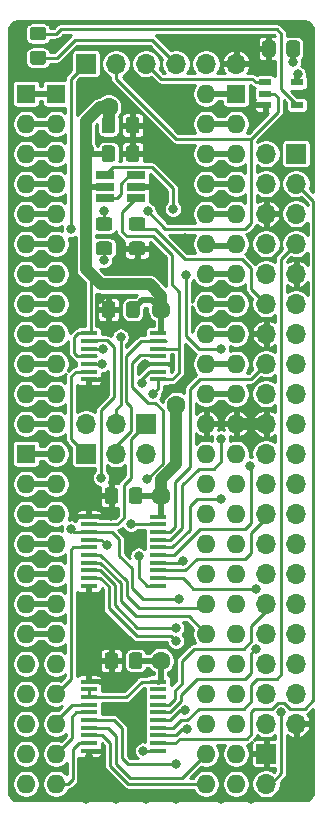
<source format=gbr>
G04 #@! TF.GenerationSoftware,KiCad,Pcbnew,(5.1.9)-1*
G04 #@! TF.CreationDate,2021-03-21T08:29:29+00:00*
G04 #@! TF.ProjectId,RGBtoHDMI Amiga Denise - v2++ by solarmon,52474274-6f48-4444-9d49-20416d696761,v2++*
G04 #@! TF.SameCoordinates,Original*
G04 #@! TF.FileFunction,Copper,L1,Top*
G04 #@! TF.FilePolarity,Positive*
%FSLAX46Y46*%
G04 Gerber Fmt 4.6, Leading zero omitted, Abs format (unit mm)*
G04 Created by KiCad (PCBNEW (5.1.9)-1) date 2021-03-21 08:29:29*
%MOMM*%
%LPD*%
G01*
G04 APERTURE LIST*
G04 #@! TA.AperFunction,ComponentPad*
%ADD10O,1.600000X1.600000*%
G04 #@! TD*
G04 #@! TA.AperFunction,ComponentPad*
%ADD11R,1.600000X1.600000*%
G04 #@! TD*
G04 #@! TA.AperFunction,ComponentPad*
%ADD12O,1.700000X1.700000*%
G04 #@! TD*
G04 #@! TA.AperFunction,ComponentPad*
%ADD13R,1.700000X1.700000*%
G04 #@! TD*
G04 #@! TA.AperFunction,SMDPad,CuDef*
%ADD14R,1.050000X0.600000*%
G04 #@! TD*
G04 #@! TA.AperFunction,SMDPad,CuDef*
%ADD15R,1.560000X0.650000*%
G04 #@! TD*
G04 #@! TA.AperFunction,SMDPad,CuDef*
%ADD16R,1.450000X0.450000*%
G04 #@! TD*
G04 #@! TA.AperFunction,ViaPad*
%ADD17C,1.000000*%
G04 #@! TD*
G04 #@! TA.AperFunction,ViaPad*
%ADD18C,0.800000*%
G04 #@! TD*
G04 #@! TA.AperFunction,ViaPad*
%ADD19C,1.600000*%
G04 #@! TD*
G04 #@! TA.AperFunction,Conductor*
%ADD20C,0.250000*%
G04 #@! TD*
G04 #@! TA.AperFunction,Conductor*
%ADD21C,1.000000*%
G04 #@! TD*
G04 #@! TA.AperFunction,Conductor*
%ADD22C,0.400000*%
G04 #@! TD*
G04 #@! TA.AperFunction,Conductor*
%ADD23C,0.500000*%
G04 #@! TD*
G04 #@! TA.AperFunction,Conductor*
%ADD24C,0.254000*%
G04 #@! TD*
G04 #@! TA.AperFunction,Conductor*
%ADD25C,0.100000*%
G04 #@! TD*
G04 APERTURE END LIST*
D10*
X134620000Y-119380000D03*
X134620000Y-116840000D03*
X134620000Y-114300000D03*
X134620000Y-111760000D03*
X134620000Y-109220000D03*
X134620000Y-106680000D03*
X134620000Y-104140000D03*
X134620000Y-101600000D03*
X134620000Y-99060000D03*
X134620000Y-96520000D03*
X134620000Y-93980000D03*
X134620000Y-91440000D03*
X134620000Y-88900000D03*
X134620000Y-86360000D03*
X134620000Y-83820000D03*
X134620000Y-81280000D03*
X134620000Y-78740000D03*
X134620000Y-76200000D03*
X134620000Y-73660000D03*
X134620000Y-71120000D03*
X134620000Y-68580000D03*
X134620000Y-66040000D03*
X134620000Y-63500000D03*
D11*
X134620000Y-60960000D03*
D10*
X119380000Y-119380000D03*
X119380000Y-116840000D03*
X119380000Y-114300000D03*
X119380000Y-111760000D03*
X119380000Y-109220000D03*
X119380000Y-106680000D03*
X119380000Y-104140000D03*
X119380000Y-101600000D03*
X119380000Y-99060000D03*
X119380000Y-96520000D03*
X119380000Y-93980000D03*
X119380000Y-91440000D03*
X119380000Y-88900000D03*
X119380000Y-86360000D03*
X119380000Y-83820000D03*
X119380000Y-81280000D03*
X119380000Y-78740000D03*
X119380000Y-76200000D03*
X119380000Y-73660000D03*
X119380000Y-71120000D03*
X119380000Y-68580000D03*
X119380000Y-66040000D03*
X119380000Y-63500000D03*
D11*
X119380000Y-60960000D03*
D12*
X134620000Y-58420000D03*
X132080000Y-58420000D03*
X129540000Y-58420000D03*
X127000000Y-58420000D03*
X124460000Y-58420000D03*
D13*
X121920000Y-58420000D03*
D14*
X139780000Y-60010000D03*
X139780000Y-61910000D03*
X137080000Y-61910000D03*
X137080000Y-60960000D03*
X137080000Y-60010000D03*
G04 #@! TA.AperFunction,SMDPad,CuDef*
G36*
G01*
X118306001Y-56446000D02*
X117405999Y-56446000D01*
G75*
G02*
X117156000Y-56196001I0J249999D01*
G01*
X117156000Y-55545999D01*
G75*
G02*
X117405999Y-55296000I249999J0D01*
G01*
X118306001Y-55296000D01*
G75*
G02*
X118556000Y-55545999I0J-249999D01*
G01*
X118556000Y-56196001D01*
G75*
G02*
X118306001Y-56446000I-249999J0D01*
G01*
G37*
G04 #@! TD.AperFunction*
G04 #@! TA.AperFunction,SMDPad,CuDef*
G36*
G01*
X118306001Y-58496000D02*
X117405999Y-58496000D01*
G75*
G02*
X117156000Y-58246001I0J249999D01*
G01*
X117156000Y-57595999D01*
G75*
G02*
X117405999Y-57346000I249999J0D01*
G01*
X118306001Y-57346000D01*
G75*
G02*
X118556000Y-57595999I0J-249999D01*
G01*
X118556000Y-58246001D01*
G75*
G02*
X118306001Y-58496000I-249999J0D01*
G01*
G37*
G04 #@! TD.AperFunction*
G04 #@! TA.AperFunction,SMDPad,CuDef*
G36*
G01*
X137980000Y-56699999D02*
X137980000Y-57600001D01*
G75*
G02*
X137730001Y-57850000I-249999J0D01*
G01*
X137079999Y-57850000D01*
G75*
G02*
X136830000Y-57600001I0J249999D01*
G01*
X136830000Y-56699999D01*
G75*
G02*
X137079999Y-56450000I249999J0D01*
G01*
X137730001Y-56450000D01*
G75*
G02*
X137980000Y-56699999I0J-249999D01*
G01*
G37*
G04 #@! TD.AperFunction*
G04 #@! TA.AperFunction,SMDPad,CuDef*
G36*
G01*
X140030000Y-56699999D02*
X140030000Y-57600001D01*
G75*
G02*
X139780001Y-57850000I-249999J0D01*
G01*
X139129999Y-57850000D01*
G75*
G02*
X138880000Y-57600001I0J249999D01*
G01*
X138880000Y-56699999D01*
G75*
G02*
X139129999Y-56450000I249999J0D01*
G01*
X139780001Y-56450000D01*
G75*
G02*
X140030000Y-56699999I0J-249999D01*
G01*
G37*
G04 #@! TD.AperFunction*
G04 #@! TA.AperFunction,SMDPad,CuDef*
G36*
G01*
X123894001Y-72575000D02*
X122993999Y-72575000D01*
G75*
G02*
X122744000Y-72325001I0J249999D01*
G01*
X122744000Y-71674999D01*
G75*
G02*
X122993999Y-71425000I249999J0D01*
G01*
X123894001Y-71425000D01*
G75*
G02*
X124144000Y-71674999I0J-249999D01*
G01*
X124144000Y-72325001D01*
G75*
G02*
X123894001Y-72575000I-249999J0D01*
G01*
G37*
G04 #@! TD.AperFunction*
G04 #@! TA.AperFunction,SMDPad,CuDef*
G36*
G01*
X123894001Y-74625000D02*
X122993999Y-74625000D01*
G75*
G02*
X122744000Y-74375001I0J249999D01*
G01*
X122744000Y-73724999D01*
G75*
G02*
X122993999Y-73475000I249999J0D01*
G01*
X123894001Y-73475000D01*
G75*
G02*
X124144000Y-73724999I0J-249999D01*
G01*
X124144000Y-74375001D01*
G75*
G02*
X123894001Y-74625000I-249999J0D01*
G01*
G37*
G04 #@! TD.AperFunction*
G04 #@! TA.AperFunction,SMDPad,CuDef*
G36*
G01*
X125291000Y-66490001D02*
X125291000Y-65589999D01*
G75*
G02*
X125540999Y-65340000I249999J0D01*
G01*
X126191001Y-65340000D01*
G75*
G02*
X126441000Y-65589999I0J-249999D01*
G01*
X126441000Y-66490001D01*
G75*
G02*
X126191001Y-66740000I-249999J0D01*
G01*
X125540999Y-66740000D01*
G75*
G02*
X125291000Y-66490001I0J249999D01*
G01*
G37*
G04 #@! TD.AperFunction*
G04 #@! TA.AperFunction,SMDPad,CuDef*
G36*
G01*
X123241000Y-66490001D02*
X123241000Y-65589999D01*
G75*
G02*
X123490999Y-65340000I249999J0D01*
G01*
X124141001Y-65340000D01*
G75*
G02*
X124391000Y-65589999I0J-249999D01*
G01*
X124391000Y-66490001D01*
G75*
G02*
X124141001Y-66740000I-249999J0D01*
G01*
X123490999Y-66740000D01*
G75*
G02*
X123241000Y-66490001I0J249999D01*
G01*
G37*
G04 #@! TD.AperFunction*
D15*
X123491000Y-68834000D03*
X123491000Y-69784000D03*
X123491000Y-67884000D03*
X126191000Y-67884000D03*
X126191000Y-68834000D03*
X126191000Y-69784000D03*
D12*
X121920000Y-88900000D03*
X124460000Y-88900000D03*
D13*
X127000000Y-88900000D03*
G04 #@! TA.AperFunction,SMDPad,CuDef*
G36*
G01*
X124645000Y-108515999D02*
X124645000Y-109416001D01*
G75*
G02*
X124395001Y-109666000I-249999J0D01*
G01*
X123744999Y-109666000D01*
G75*
G02*
X123495000Y-109416001I0J249999D01*
G01*
X123495000Y-108515999D01*
G75*
G02*
X123744999Y-108266000I249999J0D01*
G01*
X124395001Y-108266000D01*
G75*
G02*
X124645000Y-108515999I0J-249999D01*
G01*
G37*
G04 #@! TD.AperFunction*
G04 #@! TA.AperFunction,SMDPad,CuDef*
G36*
G01*
X126695000Y-108515999D02*
X126695000Y-109416001D01*
G75*
G02*
X126445001Y-109666000I-249999J0D01*
G01*
X125794999Y-109666000D01*
G75*
G02*
X125545000Y-109416001I0J249999D01*
G01*
X125545000Y-108515999D01*
G75*
G02*
X125794999Y-108266000I249999J0D01*
G01*
X126445001Y-108266000D01*
G75*
G02*
X126695000Y-108515999I0J-249999D01*
G01*
G37*
G04 #@! TD.AperFunction*
G04 #@! TA.AperFunction,SMDPad,CuDef*
G36*
G01*
X124645000Y-94545999D02*
X124645000Y-95446001D01*
G75*
G02*
X124395001Y-95696000I-249999J0D01*
G01*
X123744999Y-95696000D01*
G75*
G02*
X123495000Y-95446001I0J249999D01*
G01*
X123495000Y-94545999D01*
G75*
G02*
X123744999Y-94296000I249999J0D01*
G01*
X124395001Y-94296000D01*
G75*
G02*
X124645000Y-94545999I0J-249999D01*
G01*
G37*
G04 #@! TD.AperFunction*
G04 #@! TA.AperFunction,SMDPad,CuDef*
G36*
G01*
X126695000Y-94545999D02*
X126695000Y-95446001D01*
G75*
G02*
X126445001Y-95696000I-249999J0D01*
G01*
X125794999Y-95696000D01*
G75*
G02*
X125545000Y-95446001I0J249999D01*
G01*
X125545000Y-94545999D01*
G75*
G02*
X125794999Y-94296000I249999J0D01*
G01*
X126445001Y-94296000D01*
G75*
G02*
X126695000Y-94545999I0J-249999D01*
G01*
G37*
G04 #@! TD.AperFunction*
G04 #@! TA.AperFunction,SMDPad,CuDef*
G36*
G01*
X124400000Y-78797999D02*
X124400000Y-79698001D01*
G75*
G02*
X124150001Y-79948000I-249999J0D01*
G01*
X123499999Y-79948000D01*
G75*
G02*
X123250000Y-79698001I0J249999D01*
G01*
X123250000Y-78797999D01*
G75*
G02*
X123499999Y-78548000I249999J0D01*
G01*
X124150001Y-78548000D01*
G75*
G02*
X124400000Y-78797999I0J-249999D01*
G01*
G37*
G04 #@! TD.AperFunction*
G04 #@! TA.AperFunction,SMDPad,CuDef*
G36*
G01*
X126450000Y-78797999D02*
X126450000Y-79698001D01*
G75*
G02*
X126200001Y-79948000I-249999J0D01*
G01*
X125549999Y-79948000D01*
G75*
G02*
X125300000Y-79698001I0J249999D01*
G01*
X125300000Y-78797999D01*
G75*
G02*
X125549999Y-78548000I249999J0D01*
G01*
X126200001Y-78548000D01*
G75*
G02*
X126450000Y-78797999I0J-249999D01*
G01*
G37*
G04 #@! TD.AperFunction*
D16*
X122145000Y-81235000D03*
X122145000Y-81885000D03*
X122145000Y-82535000D03*
X122145000Y-83185000D03*
X122145000Y-83835000D03*
X122145000Y-84485000D03*
X122145000Y-85135000D03*
X128045000Y-85135000D03*
X128045000Y-84485000D03*
X128045000Y-83835000D03*
X128045000Y-83185000D03*
X128045000Y-82535000D03*
X128045000Y-81885000D03*
X128045000Y-81235000D03*
X128045000Y-96770000D03*
X128045000Y-97420000D03*
X128045000Y-98070000D03*
X128045000Y-98720000D03*
X128045000Y-99370000D03*
X128045000Y-100020000D03*
X128045000Y-100670000D03*
X128045000Y-101320000D03*
X128045000Y-101970000D03*
X128045000Y-102620000D03*
X122145000Y-102620000D03*
X122145000Y-101970000D03*
X122145000Y-101320000D03*
X122145000Y-100670000D03*
X122145000Y-100020000D03*
X122145000Y-99370000D03*
X122145000Y-98720000D03*
X122145000Y-98070000D03*
X122145000Y-97420000D03*
X122145000Y-96770000D03*
X122145000Y-110740000D03*
X122145000Y-111390000D03*
X122145000Y-112040000D03*
X122145000Y-112690000D03*
X122145000Y-113340000D03*
X122145000Y-113990000D03*
X122145000Y-114640000D03*
X122145000Y-115290000D03*
X122145000Y-115940000D03*
X122145000Y-116590000D03*
X128045000Y-116590000D03*
X128045000Y-115940000D03*
X128045000Y-115290000D03*
X128045000Y-114640000D03*
X128045000Y-113990000D03*
X128045000Y-113340000D03*
X128045000Y-112690000D03*
X128045000Y-112040000D03*
X128045000Y-111390000D03*
X128045000Y-110740000D03*
D13*
X139700000Y-66040000D03*
D12*
X137160000Y-66040000D03*
X139700000Y-68580000D03*
X137160000Y-68580000D03*
X139700000Y-71120000D03*
X137160000Y-71120000D03*
X139700000Y-73660000D03*
X137160000Y-73660000D03*
X139700000Y-76200000D03*
X137160000Y-76200000D03*
X139700000Y-78740000D03*
X137160000Y-78740000D03*
X139700000Y-81280000D03*
X137160000Y-81280000D03*
X139700000Y-83820000D03*
X137160000Y-83820000D03*
X139700000Y-86360000D03*
X137160000Y-86360000D03*
X139700000Y-88900000D03*
X137160000Y-88900000D03*
X139700000Y-91440000D03*
X137160000Y-91440000D03*
X139700000Y-93980000D03*
X137160000Y-93980000D03*
X139700000Y-96520000D03*
X137160000Y-96520000D03*
X139700000Y-99060000D03*
X137160000Y-99060000D03*
X139700000Y-101600000D03*
X137160000Y-101600000D03*
X139700000Y-104140000D03*
X137160000Y-104140000D03*
X139700000Y-106680000D03*
X137160000Y-106680000D03*
X139700000Y-109220000D03*
X137160000Y-109220000D03*
X139700000Y-111760000D03*
X137160000Y-111760000D03*
X139700000Y-114300000D03*
X137160000Y-114300000D03*
G04 #@! TA.AperFunction,SMDPad,CuDef*
G36*
G01*
X123241000Y-64077001D02*
X123241000Y-63176999D01*
G75*
G02*
X123490999Y-62927000I249999J0D01*
G01*
X124141001Y-62927000D01*
G75*
G02*
X124391000Y-63176999I0J-249999D01*
G01*
X124391000Y-64077001D01*
G75*
G02*
X124141001Y-64327000I-249999J0D01*
G01*
X123490999Y-64327000D01*
G75*
G02*
X123241000Y-64077001I0J249999D01*
G01*
G37*
G04 #@! TD.AperFunction*
G04 #@! TA.AperFunction,SMDPad,CuDef*
G36*
G01*
X125291000Y-64077001D02*
X125291000Y-63176999D01*
G75*
G02*
X125540999Y-62927000I249999J0D01*
G01*
X126191001Y-62927000D01*
G75*
G02*
X126441000Y-63176999I0J-249999D01*
G01*
X126441000Y-64077001D01*
G75*
G02*
X126191001Y-64327000I-249999J0D01*
G01*
X125540999Y-64327000D01*
G75*
G02*
X125291000Y-64077001I0J249999D01*
G01*
G37*
G04 #@! TD.AperFunction*
G04 #@! TA.AperFunction,SMDPad,CuDef*
G36*
G01*
X125787999Y-71425000D02*
X126688001Y-71425000D01*
G75*
G02*
X126938000Y-71674999I0J-249999D01*
G01*
X126938000Y-72325001D01*
G75*
G02*
X126688001Y-72575000I-249999J0D01*
G01*
X125787999Y-72575000D01*
G75*
G02*
X125538000Y-72325001I0J249999D01*
G01*
X125538000Y-71674999D01*
G75*
G02*
X125787999Y-71425000I249999J0D01*
G01*
G37*
G04 #@! TD.AperFunction*
G04 #@! TA.AperFunction,SMDPad,CuDef*
G36*
G01*
X125787999Y-73475000D02*
X126688001Y-73475000D01*
G75*
G02*
X126938000Y-73724999I0J-249999D01*
G01*
X126938000Y-74375001D01*
G75*
G02*
X126688001Y-74625000I-249999J0D01*
G01*
X125787999Y-74625000D01*
G75*
G02*
X125538000Y-74375001I0J249999D01*
G01*
X125538000Y-73724999D01*
G75*
G02*
X125787999Y-73475000I249999J0D01*
G01*
G37*
G04 #@! TD.AperFunction*
D11*
X116840000Y-60960000D03*
D10*
X132080000Y-88900000D03*
X116840000Y-63500000D03*
X132080000Y-86360000D03*
X116840000Y-66040000D03*
X132080000Y-83820000D03*
X116840000Y-68580000D03*
X132080000Y-81280000D03*
X116840000Y-71120000D03*
X132080000Y-78740000D03*
X116840000Y-73660000D03*
X132080000Y-76200000D03*
X116840000Y-76200000D03*
X132080000Y-73660000D03*
X116840000Y-78740000D03*
X132080000Y-71120000D03*
X116840000Y-81280000D03*
X132080000Y-68580000D03*
X116840000Y-83820000D03*
X132080000Y-66040000D03*
X116840000Y-86360000D03*
X132080000Y-63500000D03*
X116840000Y-88900000D03*
X132080000Y-60960000D03*
D11*
X116840000Y-91440000D03*
D10*
X132080000Y-119380000D03*
X116840000Y-93980000D03*
X132080000Y-116840000D03*
X116840000Y-96520000D03*
X132080000Y-114300000D03*
X116840000Y-99060000D03*
X132080000Y-111760000D03*
X116840000Y-101600000D03*
X132080000Y-109220000D03*
X116840000Y-104140000D03*
X132080000Y-106680000D03*
X116840000Y-106680000D03*
X132080000Y-104140000D03*
X116840000Y-109220000D03*
X132080000Y-101600000D03*
X116840000Y-111760000D03*
X132080000Y-99060000D03*
X116840000Y-114300000D03*
X132080000Y-96520000D03*
X116840000Y-116840000D03*
X132080000Y-93980000D03*
X116840000Y-119380000D03*
X132080000Y-91440000D03*
D12*
X137160000Y-119380000D03*
D13*
X137160000Y-116840000D03*
X121920000Y-91440000D03*
D12*
X124460000Y-91440000D03*
X127000000Y-91440000D03*
D17*
X122174000Y-103632000D03*
X122174000Y-117348000D03*
X124079000Y-110744000D03*
D18*
X123825000Y-80568800D03*
X126873000Y-83820000D03*
X122936000Y-86741000D03*
D17*
X124066716Y-96594990D03*
X125476000Y-113411000D03*
X125857000Y-98679000D03*
D18*
X125984000Y-81026000D03*
X126238000Y-75438000D03*
X130683000Y-84709000D03*
X123063000Y-78359000D03*
D17*
X121539000Y-93599000D03*
X121539000Y-106807000D03*
X139700000Y-116840000D03*
X124587000Y-93218000D03*
D18*
X128270000Y-70866000D03*
X130302000Y-73152000D03*
X136271000Y-57150000D03*
X115697000Y-64770000D03*
X115697000Y-67310000D03*
X115697000Y-69850000D03*
X115697000Y-72390000D03*
X115697000Y-74930000D03*
X115697000Y-77470000D03*
X115697000Y-80010000D03*
X115697000Y-82550000D03*
X115697000Y-85090000D03*
X115697000Y-87630000D03*
X115697000Y-95250000D03*
X115697000Y-97790000D03*
X115697000Y-100330000D03*
X115697000Y-102870000D03*
X115697000Y-105410000D03*
X115697000Y-107950000D03*
X115697000Y-110490000D03*
X115697000Y-113030000D03*
X115697000Y-115570000D03*
X115697000Y-118110000D03*
X121920000Y-120650000D03*
X124460000Y-120650000D03*
X127000000Y-120650000D03*
X129540000Y-120650000D03*
D17*
X139700000Y-119380000D03*
D18*
X135890000Y-120650000D03*
X133350000Y-120650000D03*
X133350000Y-56515000D03*
D19*
X128270000Y-94996000D03*
X128270000Y-108966000D03*
X123825000Y-62103000D03*
X129578965Y-87287965D03*
X128269998Y-79248000D03*
D18*
X139445990Y-58293000D03*
X139827000Y-59309004D03*
X123698000Y-99187000D03*
X129794000Y-103759000D03*
X120650000Y-72390004D03*
X120650000Y-97790010D03*
X129540000Y-106208863D03*
X129540000Y-107315000D03*
X129540000Y-117729000D03*
X124841000Y-81534006D03*
X136280306Y-107950000D03*
X133350000Y-95250000D03*
X133350000Y-90169998D03*
X135821847Y-92514847D03*
X130106847Y-100515847D03*
X136280305Y-102870000D03*
X130297340Y-113152340D03*
X130442616Y-114734012D03*
X133350000Y-82550000D03*
X130406091Y-76304091D03*
X123444000Y-75056998D03*
X126365001Y-100076000D03*
X126746000Y-116586000D03*
X127090119Y-93599000D03*
X123190000Y-93472000D03*
X125730000Y-97409000D03*
X123302000Y-83835000D03*
X123331455Y-82576510D03*
X126619000Y-85471006D03*
X129286000Y-70739000D03*
X127571500Y-86360000D03*
X138430000Y-113293306D03*
X127127000Y-70866008D03*
X123444000Y-70866000D03*
D20*
X122145000Y-103603000D02*
X122174000Y-103632000D01*
D21*
X137160000Y-88900000D02*
X134620000Y-88900000D01*
D22*
X124070000Y-96591706D02*
X124066716Y-96594990D01*
X123891706Y-96770000D02*
X124066716Y-96594990D01*
X122145000Y-85135000D02*
X122155500Y-85135000D01*
D20*
X126985000Y-83835000D02*
X126936500Y-83883500D01*
X126936500Y-83883500D02*
X128045000Y-83835000D01*
D23*
X122174000Y-96741000D02*
X122170001Y-96744999D01*
D20*
X128045000Y-95221000D02*
X128270000Y-94996000D01*
D23*
X126120000Y-94996000D02*
X128270000Y-94996000D01*
X128270000Y-94996000D02*
X128270000Y-96545000D01*
X128270000Y-108966000D02*
X126120000Y-108966000D01*
D22*
X128270000Y-110515000D02*
X128045000Y-110740000D01*
D23*
X128270000Y-108966000D02*
X128270000Y-110515000D01*
D20*
X128045000Y-110740000D02*
X126623000Y-110740000D01*
X126623000Y-110740000D02*
X125323000Y-112040000D01*
X123851000Y-112040000D02*
X122145000Y-112040000D01*
X125323000Y-112040000D02*
X123851000Y-112040000D01*
X122145000Y-112040000D02*
X122145000Y-111390000D01*
D21*
X129578965Y-92290035D02*
X129578965Y-87287965D01*
X128270000Y-94996000D02*
X128270000Y-93599000D01*
X128270000Y-93599000D02*
X129578965Y-92290035D01*
D23*
X128270000Y-79248002D02*
X128269998Y-79248000D01*
X128270000Y-81026000D02*
X128270000Y-79248002D01*
D20*
X120904000Y-81590998D02*
X121259998Y-81235000D01*
X120904000Y-82904498D02*
X120904000Y-81590998D01*
X121184502Y-83185000D02*
X120904000Y-82904498D01*
X121259998Y-81235000D02*
X122145000Y-81235000D01*
X122780000Y-83185000D02*
X121184502Y-83185000D01*
X122301000Y-81079000D02*
X122145000Y-81235000D01*
X122301000Y-75882500D02*
X122301000Y-81079000D01*
X122110500Y-75692000D02*
X122301000Y-75882500D01*
D23*
X121920000Y-68834000D02*
X121793000Y-68707000D01*
X123491000Y-68834000D02*
X121920000Y-68834000D01*
X122428000Y-66040000D02*
X122047000Y-65659000D01*
X123816000Y-66040000D02*
X122428000Y-66040000D01*
X126674999Y-78448001D02*
X127469999Y-78448001D01*
X125875000Y-79248000D02*
X126674999Y-78448001D01*
X127469999Y-78448001D02*
X128269998Y-79248000D01*
D21*
X128269998Y-78053128D02*
X128269998Y-79248000D01*
X127305870Y-77089000D02*
X128269998Y-78053128D01*
X121920000Y-75819000D02*
X123190000Y-77089000D01*
X123190000Y-77089000D02*
X127305870Y-77089000D01*
X121920000Y-68834000D02*
X121920000Y-75819000D01*
X121920000Y-65786000D02*
X122047000Y-65659000D01*
X121920000Y-68834000D02*
X121920000Y-65786000D01*
X123063000Y-62103000D02*
X123825000Y-62103000D01*
X121920000Y-63246000D02*
X123063000Y-62103000D01*
X121920000Y-65532000D02*
X121920000Y-63246000D01*
X122047000Y-65659000D02*
X121920000Y-65532000D01*
X123825000Y-63618000D02*
X123816000Y-63627000D01*
X123825000Y-62103000D02*
X123825000Y-63618000D01*
D23*
X139455000Y-58283990D02*
X139445990Y-58293000D01*
X139455000Y-57150000D02*
X139455000Y-58283990D01*
X139780000Y-59356004D02*
X139827000Y-59309004D01*
X139780000Y-60010000D02*
X139780000Y-59356004D01*
D20*
X120396000Y-119380000D02*
X119380000Y-119380000D01*
X120777000Y-118999000D02*
X120396000Y-119380000D01*
X120777000Y-116459000D02*
X120777000Y-118999000D01*
X121296000Y-115940000D02*
X120777000Y-116459000D01*
X122145000Y-115940000D02*
X121296000Y-115940000D01*
X120700800Y-113715800D02*
X121076600Y-113340000D01*
X121076600Y-113340000D02*
X122145000Y-113340000D01*
X120700800Y-115519200D02*
X120700800Y-113715800D01*
X119380000Y-116840000D02*
X120700800Y-115519200D01*
X122109800Y-112725200D02*
X122145000Y-112690000D01*
X120700800Y-112725200D02*
X122109800Y-112725200D01*
X119380000Y-114046000D02*
X120700800Y-112725200D01*
X119380000Y-114300000D02*
X119380000Y-114046000D01*
X122103000Y-99370000D02*
X122003001Y-99270001D01*
X120229999Y-110910001D02*
X119380000Y-111760000D01*
X120650000Y-110490000D02*
X120229999Y-110910001D01*
X120650000Y-99568000D02*
X120650000Y-110490000D01*
X122145000Y-99370000D02*
X120848000Y-99370000D01*
X120848000Y-99370000D02*
X120650000Y-99568000D01*
X123231000Y-98720000D02*
X123698000Y-99187000D01*
X122145000Y-98720000D02*
X123231000Y-98720000D01*
D23*
X116840000Y-106680000D02*
X119380000Y-106680000D01*
X132080000Y-76200000D02*
X134620000Y-76200000D01*
X132080000Y-78740000D02*
X134620000Y-78740000D01*
X132080000Y-81280000D02*
X134620000Y-81280000D01*
X132080000Y-83820000D02*
X134620000Y-83820000D01*
X132080000Y-86360000D02*
X134620000Y-86360000D01*
X116840000Y-88900000D02*
X119380000Y-88900000D01*
X116840000Y-86360000D02*
X119380000Y-86360000D01*
X116840000Y-83820000D02*
X119380000Y-83820000D01*
X116840000Y-81280000D02*
X119380000Y-81280000D01*
D20*
X132080000Y-101600000D02*
X131699000Y-101600000D01*
X129228315Y-103759000D02*
X129794000Y-103759000D01*
X126746000Y-103759000D02*
X129228315Y-103759000D01*
X125799010Y-102812010D02*
X126746000Y-103759000D01*
X124714000Y-100076000D02*
X125799010Y-101161010D01*
X125799010Y-101161010D02*
X125799010Y-102812010D01*
X124714000Y-98679000D02*
X124714000Y-100076000D01*
X124105000Y-98070000D02*
X124714000Y-98679000D01*
X122145000Y-98070000D02*
X124105000Y-98070000D01*
X122145000Y-98070000D02*
X120929990Y-98070000D01*
X120929990Y-98070000D02*
X120650000Y-97790010D01*
X120650000Y-59690000D02*
X121920000Y-58420000D01*
X120650000Y-72390004D02*
X120650000Y-59690000D01*
D23*
X116840000Y-78740000D02*
X119380000Y-78740000D01*
D20*
X131699000Y-104521000D02*
X132080000Y-104140000D01*
X125349000Y-103505000D02*
X126365000Y-104521000D01*
X125349000Y-102249000D02*
X125349000Y-103505000D01*
X123120000Y-100020000D02*
X125349000Y-102249000D01*
X126365000Y-104521000D02*
X131699000Y-104521000D01*
X122145000Y-100020000D02*
X123120000Y-100020000D01*
D23*
X116840000Y-76200000D02*
X119380000Y-76200000D01*
D20*
X130608855Y-105208855D02*
X132080000Y-106680000D01*
X126163855Y-105208855D02*
X130608855Y-105208855D01*
X124841000Y-103886000D02*
X126163855Y-105208855D01*
X124841000Y-102391000D02*
X124841000Y-103886000D01*
X122145000Y-100670000D02*
X123120000Y-100670000D01*
X123120000Y-100670000D02*
X124841000Y-102391000D01*
D23*
X116840000Y-73660000D02*
X119380000Y-73660000D01*
D20*
X124333000Y-104267000D02*
X126274863Y-106208863D01*
X123120000Y-101320000D02*
X124333000Y-102533000D01*
X122145000Y-101320000D02*
X123120000Y-101320000D01*
X126274863Y-106208863D02*
X129540000Y-106208863D01*
X124333000Y-102533000D02*
X124333000Y-104267000D01*
D23*
X116840000Y-71120000D02*
X119380000Y-71120000D01*
D20*
X126219001Y-106915001D02*
X129140001Y-106915001D01*
X122145000Y-101970000D02*
X123120000Y-101970000D01*
X123120000Y-101970000D02*
X123825000Y-102675000D01*
X123825000Y-104521000D02*
X126219001Y-106915001D01*
X123825000Y-102675000D02*
X123825000Y-104521000D01*
X129140001Y-106915001D02*
X129540000Y-107315000D01*
D23*
X116840000Y-68580000D02*
X119380000Y-68580000D01*
D20*
X124968000Y-114681000D02*
X124968000Y-117221000D01*
X122145000Y-113990000D02*
X124277000Y-113990000D01*
X124968000Y-117221000D02*
X125476000Y-117729000D01*
X125476000Y-117729000D02*
X129540000Y-117729000D01*
X124277000Y-113990000D02*
X124968000Y-114681000D01*
D23*
X116840000Y-66040000D02*
X119380000Y-66040000D01*
D20*
X124460000Y-117727590D02*
X124460000Y-115316000D01*
X125604410Y-118872000D02*
X124460000Y-117727590D01*
X130048000Y-118872000D02*
X125604410Y-118872000D01*
X132080000Y-116840000D02*
X130048000Y-118872000D01*
X123784000Y-114640000D02*
X122145000Y-114640000D01*
X124460000Y-115316000D02*
X123784000Y-114640000D01*
D23*
X116840000Y-63500000D02*
X119380000Y-63500000D01*
D20*
X123952000Y-117856000D02*
X123952000Y-115951000D01*
X125476000Y-119380000D02*
X123952000Y-117856000D01*
X132080000Y-119380000D02*
X125476000Y-119380000D01*
X123291000Y-115290000D02*
X122145000Y-115290000D01*
X123952000Y-115951000D02*
X123291000Y-115290000D01*
D23*
X116840000Y-60960000D02*
X119380000Y-60960000D01*
D20*
X124841002Y-81534008D02*
X124841000Y-81534006D01*
X124841002Y-87316917D02*
X124841002Y-81534008D01*
X124460000Y-88900000D02*
X124460000Y-87697919D01*
X124460000Y-87697919D02*
X124841002Y-87316917D01*
X135890000Y-85090000D02*
X137160000Y-83820000D01*
X131572000Y-85090000D02*
X135890000Y-85090000D01*
X130703966Y-85958034D02*
X131572000Y-85090000D01*
X130703966Y-92562034D02*
X130703966Y-85958034D01*
X129427000Y-93839000D02*
X130703966Y-92562034D01*
X129427000Y-97663000D02*
X129427000Y-93839000D01*
X129020000Y-98070000D02*
X129427000Y-97663000D01*
X128045000Y-98070000D02*
X129020000Y-98070000D01*
X129020000Y-113340000D02*
X128045000Y-113340000D01*
X129967499Y-112392501D02*
X129020000Y-113340000D01*
X129967499Y-111840501D02*
X129967499Y-112392501D01*
X131318000Y-110490000D02*
X129967499Y-111840501D01*
X135880307Y-109991693D02*
X135382000Y-110490000D01*
X135382000Y-110490000D02*
X131318000Y-110490000D01*
X135880307Y-108349999D02*
X135880307Y-109991693D01*
X136280306Y-107950000D02*
X135880307Y-108349999D01*
X128930002Y-112690000D02*
X128045000Y-112690000D01*
X129413000Y-111506000D02*
X129413000Y-112207002D01*
X130048000Y-108966000D02*
X130048000Y-110871000D01*
X131064000Y-107950000D02*
X130048000Y-108966000D01*
X130048000Y-110871000D02*
X129413000Y-111506000D01*
X135890000Y-107315000D02*
X135255000Y-107950000D01*
X135890000Y-106045000D02*
X135890000Y-107315000D01*
X135255000Y-107950000D02*
X131064000Y-107950000D01*
X137160000Y-104775000D02*
X135890000Y-106045000D01*
X129413000Y-112207002D02*
X128930002Y-112690000D01*
X137160000Y-104140000D02*
X137160000Y-104775000D01*
X130683000Y-97918410D02*
X130683000Y-95885000D01*
X131318000Y-95250000D02*
X132784315Y-95250000D01*
X128045000Y-99370000D02*
X129231410Y-99370000D01*
X132784315Y-95250000D02*
X133350000Y-95250000D01*
X130683000Y-95885000D02*
X131318000Y-95250000D01*
X129231410Y-99370000D02*
X130683000Y-97918410D01*
X128045000Y-98720000D02*
X129020000Y-98720000D01*
X129020000Y-98720000D02*
X130048000Y-97692000D01*
X130048000Y-97692000D02*
X130048000Y-94107000D01*
X133350000Y-90735683D02*
X133350000Y-90169998D01*
X132715000Y-92710000D02*
X133350000Y-92075000D01*
X131445000Y-92710000D02*
X132715000Y-92710000D01*
X130048000Y-94107000D02*
X131445000Y-92710000D01*
X133350000Y-92075000D02*
X133350000Y-90735683D01*
X129342000Y-100020000D02*
X131572000Y-97790000D01*
X128045000Y-100020000D02*
X129342000Y-100020000D01*
X131572000Y-97790000D02*
X135382000Y-97790000D01*
X135382000Y-97790000D02*
X135890000Y-97282000D01*
X135890000Y-97282000D02*
X135890000Y-96012000D01*
X135890000Y-96012000D02*
X135890000Y-92583000D01*
X135890000Y-92583000D02*
X135821847Y-92514847D01*
X128045000Y-100670000D02*
X129952694Y-100670000D01*
X129952694Y-100670000D02*
X130106847Y-100515847D01*
X137160000Y-96901000D02*
X137160000Y-96520000D01*
X131318000Y-100330000D02*
X135382000Y-100330000D01*
X128045000Y-101320000D02*
X130328000Y-101320000D01*
X135382000Y-100330000D02*
X135890000Y-99822000D01*
X130328000Y-101320000D02*
X131318000Y-100330000D01*
X135890000Y-99822000D02*
X135890000Y-98171000D01*
X135890000Y-98171000D02*
X137160000Y-96901000D01*
X128045000Y-101970000D02*
X130094002Y-101970000D01*
X130613002Y-102489000D02*
X130994002Y-102870000D01*
X130094002Y-101970000D02*
X130613002Y-102489000D01*
X130994002Y-102870000D02*
X136280305Y-102870000D01*
X130094680Y-113355000D02*
X130297340Y-113152340D01*
X129020000Y-113990000D02*
X128045000Y-113990000D01*
X129857660Y-113152340D02*
X129020000Y-113990000D01*
X130297340Y-113152340D02*
X129857660Y-113152340D01*
X135255000Y-113030000D02*
X131445000Y-113030000D01*
X130465998Y-114009002D02*
X129957998Y-114009002D01*
X135890000Y-112395000D02*
X135255000Y-113030000D01*
X135890000Y-110998000D02*
X135890000Y-112395000D01*
X131445000Y-113030000D02*
X130465998Y-114009002D01*
X136398000Y-110490000D02*
X135890000Y-110998000D01*
X138049000Y-110490000D02*
X136398000Y-110490000D01*
X138430000Y-110109000D02*
X138049000Y-110490000D01*
X129327000Y-114640000D02*
X128045000Y-114640000D01*
X138430000Y-74930000D02*
X138430000Y-110109000D01*
X129957998Y-114009002D02*
X129327000Y-114640000D01*
X139700000Y-73660000D02*
X138430000Y-74930000D01*
X130363604Y-114655000D02*
X130442616Y-114734012D01*
X130063575Y-114734012D02*
X130442616Y-114734012D01*
X128045000Y-115290000D02*
X129507587Y-115290000D01*
X129507587Y-115290000D02*
X130063575Y-114734012D01*
X129493998Y-115940000D02*
X128045000Y-115940000D01*
X129863998Y-115570000D02*
X129493998Y-115940000D01*
X140462000Y-113030000D02*
X139192000Y-113030000D01*
X138684000Y-112522000D02*
X138176000Y-112522000D01*
X139700000Y-68580000D02*
X141179990Y-70059990D01*
X138176000Y-112522000D02*
X137668000Y-113030000D01*
X135890000Y-113284000D02*
X135890000Y-115189000D01*
X136144000Y-113030000D02*
X135890000Y-113284000D01*
X137668000Y-113030000D02*
X136144000Y-113030000D01*
X141179990Y-70059990D02*
X141179990Y-112312010D01*
X139192000Y-113030000D02*
X138684000Y-112522000D01*
X135890000Y-115189000D02*
X135509000Y-115570000D01*
X141179990Y-112312010D02*
X140462000Y-113030000D01*
X135509000Y-115570000D02*
X129863998Y-115570000D01*
X135890000Y-77470000D02*
X137160000Y-78740000D01*
X135890000Y-75730998D02*
X135890000Y-77470000D01*
X135089002Y-74930000D02*
X135890000Y-75730998D01*
X127753000Y-72381000D02*
X130302000Y-74930000D01*
X130302000Y-74930000D02*
X135089002Y-74930000D01*
X126238000Y-72381000D02*
X127753000Y-72381000D01*
X131445000Y-82550000D02*
X130406091Y-81511091D01*
X133350000Y-82550000D02*
X131445000Y-82550000D01*
X130406091Y-81511091D02*
X130406091Y-76304091D01*
X123444000Y-74431000D02*
X123444000Y-75056998D01*
X126365001Y-101915001D02*
X126365001Y-100641685D01*
X127070000Y-102620000D02*
X126365001Y-101915001D01*
X126365001Y-100641685D02*
X126365001Y-100076000D01*
X128045000Y-102620000D02*
X127070000Y-102620000D01*
X126750000Y-116590000D02*
X126746000Y-116586000D01*
X128045000Y-116590000D02*
X126750000Y-116590000D01*
X127788501Y-87148501D02*
X128397000Y-87757000D01*
X128397000Y-92292119D02*
X127090119Y-93599000D01*
X125830498Y-85819000D02*
X127159999Y-87148501D01*
X127159999Y-87148501D02*
X127788501Y-87148501D01*
X126524999Y-83094999D02*
X125830498Y-83789500D01*
X128397000Y-87757000D02*
X128397000Y-92292119D01*
X128229990Y-83185000D02*
X128139989Y-83094999D01*
X128139989Y-83094999D02*
X126524999Y-83094999D01*
X125830498Y-83789500D02*
X125830498Y-85819000D01*
D23*
X132281536Y-73861536D02*
X134418464Y-73861536D01*
X132080000Y-73660000D02*
X132281536Y-73861536D01*
X134418464Y-73861536D02*
X134620000Y-73660000D01*
X133420020Y-71120000D02*
X134620000Y-71120000D01*
X132080000Y-71120000D02*
X133420020Y-71120000D01*
X132080000Y-68580000D02*
X134620000Y-68580000D01*
X132080000Y-66040000D02*
X134620000Y-66040000D01*
X132080000Y-63500000D02*
X134620000Y-63500000D01*
X132080000Y-60960000D02*
X134620000Y-60960000D01*
X116840000Y-104140000D02*
X119380000Y-104140000D01*
X116840000Y-101600000D02*
X119380000Y-101600000D01*
X116840000Y-99060000D02*
X119380000Y-99060000D01*
X116840000Y-96520000D02*
X119380000Y-96520000D01*
X116840000Y-93980000D02*
X119380000Y-93980000D01*
X116840000Y-91440000D02*
X119380000Y-91440000D01*
D20*
X123190000Y-87757000D02*
X123190000Y-93472000D01*
X122780000Y-81885000D02*
X122813500Y-81851500D01*
X122813500Y-81851500D02*
X123704498Y-81851500D01*
X123704498Y-81851500D02*
X124263989Y-82410991D01*
X124263989Y-82410991D02*
X124263989Y-86683011D01*
X124263989Y-86683011D02*
X123190000Y-87757000D01*
X128045000Y-97420000D02*
X125741000Y-97420000D01*
X125741000Y-97420000D02*
X125730000Y-97409000D01*
X122145000Y-83835000D02*
X123302000Y-83835000D01*
X124460000Y-90803590D02*
X124460000Y-91440000D01*
X125730000Y-89533590D02*
X124460000Y-90803590D01*
X125730000Y-87503000D02*
X125730000Y-89533590D01*
X125291011Y-87064011D02*
X125730000Y-87503000D01*
X125291011Y-83179489D02*
X125291011Y-87064011D01*
X126585500Y-81885000D02*
X125291011Y-83179489D01*
X128680000Y-81885000D02*
X126585500Y-81885000D01*
X123289945Y-82535000D02*
X123331455Y-82576510D01*
X122145000Y-82535000D02*
X123289945Y-82535000D01*
X126619000Y-85147002D02*
X126619000Y-85471006D01*
X127281002Y-84485000D02*
X126619000Y-85147002D01*
X128045000Y-84485000D02*
X127281002Y-84485000D01*
X129286000Y-68961000D02*
X129286000Y-70739000D01*
X127508000Y-67183000D02*
X129286000Y-68961000D01*
X123491000Y-67884000D02*
X124192000Y-67183000D01*
X124192000Y-67183000D02*
X127508000Y-67183000D01*
X128045000Y-85135000D02*
X128045000Y-85886500D01*
X128045000Y-85886500D02*
X127571500Y-86360000D01*
X129682000Y-82535000D02*
X129794000Y-82423000D01*
X129241000Y-85135000D02*
X128045000Y-85135000D01*
X129794000Y-84582000D02*
X129241000Y-85135000D01*
X129794000Y-82423000D02*
X129794000Y-84582000D01*
X128680000Y-82535000D02*
X129682000Y-82535000D01*
X124576000Y-97420000D02*
X122145000Y-97420000D01*
X125095000Y-94107000D02*
X125095000Y-96901000D01*
X125730000Y-93472000D02*
X125095000Y-94107000D01*
X125730000Y-90170000D02*
X125730000Y-93472000D01*
X125095000Y-96901000D02*
X124576000Y-97420000D01*
X127000000Y-88900000D02*
X125730000Y-90170000D01*
X129794000Y-77724000D02*
X129794000Y-82423000D01*
X129159000Y-77089000D02*
X129794000Y-77724000D01*
X129159000Y-74618998D02*
X129159000Y-77089000D01*
X127565002Y-73025000D02*
X129159000Y-74618998D01*
X124968000Y-72644000D02*
X125349000Y-73025000D01*
X125349000Y-73025000D02*
X127565002Y-73025000D01*
X124968000Y-71007000D02*
X124968000Y-72644000D01*
X126191000Y-69784000D02*
X124968000Y-71007000D01*
X125537000Y-67884000D02*
X126191000Y-67884000D01*
X124841000Y-69464000D02*
X124841000Y-68580000D01*
X124521000Y-69784000D02*
X124841000Y-69464000D01*
X124841000Y-68580000D02*
X125537000Y-67884000D01*
X123491000Y-69784000D02*
X124521000Y-69784000D01*
X120650000Y-90170000D02*
X121920000Y-91440000D01*
X120650000Y-84899500D02*
X120650000Y-90170000D01*
X121064500Y-84485000D02*
X120650000Y-84899500D01*
X122145000Y-84485000D02*
X121064500Y-84485000D01*
X138430000Y-118491000D02*
X138430000Y-113293306D01*
X137160000Y-119380000D02*
X137541000Y-119380000D01*
X137541000Y-119380000D02*
X138430000Y-118491000D01*
X127508000Y-56388000D02*
X129540000Y-58420000D01*
X120972000Y-56388000D02*
X127508000Y-56388000D01*
X119439000Y-57921000D02*
X120972000Y-56388000D01*
X117856000Y-57921000D02*
X119439000Y-57921000D01*
X128270000Y-59690000D02*
X127000000Y-58420000D01*
X135984500Y-59690000D02*
X128270000Y-59690000D01*
X136304500Y-60010000D02*
X135984500Y-59690000D01*
X137080000Y-60010000D02*
X136304500Y-60010000D01*
X123444000Y-72381000D02*
X123444000Y-70866000D01*
X137540002Y-60960000D02*
X137080000Y-60960000D01*
X136619998Y-60960000D02*
X137080000Y-60960000D01*
X137855000Y-60960000D02*
X137080000Y-60960000D01*
X138176000Y-61281000D02*
X137855000Y-60960000D01*
X138176000Y-62484000D02*
X138176000Y-61281000D01*
X135890000Y-64770000D02*
X138176000Y-62484000D01*
X135387995Y-72384005D02*
X135890000Y-71882000D01*
X127127000Y-70866008D02*
X128644997Y-72384005D01*
X128644997Y-72384005D02*
X130053995Y-72384005D01*
X130053995Y-72384005D02*
X135387995Y-72384005D01*
X135890000Y-71882000D02*
X135890000Y-65024000D01*
X135890000Y-65024000D02*
X135890000Y-64770000D01*
X124460000Y-59690000D02*
X124460000Y-58420000D01*
X129540000Y-64770000D02*
X124460000Y-59690000D01*
X135890000Y-64770000D02*
X129540000Y-64770000D01*
X119761000Y-55499000D02*
X119389000Y-55871000D01*
X119389000Y-55871000D02*
X117856000Y-55871000D01*
X138049000Y-55499000D02*
X119761000Y-55499000D01*
X138430000Y-55880000D02*
X138049000Y-55499000D01*
X138430000Y-60560000D02*
X138430000Y-55880000D01*
X117856000Y-55871000D02*
X118110000Y-55871000D01*
X139780000Y-61910000D02*
X138430000Y-60560000D01*
D24*
X140590135Y-54851870D02*
X140713388Y-54889082D01*
X140827068Y-54949526D01*
X140926841Y-55030899D01*
X141008911Y-55130105D01*
X141070147Y-55243357D01*
X141108220Y-55366352D01*
X141124000Y-55516492D01*
X141124000Y-69288408D01*
X140851758Y-69016167D01*
X140883693Y-68939069D01*
X140931000Y-68701243D01*
X140931000Y-68458757D01*
X140883693Y-68220931D01*
X140790898Y-67996903D01*
X140656180Y-67795283D01*
X140484717Y-67623820D01*
X140283097Y-67489102D01*
X140059069Y-67396307D01*
X139821243Y-67349000D01*
X139578757Y-67349000D01*
X139340931Y-67396307D01*
X139116903Y-67489102D01*
X138915283Y-67623820D01*
X138743820Y-67795283D01*
X138609102Y-67996903D01*
X138516307Y-68220931D01*
X138469000Y-68458757D01*
X138469000Y-68701243D01*
X138516307Y-68939069D01*
X138609102Y-69163097D01*
X138743820Y-69364717D01*
X138915283Y-69536180D01*
X139116903Y-69670898D01*
X139340931Y-69763693D01*
X139578757Y-69811000D01*
X139821243Y-69811000D01*
X140059069Y-69763693D01*
X140136167Y-69731758D01*
X140673990Y-70269582D01*
X140673990Y-70361938D01*
X140656180Y-70335283D01*
X140484717Y-70163820D01*
X140283097Y-70029102D01*
X140059069Y-69936307D01*
X139821243Y-69889000D01*
X139578757Y-69889000D01*
X139340931Y-69936307D01*
X139116903Y-70029102D01*
X138915283Y-70163820D01*
X138743820Y-70335283D01*
X138609102Y-70536903D01*
X138516307Y-70760931D01*
X138469000Y-70998757D01*
X138469000Y-71241243D01*
X138516307Y-71479069D01*
X138609102Y-71703097D01*
X138743820Y-71904717D01*
X138915283Y-72076180D01*
X139116903Y-72210898D01*
X139340931Y-72303693D01*
X139578757Y-72351000D01*
X139821243Y-72351000D01*
X140059069Y-72303693D01*
X140283097Y-72210898D01*
X140484717Y-72076180D01*
X140656180Y-71904717D01*
X140673990Y-71878062D01*
X140673990Y-72901938D01*
X140656180Y-72875283D01*
X140484717Y-72703820D01*
X140283097Y-72569102D01*
X140059069Y-72476307D01*
X139821243Y-72429000D01*
X139578757Y-72429000D01*
X139340931Y-72476307D01*
X139116903Y-72569102D01*
X138915283Y-72703820D01*
X138743820Y-72875283D01*
X138609102Y-73076903D01*
X138516307Y-73300931D01*
X138469000Y-73538757D01*
X138469000Y-73781243D01*
X138516307Y-74019069D01*
X138548242Y-74096167D01*
X138089785Y-74554624D01*
X138070473Y-74570473D01*
X138007241Y-74647521D01*
X137960255Y-74735426D01*
X137931322Y-74830808D01*
X137924000Y-74905147D01*
X137924000Y-74905154D01*
X137921553Y-74930000D01*
X137924000Y-74954846D01*
X137924000Y-75229977D01*
X137743097Y-75109102D01*
X137519069Y-75016307D01*
X137281243Y-74969000D01*
X137038757Y-74969000D01*
X136800931Y-75016307D01*
X136576903Y-75109102D01*
X136375283Y-75243820D01*
X136248486Y-75370617D01*
X136230220Y-75355626D01*
X135464378Y-74589785D01*
X135448529Y-74570473D01*
X135410732Y-74539453D01*
X135537342Y-74412843D01*
X135666588Y-74219413D01*
X135755614Y-74004485D01*
X135801000Y-73776318D01*
X135801000Y-73543682D01*
X135800021Y-73538757D01*
X135929000Y-73538757D01*
X135929000Y-73781243D01*
X135976307Y-74019069D01*
X136069102Y-74243097D01*
X136203820Y-74444717D01*
X136375283Y-74616180D01*
X136576903Y-74750898D01*
X136800931Y-74843693D01*
X137038757Y-74891000D01*
X137281243Y-74891000D01*
X137519069Y-74843693D01*
X137743097Y-74750898D01*
X137944717Y-74616180D01*
X138116180Y-74444717D01*
X138250898Y-74243097D01*
X138343693Y-74019069D01*
X138391000Y-73781243D01*
X138391000Y-73538757D01*
X138343693Y-73300931D01*
X138250898Y-73076903D01*
X138116180Y-72875283D01*
X137944717Y-72703820D01*
X137743097Y-72569102D01*
X137519069Y-72476307D01*
X137281243Y-72429000D01*
X137038757Y-72429000D01*
X136800931Y-72476307D01*
X136576903Y-72569102D01*
X136375283Y-72703820D01*
X136203820Y-72875283D01*
X136069102Y-73076903D01*
X135976307Y-73300931D01*
X135929000Y-73538757D01*
X135800021Y-73538757D01*
X135755614Y-73315515D01*
X135666588Y-73100587D01*
X135537342Y-72907157D01*
X135506891Y-72876706D01*
X135582570Y-72853750D01*
X135670474Y-72806764D01*
X135747522Y-72743532D01*
X135763371Y-72724220D01*
X136230220Y-72257372D01*
X136249527Y-72241527D01*
X136312759Y-72164479D01*
X136359745Y-72076575D01*
X136366289Y-72055000D01*
X136411948Y-72097647D01*
X136617051Y-72224799D01*
X136843019Y-72309495D01*
X137033000Y-72249187D01*
X137033000Y-71247000D01*
X137287000Y-71247000D01*
X137287000Y-72249187D01*
X137476981Y-72309495D01*
X137702949Y-72224799D01*
X137908052Y-72097647D01*
X138084408Y-71932924D01*
X138225239Y-71736961D01*
X138325134Y-71517288D01*
X138349489Y-71436980D01*
X138288627Y-71247000D01*
X137287000Y-71247000D01*
X137033000Y-71247000D01*
X137013000Y-71247000D01*
X137013000Y-70993000D01*
X137033000Y-70993000D01*
X137033000Y-69990813D01*
X137287000Y-69990813D01*
X137287000Y-70993000D01*
X138288627Y-70993000D01*
X138349489Y-70803020D01*
X138325134Y-70722712D01*
X138225239Y-70503039D01*
X138084408Y-70307076D01*
X137908052Y-70142353D01*
X137702949Y-70015201D01*
X137476981Y-69930505D01*
X137287000Y-69990813D01*
X137033000Y-69990813D01*
X136843019Y-69930505D01*
X136617051Y-70015201D01*
X136411948Y-70142353D01*
X136396000Y-70157249D01*
X136396000Y-69550023D01*
X136576903Y-69670898D01*
X136800931Y-69763693D01*
X137038757Y-69811000D01*
X137281243Y-69811000D01*
X137519069Y-69763693D01*
X137743097Y-69670898D01*
X137944717Y-69536180D01*
X138116180Y-69364717D01*
X138250898Y-69163097D01*
X138343693Y-68939069D01*
X138391000Y-68701243D01*
X138391000Y-68458757D01*
X138343693Y-68220931D01*
X138250898Y-67996903D01*
X138116180Y-67795283D01*
X137944717Y-67623820D01*
X137743097Y-67489102D01*
X137519069Y-67396307D01*
X137281243Y-67349000D01*
X137038757Y-67349000D01*
X136800931Y-67396307D01*
X136576903Y-67489102D01*
X136396000Y-67609977D01*
X136396000Y-67010023D01*
X136576903Y-67130898D01*
X136800931Y-67223693D01*
X137038757Y-67271000D01*
X137281243Y-67271000D01*
X137519069Y-67223693D01*
X137743097Y-67130898D01*
X137944717Y-66996180D01*
X138116180Y-66824717D01*
X138250898Y-66623097D01*
X138343693Y-66399069D01*
X138391000Y-66161243D01*
X138391000Y-65918757D01*
X138343693Y-65680931D01*
X138250898Y-65456903D01*
X138116180Y-65255283D01*
X138050897Y-65190000D01*
X138467157Y-65190000D01*
X138467157Y-66890000D01*
X138474513Y-66964689D01*
X138496299Y-67036508D01*
X138531678Y-67102696D01*
X138579289Y-67160711D01*
X138637304Y-67208322D01*
X138703492Y-67243701D01*
X138775311Y-67265487D01*
X138850000Y-67272843D01*
X140550000Y-67272843D01*
X140624689Y-67265487D01*
X140696508Y-67243701D01*
X140762696Y-67208322D01*
X140820711Y-67160711D01*
X140868322Y-67102696D01*
X140903701Y-67036508D01*
X140925487Y-66964689D01*
X140932843Y-66890000D01*
X140932843Y-65190000D01*
X140925487Y-65115311D01*
X140903701Y-65043492D01*
X140868322Y-64977304D01*
X140820711Y-64919289D01*
X140762696Y-64871678D01*
X140696508Y-64836299D01*
X140624689Y-64814513D01*
X140550000Y-64807157D01*
X138850000Y-64807157D01*
X138775311Y-64814513D01*
X138703492Y-64836299D01*
X138637304Y-64871678D01*
X138579289Y-64919289D01*
X138531678Y-64977304D01*
X138496299Y-65043492D01*
X138474513Y-65115311D01*
X138467157Y-65190000D01*
X138050897Y-65190000D01*
X137944717Y-65083820D01*
X137743097Y-64949102D01*
X137519069Y-64856307D01*
X137281243Y-64809000D01*
X137038757Y-64809000D01*
X136800931Y-64856307D01*
X136576903Y-64949102D01*
X136396000Y-65069977D01*
X136396000Y-64979591D01*
X138516220Y-62859372D01*
X138535527Y-62843527D01*
X138598759Y-62766479D01*
X138645745Y-62678575D01*
X138657067Y-62641250D01*
X138674678Y-62583194D01*
X138678523Y-62544157D01*
X138682000Y-62508854D01*
X138682000Y-62508847D01*
X138684447Y-62484001D01*
X138682000Y-62459155D01*
X138682000Y-61527591D01*
X138872157Y-61717749D01*
X138872157Y-62210000D01*
X138879513Y-62284689D01*
X138901299Y-62356508D01*
X138936678Y-62422696D01*
X138984289Y-62480711D01*
X139042304Y-62528322D01*
X139108492Y-62563701D01*
X139180311Y-62585487D01*
X139255000Y-62592843D01*
X140305000Y-62592843D01*
X140379689Y-62585487D01*
X140451508Y-62563701D01*
X140517696Y-62528322D01*
X140575711Y-62480711D01*
X140623322Y-62422696D01*
X140658701Y-62356508D01*
X140680487Y-62284689D01*
X140687843Y-62210000D01*
X140687843Y-61610000D01*
X140680487Y-61535311D01*
X140658701Y-61463492D01*
X140623322Y-61397304D01*
X140575711Y-61339289D01*
X140517696Y-61291678D01*
X140451508Y-61256299D01*
X140379689Y-61234513D01*
X140305000Y-61227157D01*
X139812749Y-61227157D01*
X139278434Y-60692843D01*
X140305000Y-60692843D01*
X140379689Y-60685487D01*
X140451508Y-60663701D01*
X140517696Y-60628322D01*
X140575711Y-60580711D01*
X140623322Y-60522696D01*
X140658701Y-60456508D01*
X140680487Y-60384689D01*
X140687843Y-60310000D01*
X140687843Y-59710000D01*
X140680487Y-59635311D01*
X140658701Y-59563492D01*
X140623322Y-59497304D01*
X140593157Y-59460547D01*
X140608000Y-59385926D01*
X140608000Y-59232082D01*
X140577987Y-59081195D01*
X140519113Y-58939062D01*
X140433642Y-58811145D01*
X140324859Y-58702362D01*
X140196942Y-58616891D01*
X140163002Y-58602832D01*
X140196977Y-58520809D01*
X140226990Y-58369922D01*
X140226990Y-58216078D01*
X140198232Y-58071498D01*
X140227488Y-58047488D01*
X140306190Y-57951589D01*
X140364671Y-57842179D01*
X140400683Y-57723462D01*
X140412843Y-57600001D01*
X140412843Y-56699999D01*
X140400683Y-56576538D01*
X140364671Y-56457821D01*
X140306190Y-56348411D01*
X140227488Y-56252512D01*
X140131589Y-56173810D01*
X140022179Y-56115329D01*
X139903462Y-56079317D01*
X139780001Y-56067157D01*
X139129999Y-56067157D01*
X139006538Y-56079317D01*
X138936000Y-56100714D01*
X138936000Y-55904845D01*
X138938447Y-55879999D01*
X138936000Y-55855153D01*
X138936000Y-55855146D01*
X138928678Y-55780807D01*
X138899745Y-55685425D01*
X138852759Y-55597521D01*
X138789527Y-55520473D01*
X138770220Y-55504628D01*
X138424376Y-55158785D01*
X138408527Y-55139473D01*
X138331479Y-55076241D01*
X138243575Y-55029255D01*
X138148193Y-55000322D01*
X138073854Y-54993000D01*
X138073846Y-54993000D01*
X138049000Y-54990553D01*
X138024154Y-54993000D01*
X119785845Y-54993000D01*
X119760999Y-54990553D01*
X119736153Y-54993000D01*
X119736146Y-54993000D01*
X119671694Y-54999348D01*
X119661806Y-55000322D01*
X119644750Y-55005496D01*
X119566425Y-55029255D01*
X119478521Y-55076241D01*
X119401473Y-55139473D01*
X119385628Y-55158780D01*
X119179409Y-55365000D01*
X118909229Y-55365000D01*
X118890671Y-55303821D01*
X118832190Y-55194411D01*
X118753488Y-55098512D01*
X118657589Y-55019810D01*
X118548179Y-54961329D01*
X118429462Y-54925317D01*
X118306001Y-54913157D01*
X117405999Y-54913157D01*
X117282538Y-54925317D01*
X117163821Y-54961329D01*
X117054411Y-55019810D01*
X116958512Y-55098512D01*
X116879810Y-55194411D01*
X116821329Y-55303821D01*
X116785317Y-55422538D01*
X116773157Y-55545999D01*
X116773157Y-56196001D01*
X116785317Y-56319462D01*
X116821329Y-56438179D01*
X116879810Y-56547589D01*
X116958512Y-56643488D01*
X117054411Y-56722190D01*
X117163821Y-56780671D01*
X117282538Y-56816683D01*
X117405999Y-56828843D01*
X118306001Y-56828843D01*
X118429462Y-56816683D01*
X118548179Y-56780671D01*
X118657589Y-56722190D01*
X118753488Y-56643488D01*
X118832190Y-56547589D01*
X118890671Y-56438179D01*
X118909229Y-56377000D01*
X119364154Y-56377000D01*
X119389000Y-56379447D01*
X119413846Y-56377000D01*
X119413854Y-56377000D01*
X119488193Y-56369678D01*
X119583575Y-56340745D01*
X119671479Y-56293759D01*
X119748527Y-56230527D01*
X119764376Y-56211215D01*
X119970592Y-56005000D01*
X120641075Y-56005000D01*
X120612473Y-56028473D01*
X120596628Y-56047780D01*
X119229409Y-57415000D01*
X118909229Y-57415000D01*
X118890671Y-57353821D01*
X118832190Y-57244411D01*
X118753488Y-57148512D01*
X118657589Y-57069810D01*
X118548179Y-57011329D01*
X118429462Y-56975317D01*
X118306001Y-56963157D01*
X117405999Y-56963157D01*
X117282538Y-56975317D01*
X117163821Y-57011329D01*
X117054411Y-57069810D01*
X116958512Y-57148512D01*
X116879810Y-57244411D01*
X116821329Y-57353821D01*
X116785317Y-57472538D01*
X116773157Y-57595999D01*
X116773157Y-58246001D01*
X116785317Y-58369462D01*
X116821329Y-58488179D01*
X116879810Y-58597589D01*
X116958512Y-58693488D01*
X117054411Y-58772190D01*
X117163821Y-58830671D01*
X117282538Y-58866683D01*
X117405999Y-58878843D01*
X118306001Y-58878843D01*
X118429462Y-58866683D01*
X118548179Y-58830671D01*
X118657589Y-58772190D01*
X118753488Y-58693488D01*
X118832190Y-58597589D01*
X118890671Y-58488179D01*
X118909229Y-58427000D01*
X119414154Y-58427000D01*
X119439000Y-58429447D01*
X119463846Y-58427000D01*
X119463854Y-58427000D01*
X119538193Y-58419678D01*
X119633575Y-58390745D01*
X119721479Y-58343759D01*
X119798527Y-58280527D01*
X119814376Y-58261215D01*
X121181592Y-56894000D01*
X127298409Y-56894000D01*
X128388242Y-57983833D01*
X128356307Y-58060931D01*
X128309000Y-58298757D01*
X128309000Y-58541243D01*
X128356307Y-58779069D01*
X128449102Y-59003097D01*
X128569977Y-59184000D01*
X128479592Y-59184000D01*
X128151758Y-58856167D01*
X128183693Y-58779069D01*
X128231000Y-58541243D01*
X128231000Y-58298757D01*
X128183693Y-58060931D01*
X128090898Y-57836903D01*
X127956180Y-57635283D01*
X127784717Y-57463820D01*
X127583097Y-57329102D01*
X127359069Y-57236307D01*
X127121243Y-57189000D01*
X126878757Y-57189000D01*
X126640931Y-57236307D01*
X126416903Y-57329102D01*
X126215283Y-57463820D01*
X126043820Y-57635283D01*
X125909102Y-57836903D01*
X125816307Y-58060931D01*
X125769000Y-58298757D01*
X125769000Y-58541243D01*
X125816307Y-58779069D01*
X125909102Y-59003097D01*
X126043820Y-59204717D01*
X126215283Y-59376180D01*
X126416903Y-59510898D01*
X126640931Y-59603693D01*
X126878757Y-59651000D01*
X127121243Y-59651000D01*
X127359069Y-59603693D01*
X127436167Y-59571758D01*
X127894628Y-60030220D01*
X127910473Y-60049527D01*
X127987521Y-60112759D01*
X128075425Y-60159745D01*
X128170806Y-60188678D01*
X128180694Y-60189652D01*
X128245146Y-60196000D01*
X128245153Y-60196000D01*
X128269999Y-60198447D01*
X128294845Y-60196000D01*
X131173815Y-60196000D01*
X131162658Y-60207157D01*
X131033412Y-60400587D01*
X130944386Y-60615515D01*
X130899000Y-60843682D01*
X130899000Y-61076318D01*
X130944386Y-61304485D01*
X131033412Y-61519413D01*
X131162658Y-61712843D01*
X131327157Y-61877342D01*
X131520587Y-62006588D01*
X131735515Y-62095614D01*
X131963682Y-62141000D01*
X132196318Y-62141000D01*
X132424485Y-62095614D01*
X132639413Y-62006588D01*
X132832843Y-61877342D01*
X132997342Y-61712843D01*
X133078755Y-61591000D01*
X133437157Y-61591000D01*
X133437157Y-61760000D01*
X133444513Y-61834689D01*
X133466299Y-61906508D01*
X133501678Y-61972696D01*
X133549289Y-62030711D01*
X133607304Y-62078322D01*
X133673492Y-62113701D01*
X133745311Y-62135487D01*
X133820000Y-62142843D01*
X135420000Y-62142843D01*
X135494689Y-62135487D01*
X135566508Y-62113701D01*
X135632696Y-62078322D01*
X135690711Y-62030711D01*
X135738322Y-61972696D01*
X135773701Y-61906508D01*
X135795487Y-61834689D01*
X135802843Y-61760000D01*
X135802843Y-60223934D01*
X135929124Y-60350215D01*
X135944973Y-60369527D01*
X136022021Y-60432759D01*
X136109925Y-60479745D01*
X136183107Y-60501944D01*
X136204072Y-60508304D01*
X136201299Y-60513492D01*
X136179513Y-60585311D01*
X136172157Y-60660000D01*
X136172157Y-60724446D01*
X136150253Y-60765425D01*
X136121320Y-60860807D01*
X136111550Y-60960000D01*
X136121320Y-61059193D01*
X136150253Y-61154575D01*
X136172157Y-61195554D01*
X136172157Y-61260000D01*
X136179513Y-61334689D01*
X136201299Y-61406508D01*
X136216529Y-61435000D01*
X136201299Y-61463492D01*
X136179513Y-61535311D01*
X136172157Y-61610000D01*
X136174000Y-61687750D01*
X136269250Y-61783000D01*
X136953000Y-61783000D01*
X136953000Y-61763000D01*
X137207000Y-61763000D01*
X137207000Y-61783000D01*
X137227000Y-61783000D01*
X137227000Y-62037000D01*
X137207000Y-62037000D01*
X137207000Y-62495750D01*
X137302250Y-62591000D01*
X137353099Y-62591310D01*
X135680409Y-64264000D01*
X135526185Y-64264000D01*
X135537342Y-64252843D01*
X135666588Y-64059413D01*
X135755614Y-63844485D01*
X135801000Y-63616318D01*
X135801000Y-63383682D01*
X135755614Y-63155515D01*
X135666588Y-62940587D01*
X135537342Y-62747157D01*
X135372843Y-62582658D01*
X135179413Y-62453412D01*
X134964485Y-62364386D01*
X134736318Y-62319000D01*
X134503682Y-62319000D01*
X134275515Y-62364386D01*
X134060587Y-62453412D01*
X133867157Y-62582658D01*
X133702658Y-62747157D01*
X133621245Y-62869000D01*
X133078755Y-62869000D01*
X132997342Y-62747157D01*
X132832843Y-62582658D01*
X132639413Y-62453412D01*
X132424485Y-62364386D01*
X132196318Y-62319000D01*
X131963682Y-62319000D01*
X131735515Y-62364386D01*
X131520587Y-62453412D01*
X131327157Y-62582658D01*
X131162658Y-62747157D01*
X131033412Y-62940587D01*
X130944386Y-63155515D01*
X130899000Y-63383682D01*
X130899000Y-63616318D01*
X130944386Y-63844485D01*
X131033412Y-64059413D01*
X131162658Y-64252843D01*
X131173815Y-64264000D01*
X129749592Y-64264000D01*
X127695592Y-62210000D01*
X136172157Y-62210000D01*
X136179513Y-62284689D01*
X136201299Y-62356508D01*
X136236678Y-62422696D01*
X136284289Y-62480711D01*
X136342304Y-62528322D01*
X136408492Y-62563701D01*
X136480311Y-62585487D01*
X136555000Y-62592843D01*
X136857750Y-62591000D01*
X136953000Y-62495750D01*
X136953000Y-62037000D01*
X136269250Y-62037000D01*
X136174000Y-62132250D01*
X136172157Y-62210000D01*
X127695592Y-62210000D01*
X125010140Y-59524549D01*
X125043097Y-59510898D01*
X125244717Y-59376180D01*
X125416180Y-59204717D01*
X125550898Y-59003097D01*
X125643693Y-58779069D01*
X125691000Y-58541243D01*
X125691000Y-58298757D01*
X125643693Y-58060931D01*
X125550898Y-57836903D01*
X125416180Y-57635283D01*
X125244717Y-57463820D01*
X125043097Y-57329102D01*
X124819069Y-57236307D01*
X124581243Y-57189000D01*
X124338757Y-57189000D01*
X124100931Y-57236307D01*
X123876903Y-57329102D01*
X123675283Y-57463820D01*
X123503820Y-57635283D01*
X123369102Y-57836903D01*
X123276307Y-58060931D01*
X123229000Y-58298757D01*
X123229000Y-58541243D01*
X123276307Y-58779069D01*
X123369102Y-59003097D01*
X123503820Y-59204717D01*
X123675283Y-59376180D01*
X123876903Y-59510898D01*
X123954000Y-59542833D01*
X123954000Y-59665153D01*
X123951553Y-59690000D01*
X123954000Y-59714846D01*
X123954000Y-59714853D01*
X123961322Y-59789192D01*
X123990255Y-59884574D01*
X124037241Y-59972479D01*
X124100473Y-60049527D01*
X124119785Y-60065376D01*
X126706059Y-62651651D01*
X126653696Y-62608678D01*
X126587508Y-62573299D01*
X126515689Y-62551513D01*
X126441000Y-62544157D01*
X126088250Y-62546000D01*
X125993000Y-62641250D01*
X125993000Y-63500000D01*
X126726750Y-63500000D01*
X126822000Y-63404750D01*
X126823843Y-62927000D01*
X126816487Y-62852311D01*
X126794701Y-62780492D01*
X126759322Y-62714304D01*
X126716349Y-62661941D01*
X129164628Y-65110220D01*
X129180473Y-65129527D01*
X129257521Y-65192759D01*
X129342929Y-65238411D01*
X129345425Y-65239745D01*
X129440807Y-65268678D01*
X129540000Y-65278448D01*
X129564854Y-65276000D01*
X131173815Y-65276000D01*
X131162658Y-65287157D01*
X131033412Y-65480587D01*
X130944386Y-65695515D01*
X130899000Y-65923682D01*
X130899000Y-66156318D01*
X130944386Y-66384485D01*
X131033412Y-66599413D01*
X131162658Y-66792843D01*
X131327157Y-66957342D01*
X131520587Y-67086588D01*
X131735515Y-67175614D01*
X131963682Y-67221000D01*
X132196318Y-67221000D01*
X132424485Y-67175614D01*
X132639413Y-67086588D01*
X132832843Y-66957342D01*
X132997342Y-66792843D01*
X133078755Y-66671000D01*
X133621245Y-66671000D01*
X133702658Y-66792843D01*
X133867157Y-66957342D01*
X134060587Y-67086588D01*
X134275515Y-67175614D01*
X134503682Y-67221000D01*
X134736318Y-67221000D01*
X134964485Y-67175614D01*
X135179413Y-67086588D01*
X135372843Y-66957342D01*
X135384001Y-66946184D01*
X135384001Y-67673816D01*
X135372843Y-67662658D01*
X135179413Y-67533412D01*
X134964485Y-67444386D01*
X134736318Y-67399000D01*
X134503682Y-67399000D01*
X134275515Y-67444386D01*
X134060587Y-67533412D01*
X133867157Y-67662658D01*
X133702658Y-67827157D01*
X133621245Y-67949000D01*
X133078755Y-67949000D01*
X132997342Y-67827157D01*
X132832843Y-67662658D01*
X132639413Y-67533412D01*
X132424485Y-67444386D01*
X132196318Y-67399000D01*
X131963682Y-67399000D01*
X131735515Y-67444386D01*
X131520587Y-67533412D01*
X131327157Y-67662658D01*
X131162658Y-67827157D01*
X131033412Y-68020587D01*
X130944386Y-68235515D01*
X130899000Y-68463682D01*
X130899000Y-68696318D01*
X130944386Y-68924485D01*
X131033412Y-69139413D01*
X131162658Y-69332843D01*
X131327157Y-69497342D01*
X131520587Y-69626588D01*
X131735515Y-69715614D01*
X131963682Y-69761000D01*
X132196318Y-69761000D01*
X132424485Y-69715614D01*
X132639413Y-69626588D01*
X132832843Y-69497342D01*
X132997342Y-69332843D01*
X133078755Y-69211000D01*
X133621245Y-69211000D01*
X133702658Y-69332843D01*
X133867157Y-69497342D01*
X134060587Y-69626588D01*
X134275515Y-69715614D01*
X134503682Y-69761000D01*
X134736318Y-69761000D01*
X134964485Y-69715614D01*
X135179413Y-69626588D01*
X135372843Y-69497342D01*
X135384000Y-69486185D01*
X135384000Y-70213815D01*
X135372843Y-70202658D01*
X135179413Y-70073412D01*
X134964485Y-69984386D01*
X134736318Y-69939000D01*
X134503682Y-69939000D01*
X134275515Y-69984386D01*
X134060587Y-70073412D01*
X133867157Y-70202658D01*
X133702658Y-70367157D01*
X133621245Y-70489000D01*
X133078755Y-70489000D01*
X132997342Y-70367157D01*
X132832843Y-70202658D01*
X132639413Y-70073412D01*
X132424485Y-69984386D01*
X132196318Y-69939000D01*
X131963682Y-69939000D01*
X131735515Y-69984386D01*
X131520587Y-70073412D01*
X131327157Y-70202658D01*
X131162658Y-70367157D01*
X131033412Y-70560587D01*
X130944386Y-70775515D01*
X130899000Y-71003682D01*
X130899000Y-71236318D01*
X130944386Y-71464485D01*
X131033412Y-71679413D01*
X131162658Y-71872843D01*
X131167820Y-71878005D01*
X128854589Y-71878005D01*
X127908000Y-70931417D01*
X127908000Y-70789086D01*
X127877987Y-70638199D01*
X127819113Y-70496066D01*
X127733642Y-70368149D01*
X127624859Y-70259366D01*
X127496942Y-70173895D01*
X127354809Y-70115021D01*
X127353280Y-70114717D01*
X127353843Y-70109000D01*
X127353843Y-69459000D01*
X127346487Y-69384311D01*
X127324701Y-69312492D01*
X127322834Y-69309000D01*
X127324701Y-69305508D01*
X127346487Y-69233689D01*
X127353843Y-69159000D01*
X127352000Y-69056250D01*
X127256750Y-68961000D01*
X126318000Y-68961000D01*
X126318000Y-68981000D01*
X126064000Y-68981000D01*
X126064000Y-68961000D01*
X126044000Y-68961000D01*
X126044000Y-68707000D01*
X126064000Y-68707000D01*
X126064000Y-68687000D01*
X126318000Y-68687000D01*
X126318000Y-68707000D01*
X127256750Y-68707000D01*
X127352000Y-68611750D01*
X127353843Y-68509000D01*
X127346487Y-68434311D01*
X127324701Y-68362492D01*
X127322834Y-68359000D01*
X127324701Y-68355508D01*
X127346487Y-68283689D01*
X127353843Y-68209000D01*
X127353843Y-67744434D01*
X128780000Y-69170592D01*
X128780001Y-70140498D01*
X128679358Y-70241141D01*
X128593887Y-70369058D01*
X128535013Y-70511191D01*
X128505000Y-70662078D01*
X128505000Y-70815922D01*
X128535013Y-70966809D01*
X128593887Y-71108942D01*
X128679358Y-71236859D01*
X128788141Y-71345642D01*
X128916058Y-71431113D01*
X129058191Y-71489987D01*
X129209078Y-71520000D01*
X129362922Y-71520000D01*
X129513809Y-71489987D01*
X129655942Y-71431113D01*
X129783859Y-71345642D01*
X129892642Y-71236859D01*
X129978113Y-71108942D01*
X130036987Y-70966809D01*
X130067000Y-70815922D01*
X130067000Y-70662078D01*
X130036987Y-70511191D01*
X129978113Y-70369058D01*
X129892642Y-70241141D01*
X129792000Y-70140499D01*
X129792000Y-68985854D01*
X129794448Y-68961000D01*
X129784678Y-68861807D01*
X129755745Y-68766425D01*
X129720904Y-68701243D01*
X129708759Y-68678521D01*
X129645527Y-68601473D01*
X129626220Y-68585628D01*
X127883376Y-66842785D01*
X127867527Y-66823473D01*
X127790479Y-66760241D01*
X127702575Y-66713255D01*
X127607193Y-66684322D01*
X127532854Y-66677000D01*
X127532846Y-66677000D01*
X127508000Y-66674553D01*
X127483154Y-66677000D01*
X126823600Y-66677000D01*
X126822000Y-66262250D01*
X126726750Y-66167000D01*
X125993000Y-66167000D01*
X125993000Y-66187000D01*
X125739000Y-66187000D01*
X125739000Y-66167000D01*
X125005250Y-66167000D01*
X124910000Y-66262250D01*
X124908400Y-66677000D01*
X124742409Y-66677000D01*
X124761683Y-66613462D01*
X124773843Y-66490001D01*
X124773843Y-65589999D01*
X124761683Y-65466538D01*
X124725671Y-65347821D01*
X124721491Y-65340000D01*
X124908157Y-65340000D01*
X124910000Y-65817750D01*
X125005250Y-65913000D01*
X125739000Y-65913000D01*
X125739000Y-65054250D01*
X125993000Y-65054250D01*
X125993000Y-65913000D01*
X126726750Y-65913000D01*
X126822000Y-65817750D01*
X126823843Y-65340000D01*
X126816487Y-65265311D01*
X126794701Y-65193492D01*
X126759322Y-65127304D01*
X126711711Y-65069289D01*
X126653696Y-65021678D01*
X126587508Y-64986299D01*
X126515689Y-64964513D01*
X126441000Y-64957157D01*
X126088250Y-64959000D01*
X125993000Y-65054250D01*
X125739000Y-65054250D01*
X125643750Y-64959000D01*
X125291000Y-64957157D01*
X125216311Y-64964513D01*
X125144492Y-64986299D01*
X125078304Y-65021678D01*
X125020289Y-65069289D01*
X124972678Y-65127304D01*
X124937299Y-65193492D01*
X124915513Y-65265311D01*
X124908157Y-65340000D01*
X124721491Y-65340000D01*
X124667190Y-65238411D01*
X124588488Y-65142512D01*
X124492589Y-65063810D01*
X124383179Y-65005329D01*
X124264462Y-64969317D01*
X124141001Y-64957157D01*
X123490999Y-64957157D01*
X123367538Y-64969317D01*
X123248821Y-65005329D01*
X123139411Y-65063810D01*
X123043512Y-65142512D01*
X122964810Y-65238411D01*
X122906329Y-65347821D01*
X122889787Y-65402353D01*
X122864874Y-65320226D01*
X122801000Y-65200724D01*
X122801000Y-63610921D01*
X122858157Y-63553764D01*
X122858157Y-64077001D01*
X122870317Y-64200462D01*
X122906329Y-64319179D01*
X122964810Y-64428589D01*
X123043512Y-64524488D01*
X123139411Y-64603190D01*
X123248821Y-64661671D01*
X123367538Y-64697683D01*
X123490999Y-64709843D01*
X124141001Y-64709843D01*
X124264462Y-64697683D01*
X124383179Y-64661671D01*
X124492589Y-64603190D01*
X124588488Y-64524488D01*
X124667190Y-64428589D01*
X124721490Y-64327000D01*
X124908157Y-64327000D01*
X124915513Y-64401689D01*
X124937299Y-64473508D01*
X124972678Y-64539696D01*
X125020289Y-64597711D01*
X125078304Y-64645322D01*
X125144492Y-64680701D01*
X125216311Y-64702487D01*
X125291000Y-64709843D01*
X125643750Y-64708000D01*
X125739000Y-64612750D01*
X125739000Y-63754000D01*
X125993000Y-63754000D01*
X125993000Y-64612750D01*
X126088250Y-64708000D01*
X126441000Y-64709843D01*
X126515689Y-64702487D01*
X126587508Y-64680701D01*
X126653696Y-64645322D01*
X126711711Y-64597711D01*
X126759322Y-64539696D01*
X126794701Y-64473508D01*
X126816487Y-64401689D01*
X126823843Y-64327000D01*
X126822000Y-63849250D01*
X126726750Y-63754000D01*
X125993000Y-63754000D01*
X125739000Y-63754000D01*
X125005250Y-63754000D01*
X124910000Y-63849250D01*
X124908157Y-64327000D01*
X124721490Y-64327000D01*
X124725671Y-64319179D01*
X124761683Y-64200462D01*
X124773843Y-64077001D01*
X124773843Y-63176999D01*
X124761683Y-63053538D01*
X124725671Y-62934821D01*
X124721491Y-62927000D01*
X124908157Y-62927000D01*
X124910000Y-63404750D01*
X125005250Y-63500000D01*
X125739000Y-63500000D01*
X125739000Y-62641250D01*
X125643750Y-62546000D01*
X125291000Y-62544157D01*
X125216311Y-62551513D01*
X125144492Y-62573299D01*
X125078304Y-62608678D01*
X125020289Y-62656289D01*
X124972678Y-62714304D01*
X124937299Y-62780492D01*
X124915513Y-62852311D01*
X124908157Y-62927000D01*
X124721491Y-62927000D01*
X124706000Y-62898019D01*
X124706000Y-62892185D01*
X124742342Y-62855843D01*
X124871588Y-62662413D01*
X124960614Y-62447485D01*
X125006000Y-62219318D01*
X125006000Y-61986682D01*
X124960614Y-61758515D01*
X124871588Y-61543587D01*
X124742342Y-61350157D01*
X124577843Y-61185658D01*
X124384413Y-61056412D01*
X124169485Y-60967386D01*
X123941318Y-60922000D01*
X123708682Y-60922000D01*
X123480515Y-60967386D01*
X123265587Y-61056412D01*
X123072157Y-61185658D01*
X123037573Y-61220242D01*
X123019729Y-61222000D01*
X123019727Y-61222000D01*
X122890294Y-61234748D01*
X122724225Y-61285125D01*
X122631497Y-61334689D01*
X122571174Y-61366932D01*
X122534166Y-61397304D01*
X122437025Y-61477025D01*
X122409439Y-61510639D01*
X121327640Y-62592439D01*
X121294026Y-62620025D01*
X121252085Y-62671131D01*
X121183932Y-62754175D01*
X121156000Y-62806432D01*
X121156000Y-59899591D01*
X121402748Y-59652843D01*
X122770000Y-59652843D01*
X122844689Y-59645487D01*
X122916508Y-59623701D01*
X122982696Y-59588322D01*
X123040711Y-59540711D01*
X123088322Y-59482696D01*
X123123701Y-59416508D01*
X123145487Y-59344689D01*
X123152843Y-59270000D01*
X123152843Y-57570000D01*
X123145487Y-57495311D01*
X123123701Y-57423492D01*
X123088322Y-57357304D01*
X123040711Y-57299289D01*
X122982696Y-57251678D01*
X122916508Y-57216299D01*
X122844689Y-57194513D01*
X122770000Y-57187157D01*
X121070000Y-57187157D01*
X120995311Y-57194513D01*
X120923492Y-57216299D01*
X120857304Y-57251678D01*
X120799289Y-57299289D01*
X120751678Y-57357304D01*
X120716299Y-57423492D01*
X120694513Y-57495311D01*
X120687157Y-57570000D01*
X120687157Y-58937252D01*
X120309780Y-59314629D01*
X120290474Y-59330473D01*
X120227242Y-59407521D01*
X120213783Y-59432701D01*
X120180255Y-59495426D01*
X120151322Y-59590808D01*
X120141553Y-59690000D01*
X120144001Y-59714853D01*
X120144001Y-59777157D01*
X118580000Y-59777157D01*
X118505311Y-59784513D01*
X118433492Y-59806299D01*
X118367304Y-59841678D01*
X118309289Y-59889289D01*
X118261678Y-59947304D01*
X118226299Y-60013492D01*
X118204513Y-60085311D01*
X118197157Y-60160000D01*
X118197157Y-60329000D01*
X118022843Y-60329000D01*
X118022843Y-60160000D01*
X118015487Y-60085311D01*
X117993701Y-60013492D01*
X117958322Y-59947304D01*
X117910711Y-59889289D01*
X117852696Y-59841678D01*
X117786508Y-59806299D01*
X117714689Y-59784513D01*
X117640000Y-59777157D01*
X116040000Y-59777157D01*
X115965311Y-59784513D01*
X115893492Y-59806299D01*
X115827304Y-59841678D01*
X115769289Y-59889289D01*
X115721678Y-59947304D01*
X115686299Y-60013492D01*
X115664513Y-60085311D01*
X115657157Y-60160000D01*
X115657157Y-61760000D01*
X115664513Y-61834689D01*
X115686299Y-61906508D01*
X115721678Y-61972696D01*
X115769289Y-62030711D01*
X115827304Y-62078322D01*
X115893492Y-62113701D01*
X115965311Y-62135487D01*
X116040000Y-62142843D01*
X117640000Y-62142843D01*
X117714689Y-62135487D01*
X117786508Y-62113701D01*
X117852696Y-62078322D01*
X117910711Y-62030711D01*
X117958322Y-61972696D01*
X117993701Y-61906508D01*
X118015487Y-61834689D01*
X118022843Y-61760000D01*
X118022843Y-61591000D01*
X118197157Y-61591000D01*
X118197157Y-61760000D01*
X118204513Y-61834689D01*
X118226299Y-61906508D01*
X118261678Y-61972696D01*
X118309289Y-62030711D01*
X118367304Y-62078322D01*
X118433492Y-62113701D01*
X118505311Y-62135487D01*
X118580000Y-62142843D01*
X120144001Y-62142843D01*
X120144001Y-62593816D01*
X120132843Y-62582658D01*
X119939413Y-62453412D01*
X119724485Y-62364386D01*
X119496318Y-62319000D01*
X119263682Y-62319000D01*
X119035515Y-62364386D01*
X118820587Y-62453412D01*
X118627157Y-62582658D01*
X118462658Y-62747157D01*
X118381245Y-62869000D01*
X117838755Y-62869000D01*
X117757342Y-62747157D01*
X117592843Y-62582658D01*
X117399413Y-62453412D01*
X117184485Y-62364386D01*
X116956318Y-62319000D01*
X116723682Y-62319000D01*
X116495515Y-62364386D01*
X116280587Y-62453412D01*
X116087157Y-62582658D01*
X115922658Y-62747157D01*
X115793412Y-62940587D01*
X115704386Y-63155515D01*
X115659000Y-63383682D01*
X115659000Y-63616318D01*
X115704386Y-63844485D01*
X115793412Y-64059413D01*
X115922658Y-64252843D01*
X116087157Y-64417342D01*
X116280587Y-64546588D01*
X116495515Y-64635614D01*
X116723682Y-64681000D01*
X116956318Y-64681000D01*
X117184485Y-64635614D01*
X117399413Y-64546588D01*
X117592843Y-64417342D01*
X117757342Y-64252843D01*
X117838755Y-64131000D01*
X118381245Y-64131000D01*
X118462658Y-64252843D01*
X118627157Y-64417342D01*
X118820587Y-64546588D01*
X119035515Y-64635614D01*
X119263682Y-64681000D01*
X119496318Y-64681000D01*
X119724485Y-64635614D01*
X119939413Y-64546588D01*
X120132843Y-64417342D01*
X120144001Y-64406184D01*
X120144001Y-65133816D01*
X120132843Y-65122658D01*
X119939413Y-64993412D01*
X119724485Y-64904386D01*
X119496318Y-64859000D01*
X119263682Y-64859000D01*
X119035515Y-64904386D01*
X118820587Y-64993412D01*
X118627157Y-65122658D01*
X118462658Y-65287157D01*
X118381245Y-65409000D01*
X117838755Y-65409000D01*
X117757342Y-65287157D01*
X117592843Y-65122658D01*
X117399413Y-64993412D01*
X117184485Y-64904386D01*
X116956318Y-64859000D01*
X116723682Y-64859000D01*
X116495515Y-64904386D01*
X116280587Y-64993412D01*
X116087157Y-65122658D01*
X115922658Y-65287157D01*
X115793412Y-65480587D01*
X115704386Y-65695515D01*
X115659000Y-65923682D01*
X115659000Y-66156318D01*
X115704386Y-66384485D01*
X115793412Y-66599413D01*
X115922658Y-66792843D01*
X116087157Y-66957342D01*
X116280587Y-67086588D01*
X116495515Y-67175614D01*
X116723682Y-67221000D01*
X116956318Y-67221000D01*
X117184485Y-67175614D01*
X117399413Y-67086588D01*
X117592843Y-66957342D01*
X117757342Y-66792843D01*
X117838755Y-66671000D01*
X118381245Y-66671000D01*
X118462658Y-66792843D01*
X118627157Y-66957342D01*
X118820587Y-67086588D01*
X119035515Y-67175614D01*
X119263682Y-67221000D01*
X119496318Y-67221000D01*
X119724485Y-67175614D01*
X119939413Y-67086588D01*
X120132843Y-66957342D01*
X120144000Y-66946185D01*
X120144000Y-67673815D01*
X120132843Y-67662658D01*
X119939413Y-67533412D01*
X119724485Y-67444386D01*
X119496318Y-67399000D01*
X119263682Y-67399000D01*
X119035515Y-67444386D01*
X118820587Y-67533412D01*
X118627157Y-67662658D01*
X118462658Y-67827157D01*
X118381245Y-67949000D01*
X117838755Y-67949000D01*
X117757342Y-67827157D01*
X117592843Y-67662658D01*
X117399413Y-67533412D01*
X117184485Y-67444386D01*
X116956318Y-67399000D01*
X116723682Y-67399000D01*
X116495515Y-67444386D01*
X116280587Y-67533412D01*
X116087157Y-67662658D01*
X115922658Y-67827157D01*
X115793412Y-68020587D01*
X115704386Y-68235515D01*
X115659000Y-68463682D01*
X115659000Y-68696318D01*
X115704386Y-68924485D01*
X115793412Y-69139413D01*
X115922658Y-69332843D01*
X116087157Y-69497342D01*
X116280587Y-69626588D01*
X116495515Y-69715614D01*
X116723682Y-69761000D01*
X116956318Y-69761000D01*
X117184485Y-69715614D01*
X117399413Y-69626588D01*
X117592843Y-69497342D01*
X117757342Y-69332843D01*
X117838755Y-69211000D01*
X118381245Y-69211000D01*
X118462658Y-69332843D01*
X118627157Y-69497342D01*
X118820587Y-69626588D01*
X119035515Y-69715614D01*
X119263682Y-69761000D01*
X119496318Y-69761000D01*
X119724485Y-69715614D01*
X119939413Y-69626588D01*
X120132843Y-69497342D01*
X120144000Y-69486185D01*
X120144000Y-70213815D01*
X120132843Y-70202658D01*
X119939413Y-70073412D01*
X119724485Y-69984386D01*
X119496318Y-69939000D01*
X119263682Y-69939000D01*
X119035515Y-69984386D01*
X118820587Y-70073412D01*
X118627157Y-70202658D01*
X118462658Y-70367157D01*
X118381245Y-70489000D01*
X117838755Y-70489000D01*
X117757342Y-70367157D01*
X117592843Y-70202658D01*
X117399413Y-70073412D01*
X117184485Y-69984386D01*
X116956318Y-69939000D01*
X116723682Y-69939000D01*
X116495515Y-69984386D01*
X116280587Y-70073412D01*
X116087157Y-70202658D01*
X115922658Y-70367157D01*
X115793412Y-70560587D01*
X115704386Y-70775515D01*
X115659000Y-71003682D01*
X115659000Y-71236318D01*
X115704386Y-71464485D01*
X115793412Y-71679413D01*
X115922658Y-71872843D01*
X116087157Y-72037342D01*
X116280587Y-72166588D01*
X116495515Y-72255614D01*
X116723682Y-72301000D01*
X116956318Y-72301000D01*
X117184485Y-72255614D01*
X117399413Y-72166588D01*
X117592843Y-72037342D01*
X117757342Y-71872843D01*
X117838755Y-71751000D01*
X118381245Y-71751000D01*
X118462658Y-71872843D01*
X118627157Y-72037342D01*
X118820587Y-72166588D01*
X119035515Y-72255614D01*
X119263682Y-72301000D01*
X119496318Y-72301000D01*
X119724485Y-72255614D01*
X119894433Y-72185219D01*
X119869000Y-72313082D01*
X119869000Y-72466926D01*
X119894432Y-72594780D01*
X119724485Y-72524386D01*
X119496318Y-72479000D01*
X119263682Y-72479000D01*
X119035515Y-72524386D01*
X118820587Y-72613412D01*
X118627157Y-72742658D01*
X118462658Y-72907157D01*
X118381245Y-73029000D01*
X117838755Y-73029000D01*
X117757342Y-72907157D01*
X117592843Y-72742658D01*
X117399413Y-72613412D01*
X117184485Y-72524386D01*
X116956318Y-72479000D01*
X116723682Y-72479000D01*
X116495515Y-72524386D01*
X116280587Y-72613412D01*
X116087157Y-72742658D01*
X115922658Y-72907157D01*
X115793412Y-73100587D01*
X115704386Y-73315515D01*
X115659000Y-73543682D01*
X115659000Y-73776318D01*
X115704386Y-74004485D01*
X115793412Y-74219413D01*
X115922658Y-74412843D01*
X116087157Y-74577342D01*
X116280587Y-74706588D01*
X116495515Y-74795614D01*
X116723682Y-74841000D01*
X116956318Y-74841000D01*
X117184485Y-74795614D01*
X117399413Y-74706588D01*
X117592843Y-74577342D01*
X117757342Y-74412843D01*
X117838755Y-74291000D01*
X118381245Y-74291000D01*
X118462658Y-74412843D01*
X118627157Y-74577342D01*
X118820587Y-74706588D01*
X119035515Y-74795614D01*
X119263682Y-74841000D01*
X119496318Y-74841000D01*
X119724485Y-74795614D01*
X119939413Y-74706588D01*
X120132843Y-74577342D01*
X120297342Y-74412843D01*
X120426588Y-74219413D01*
X120515614Y-74004485D01*
X120561000Y-73776318D01*
X120561000Y-73543682D01*
X120515614Y-73315515D01*
X120445221Y-73145572D01*
X120573078Y-73171004D01*
X120726922Y-73171004D01*
X120877809Y-73140991D01*
X121019942Y-73082117D01*
X121039001Y-73069383D01*
X121039001Y-75775720D01*
X121034738Y-75819000D01*
X121051749Y-75991705D01*
X121102125Y-76157774D01*
X121183932Y-76310825D01*
X121241534Y-76381013D01*
X121294026Y-76444975D01*
X121327640Y-76472561D01*
X121795000Y-76939922D01*
X121795001Y-80627157D01*
X121420000Y-80627157D01*
X121345311Y-80634513D01*
X121273492Y-80656299D01*
X121207304Y-80691678D01*
X121149289Y-80739289D01*
X121148714Y-80739989D01*
X121065423Y-80765255D01*
X120977519Y-80812241D01*
X120900471Y-80875473D01*
X120884627Y-80894779D01*
X120563780Y-81215627D01*
X120561000Y-81217908D01*
X120561000Y-81163682D01*
X120515614Y-80935515D01*
X120426588Y-80720587D01*
X120297342Y-80527157D01*
X120132843Y-80362658D01*
X119939413Y-80233412D01*
X119724485Y-80144386D01*
X119496318Y-80099000D01*
X119263682Y-80099000D01*
X119035515Y-80144386D01*
X118820587Y-80233412D01*
X118627157Y-80362658D01*
X118462658Y-80527157D01*
X118381245Y-80649000D01*
X117838755Y-80649000D01*
X117757342Y-80527157D01*
X117592843Y-80362658D01*
X117399413Y-80233412D01*
X117184485Y-80144386D01*
X116956318Y-80099000D01*
X116723682Y-80099000D01*
X116495515Y-80144386D01*
X116280587Y-80233412D01*
X116087157Y-80362658D01*
X115922658Y-80527157D01*
X115793412Y-80720587D01*
X115704386Y-80935515D01*
X115659000Y-81163682D01*
X115659000Y-81396318D01*
X115704386Y-81624485D01*
X115793412Y-81839413D01*
X115922658Y-82032843D01*
X116087157Y-82197342D01*
X116280587Y-82326588D01*
X116495515Y-82415614D01*
X116723682Y-82461000D01*
X116956318Y-82461000D01*
X117184485Y-82415614D01*
X117399413Y-82326588D01*
X117592843Y-82197342D01*
X117757342Y-82032843D01*
X117838755Y-81911000D01*
X118381245Y-81911000D01*
X118462658Y-82032843D01*
X118627157Y-82197342D01*
X118820587Y-82326588D01*
X119035515Y-82415614D01*
X119263682Y-82461000D01*
X119496318Y-82461000D01*
X119724485Y-82415614D01*
X119939413Y-82326588D01*
X120132843Y-82197342D01*
X120297342Y-82032843D01*
X120398001Y-81882197D01*
X120398000Y-82879651D01*
X120395553Y-82904498D01*
X120398000Y-82929344D01*
X120398000Y-82929351D01*
X120405322Y-83003690D01*
X120434255Y-83099072D01*
X120481241Y-83186977D01*
X120544473Y-83264025D01*
X120563785Y-83279874D01*
X120809126Y-83525215D01*
X120824975Y-83544527D01*
X120902023Y-83607759D01*
X120979617Y-83649234D01*
X120989927Y-83654745D01*
X121037157Y-83669072D01*
X121037157Y-83979245D01*
X120965307Y-83986322D01*
X120869925Y-84015255D01*
X120782021Y-84062241D01*
X120704973Y-84125473D01*
X120689128Y-84144780D01*
X120370391Y-84463518D01*
X120426588Y-84379413D01*
X120515614Y-84164485D01*
X120561000Y-83936318D01*
X120561000Y-83703682D01*
X120515614Y-83475515D01*
X120426588Y-83260587D01*
X120297342Y-83067157D01*
X120132843Y-82902658D01*
X119939413Y-82773412D01*
X119724485Y-82684386D01*
X119496318Y-82639000D01*
X119263682Y-82639000D01*
X119035515Y-82684386D01*
X118820587Y-82773412D01*
X118627157Y-82902658D01*
X118462658Y-83067157D01*
X118381245Y-83189000D01*
X117838755Y-83189000D01*
X117757342Y-83067157D01*
X117592843Y-82902658D01*
X117399413Y-82773412D01*
X117184485Y-82684386D01*
X116956318Y-82639000D01*
X116723682Y-82639000D01*
X116495515Y-82684386D01*
X116280587Y-82773412D01*
X116087157Y-82902658D01*
X115922658Y-83067157D01*
X115793412Y-83260587D01*
X115704386Y-83475515D01*
X115659000Y-83703682D01*
X115659000Y-83936318D01*
X115704386Y-84164485D01*
X115793412Y-84379413D01*
X115922658Y-84572843D01*
X116087157Y-84737342D01*
X116280587Y-84866588D01*
X116495515Y-84955614D01*
X116723682Y-85001000D01*
X116956318Y-85001000D01*
X117184485Y-84955614D01*
X117399413Y-84866588D01*
X117592843Y-84737342D01*
X117757342Y-84572843D01*
X117838755Y-84451000D01*
X118381245Y-84451000D01*
X118462658Y-84572843D01*
X118627157Y-84737342D01*
X118820587Y-84866588D01*
X119035515Y-84955614D01*
X119263682Y-85001000D01*
X119496318Y-85001000D01*
X119724485Y-84955614D01*
X119939413Y-84866588D01*
X120132843Y-84737342D01*
X120197474Y-84672711D01*
X120180255Y-84704926D01*
X120151322Y-84800308D01*
X120144000Y-84874647D01*
X120144000Y-84874654D01*
X120141553Y-84899500D01*
X120144000Y-84924346D01*
X120144000Y-85453815D01*
X120132843Y-85442658D01*
X119939413Y-85313412D01*
X119724485Y-85224386D01*
X119496318Y-85179000D01*
X119263682Y-85179000D01*
X119035515Y-85224386D01*
X118820587Y-85313412D01*
X118627157Y-85442658D01*
X118462658Y-85607157D01*
X118381245Y-85729000D01*
X117838755Y-85729000D01*
X117757342Y-85607157D01*
X117592843Y-85442658D01*
X117399413Y-85313412D01*
X117184485Y-85224386D01*
X116956318Y-85179000D01*
X116723682Y-85179000D01*
X116495515Y-85224386D01*
X116280587Y-85313412D01*
X116087157Y-85442658D01*
X115922658Y-85607157D01*
X115793412Y-85800587D01*
X115704386Y-86015515D01*
X115659000Y-86243682D01*
X115659000Y-86476318D01*
X115704386Y-86704485D01*
X115793412Y-86919413D01*
X115922658Y-87112843D01*
X116087157Y-87277342D01*
X116280587Y-87406588D01*
X116495515Y-87495614D01*
X116723682Y-87541000D01*
X116956318Y-87541000D01*
X117184485Y-87495614D01*
X117399413Y-87406588D01*
X117592843Y-87277342D01*
X117757342Y-87112843D01*
X117838755Y-86991000D01*
X118381245Y-86991000D01*
X118462658Y-87112843D01*
X118627157Y-87277342D01*
X118820587Y-87406588D01*
X119035515Y-87495614D01*
X119263682Y-87541000D01*
X119496318Y-87541000D01*
X119724485Y-87495614D01*
X119939413Y-87406588D01*
X120132843Y-87277342D01*
X120144000Y-87266185D01*
X120144001Y-87993816D01*
X120132843Y-87982658D01*
X119939413Y-87853412D01*
X119724485Y-87764386D01*
X119496318Y-87719000D01*
X119263682Y-87719000D01*
X119035515Y-87764386D01*
X118820587Y-87853412D01*
X118627157Y-87982658D01*
X118462658Y-88147157D01*
X118381245Y-88269000D01*
X117838755Y-88269000D01*
X117757342Y-88147157D01*
X117592843Y-87982658D01*
X117399413Y-87853412D01*
X117184485Y-87764386D01*
X116956318Y-87719000D01*
X116723682Y-87719000D01*
X116495515Y-87764386D01*
X116280587Y-87853412D01*
X116087157Y-87982658D01*
X115922658Y-88147157D01*
X115793412Y-88340587D01*
X115704386Y-88555515D01*
X115659000Y-88783682D01*
X115659000Y-89016318D01*
X115704386Y-89244485D01*
X115793412Y-89459413D01*
X115922658Y-89652843D01*
X116087157Y-89817342D01*
X116280587Y-89946588D01*
X116495515Y-90035614D01*
X116723682Y-90081000D01*
X116956318Y-90081000D01*
X117184485Y-90035614D01*
X117399413Y-89946588D01*
X117592843Y-89817342D01*
X117757342Y-89652843D01*
X117838755Y-89531000D01*
X118381245Y-89531000D01*
X118462658Y-89652843D01*
X118627157Y-89817342D01*
X118820587Y-89946588D01*
X119035515Y-90035614D01*
X119263682Y-90081000D01*
X119496318Y-90081000D01*
X119724485Y-90035614D01*
X119939413Y-89946588D01*
X120132843Y-89817342D01*
X120144001Y-89806184D01*
X120144001Y-90145144D01*
X120141553Y-90170000D01*
X120151322Y-90269192D01*
X120180255Y-90364574D01*
X120186446Y-90376156D01*
X120227242Y-90452479D01*
X120290474Y-90529527D01*
X120309779Y-90545370D01*
X120687157Y-90922748D01*
X120687157Y-92290000D01*
X120694513Y-92364689D01*
X120716299Y-92436508D01*
X120751678Y-92502696D01*
X120799289Y-92560711D01*
X120857304Y-92608322D01*
X120923492Y-92643701D01*
X120995311Y-92665487D01*
X121070000Y-92672843D01*
X122684001Y-92672843D01*
X122684001Y-92873498D01*
X122583358Y-92974141D01*
X122497887Y-93102058D01*
X122439013Y-93244191D01*
X122409000Y-93395078D01*
X122409000Y-93548922D01*
X122439013Y-93699809D01*
X122497887Y-93841942D01*
X122583358Y-93969859D01*
X122692141Y-94078642D01*
X122820058Y-94164113D01*
X122962191Y-94222987D01*
X123113078Y-94253000D01*
X123116392Y-94253000D01*
X123112157Y-94296000D01*
X123114000Y-94773750D01*
X123209250Y-94869000D01*
X123943000Y-94869000D01*
X123943000Y-94010250D01*
X123847750Y-93915000D01*
X123833348Y-93914925D01*
X123882113Y-93841942D01*
X123940987Y-93699809D01*
X123971000Y-93548922D01*
X123971000Y-93395078D01*
X123940987Y-93244191D01*
X123882113Y-93102058D01*
X123796642Y-92974141D01*
X123696000Y-92873499D01*
X123696000Y-92410023D01*
X123876903Y-92530898D01*
X124100931Y-92623693D01*
X124338757Y-92671000D01*
X124581243Y-92671000D01*
X124819069Y-92623693D01*
X125043097Y-92530898D01*
X125224001Y-92410022D01*
X125224001Y-93262407D01*
X124754785Y-93731624D01*
X124735473Y-93747473D01*
X124672241Y-93824521D01*
X124625255Y-93912426D01*
X124625002Y-93913261D01*
X124292250Y-93915000D01*
X124197000Y-94010250D01*
X124197000Y-94869000D01*
X124217000Y-94869000D01*
X124217000Y-95123000D01*
X124197000Y-95123000D01*
X124197000Y-95981750D01*
X124292250Y-96077000D01*
X124589001Y-96078550D01*
X124589001Y-96691407D01*
X124366409Y-96914000D01*
X123201750Y-96914000D01*
X123155750Y-96868000D01*
X123066461Y-96868000D01*
X123016508Y-96841299D01*
X122944689Y-96819513D01*
X122870000Y-96812157D01*
X121420000Y-96812157D01*
X121345311Y-96819513D01*
X121273492Y-96841299D01*
X121223539Y-96868000D01*
X121134250Y-96868000D01*
X121039000Y-96963250D01*
X121037157Y-96995000D01*
X121044513Y-97069689D01*
X121052191Y-97095000D01*
X121046025Y-97115325D01*
X121019942Y-97097897D01*
X120877809Y-97039023D01*
X120726922Y-97009010D01*
X120573078Y-97009010D01*
X120445215Y-97034443D01*
X120515614Y-96864485D01*
X120561000Y-96636318D01*
X120561000Y-96545000D01*
X121037157Y-96545000D01*
X121039000Y-96576750D01*
X121134250Y-96672000D01*
X122018000Y-96672000D01*
X122018000Y-96259250D01*
X122272000Y-96259250D01*
X122272000Y-96672000D01*
X123155750Y-96672000D01*
X123251000Y-96576750D01*
X123252843Y-96545000D01*
X123245487Y-96470311D01*
X123223701Y-96398492D01*
X123188322Y-96332304D01*
X123140711Y-96274289D01*
X123082696Y-96226678D01*
X123016508Y-96191299D01*
X122944689Y-96169513D01*
X122870000Y-96162157D01*
X122367250Y-96164000D01*
X122272000Y-96259250D01*
X122018000Y-96259250D01*
X121922750Y-96164000D01*
X121420000Y-96162157D01*
X121345311Y-96169513D01*
X121273492Y-96191299D01*
X121207304Y-96226678D01*
X121149289Y-96274289D01*
X121101678Y-96332304D01*
X121066299Y-96398492D01*
X121044513Y-96470311D01*
X121037157Y-96545000D01*
X120561000Y-96545000D01*
X120561000Y-96403682D01*
X120515614Y-96175515D01*
X120426588Y-95960587D01*
X120297342Y-95767157D01*
X120226185Y-95696000D01*
X123112157Y-95696000D01*
X123119513Y-95770689D01*
X123141299Y-95842508D01*
X123176678Y-95908696D01*
X123224289Y-95966711D01*
X123282304Y-96014322D01*
X123348492Y-96049701D01*
X123420311Y-96071487D01*
X123495000Y-96078843D01*
X123847750Y-96077000D01*
X123943000Y-95981750D01*
X123943000Y-95123000D01*
X123209250Y-95123000D01*
X123114000Y-95218250D01*
X123112157Y-95696000D01*
X120226185Y-95696000D01*
X120132843Y-95602658D01*
X119939413Y-95473412D01*
X119724485Y-95384386D01*
X119496318Y-95339000D01*
X119263682Y-95339000D01*
X119035515Y-95384386D01*
X118820587Y-95473412D01*
X118627157Y-95602658D01*
X118462658Y-95767157D01*
X118381245Y-95889000D01*
X117838755Y-95889000D01*
X117757342Y-95767157D01*
X117592843Y-95602658D01*
X117399413Y-95473412D01*
X117184485Y-95384386D01*
X116956318Y-95339000D01*
X116723682Y-95339000D01*
X116495515Y-95384386D01*
X116280587Y-95473412D01*
X116087157Y-95602658D01*
X115922658Y-95767157D01*
X115793412Y-95960587D01*
X115704386Y-96175515D01*
X115659000Y-96403682D01*
X115659000Y-96636318D01*
X115704386Y-96864485D01*
X115793412Y-97079413D01*
X115922658Y-97272843D01*
X116087157Y-97437342D01*
X116280587Y-97566588D01*
X116495515Y-97655614D01*
X116723682Y-97701000D01*
X116956318Y-97701000D01*
X117184485Y-97655614D01*
X117399413Y-97566588D01*
X117592843Y-97437342D01*
X117757342Y-97272843D01*
X117838755Y-97151000D01*
X118381245Y-97151000D01*
X118462658Y-97272843D01*
X118627157Y-97437342D01*
X118820587Y-97566588D01*
X119035515Y-97655614D01*
X119263682Y-97701000D01*
X119496318Y-97701000D01*
X119724485Y-97655614D01*
X119894435Y-97585219D01*
X119869000Y-97713088D01*
X119869000Y-97866932D01*
X119894430Y-97994780D01*
X119724485Y-97924386D01*
X119496318Y-97879000D01*
X119263682Y-97879000D01*
X119035515Y-97924386D01*
X118820587Y-98013412D01*
X118627157Y-98142658D01*
X118462658Y-98307157D01*
X118381245Y-98429000D01*
X117838755Y-98429000D01*
X117757342Y-98307157D01*
X117592843Y-98142658D01*
X117399413Y-98013412D01*
X117184485Y-97924386D01*
X116956318Y-97879000D01*
X116723682Y-97879000D01*
X116495515Y-97924386D01*
X116280587Y-98013412D01*
X116087157Y-98142658D01*
X115922658Y-98307157D01*
X115793412Y-98500587D01*
X115704386Y-98715515D01*
X115659000Y-98943682D01*
X115659000Y-99176318D01*
X115704386Y-99404485D01*
X115793412Y-99619413D01*
X115922658Y-99812843D01*
X116087157Y-99977342D01*
X116280587Y-100106588D01*
X116495515Y-100195614D01*
X116723682Y-100241000D01*
X116956318Y-100241000D01*
X117184485Y-100195614D01*
X117399413Y-100106588D01*
X117592843Y-99977342D01*
X117757342Y-99812843D01*
X117838755Y-99691000D01*
X118381245Y-99691000D01*
X118462658Y-99812843D01*
X118627157Y-99977342D01*
X118820587Y-100106588D01*
X119035515Y-100195614D01*
X119263682Y-100241000D01*
X119496318Y-100241000D01*
X119724485Y-100195614D01*
X119939413Y-100106588D01*
X120132843Y-99977342D01*
X120144000Y-99966185D01*
X120144000Y-100693815D01*
X120132843Y-100682658D01*
X119939413Y-100553412D01*
X119724485Y-100464386D01*
X119496318Y-100419000D01*
X119263682Y-100419000D01*
X119035515Y-100464386D01*
X118820587Y-100553412D01*
X118627157Y-100682658D01*
X118462658Y-100847157D01*
X118381245Y-100969000D01*
X117838755Y-100969000D01*
X117757342Y-100847157D01*
X117592843Y-100682658D01*
X117399413Y-100553412D01*
X117184485Y-100464386D01*
X116956318Y-100419000D01*
X116723682Y-100419000D01*
X116495515Y-100464386D01*
X116280587Y-100553412D01*
X116087157Y-100682658D01*
X115922658Y-100847157D01*
X115793412Y-101040587D01*
X115704386Y-101255515D01*
X115659000Y-101483682D01*
X115659000Y-101716318D01*
X115704386Y-101944485D01*
X115793412Y-102159413D01*
X115922658Y-102352843D01*
X116087157Y-102517342D01*
X116280587Y-102646588D01*
X116495515Y-102735614D01*
X116723682Y-102781000D01*
X116956318Y-102781000D01*
X117184485Y-102735614D01*
X117399413Y-102646588D01*
X117592843Y-102517342D01*
X117757342Y-102352843D01*
X117838755Y-102231000D01*
X118381245Y-102231000D01*
X118462658Y-102352843D01*
X118627157Y-102517342D01*
X118820587Y-102646588D01*
X119035515Y-102735614D01*
X119263682Y-102781000D01*
X119496318Y-102781000D01*
X119724485Y-102735614D01*
X119939413Y-102646588D01*
X120132843Y-102517342D01*
X120144000Y-102506185D01*
X120144000Y-103233815D01*
X120132843Y-103222658D01*
X119939413Y-103093412D01*
X119724485Y-103004386D01*
X119496318Y-102959000D01*
X119263682Y-102959000D01*
X119035515Y-103004386D01*
X118820587Y-103093412D01*
X118627157Y-103222658D01*
X118462658Y-103387157D01*
X118381245Y-103509000D01*
X117838755Y-103509000D01*
X117757342Y-103387157D01*
X117592843Y-103222658D01*
X117399413Y-103093412D01*
X117184485Y-103004386D01*
X116956318Y-102959000D01*
X116723682Y-102959000D01*
X116495515Y-103004386D01*
X116280587Y-103093412D01*
X116087157Y-103222658D01*
X115922658Y-103387157D01*
X115793412Y-103580587D01*
X115704386Y-103795515D01*
X115659000Y-104023682D01*
X115659000Y-104256318D01*
X115704386Y-104484485D01*
X115793412Y-104699413D01*
X115922658Y-104892843D01*
X116087157Y-105057342D01*
X116280587Y-105186588D01*
X116495515Y-105275614D01*
X116723682Y-105321000D01*
X116956318Y-105321000D01*
X117184485Y-105275614D01*
X117399413Y-105186588D01*
X117592843Y-105057342D01*
X117757342Y-104892843D01*
X117838755Y-104771000D01*
X118381245Y-104771000D01*
X118462658Y-104892843D01*
X118627157Y-105057342D01*
X118820587Y-105186588D01*
X119035515Y-105275614D01*
X119263682Y-105321000D01*
X119496318Y-105321000D01*
X119724485Y-105275614D01*
X119939413Y-105186588D01*
X120132843Y-105057342D01*
X120144001Y-105046184D01*
X120144001Y-105773816D01*
X120132843Y-105762658D01*
X119939413Y-105633412D01*
X119724485Y-105544386D01*
X119496318Y-105499000D01*
X119263682Y-105499000D01*
X119035515Y-105544386D01*
X118820587Y-105633412D01*
X118627157Y-105762658D01*
X118462658Y-105927157D01*
X118381245Y-106049000D01*
X117838755Y-106049000D01*
X117757342Y-105927157D01*
X117592843Y-105762658D01*
X117399413Y-105633412D01*
X117184485Y-105544386D01*
X116956318Y-105499000D01*
X116723682Y-105499000D01*
X116495515Y-105544386D01*
X116280587Y-105633412D01*
X116087157Y-105762658D01*
X115922658Y-105927157D01*
X115793412Y-106120587D01*
X115704386Y-106335515D01*
X115659000Y-106563682D01*
X115659000Y-106796318D01*
X115704386Y-107024485D01*
X115793412Y-107239413D01*
X115922658Y-107432843D01*
X116087157Y-107597342D01*
X116280587Y-107726588D01*
X116495515Y-107815614D01*
X116723682Y-107861000D01*
X116956318Y-107861000D01*
X117184485Y-107815614D01*
X117399413Y-107726588D01*
X117592843Y-107597342D01*
X117757342Y-107432843D01*
X117838755Y-107311000D01*
X118381245Y-107311000D01*
X118462658Y-107432843D01*
X118627157Y-107597342D01*
X118820587Y-107726588D01*
X119035515Y-107815614D01*
X119263682Y-107861000D01*
X119496318Y-107861000D01*
X119724485Y-107815614D01*
X119939413Y-107726588D01*
X120132843Y-107597342D01*
X120144001Y-107586184D01*
X120144001Y-108313816D01*
X120132843Y-108302658D01*
X119939413Y-108173412D01*
X119724485Y-108084386D01*
X119496318Y-108039000D01*
X119263682Y-108039000D01*
X119035515Y-108084386D01*
X118820587Y-108173412D01*
X118627157Y-108302658D01*
X118462658Y-108467157D01*
X118333412Y-108660587D01*
X118244386Y-108875515D01*
X118199000Y-109103682D01*
X118199000Y-109336318D01*
X118244386Y-109564485D01*
X118333412Y-109779413D01*
X118462658Y-109972843D01*
X118627157Y-110137342D01*
X118820587Y-110266588D01*
X119035515Y-110355614D01*
X119263682Y-110401000D01*
X119496318Y-110401000D01*
X119724485Y-110355614D01*
X119939413Y-110266588D01*
X120132843Y-110137342D01*
X120144001Y-110126184D01*
X120144001Y-110280407D01*
X119889782Y-110534627D01*
X119889777Y-110534631D01*
X119777898Y-110646510D01*
X119724485Y-110624386D01*
X119496318Y-110579000D01*
X119263682Y-110579000D01*
X119035515Y-110624386D01*
X118820587Y-110713412D01*
X118627157Y-110842658D01*
X118462658Y-111007157D01*
X118333412Y-111200587D01*
X118244386Y-111415515D01*
X118199000Y-111643682D01*
X118199000Y-111876318D01*
X118244386Y-112104485D01*
X118333412Y-112319413D01*
X118462658Y-112512843D01*
X118627157Y-112677342D01*
X118820587Y-112806588D01*
X119035515Y-112895614D01*
X119263682Y-112941000D01*
X119496318Y-112941000D01*
X119724485Y-112895614D01*
X119878653Y-112831756D01*
X119575632Y-113134777D01*
X119496318Y-113119000D01*
X119263682Y-113119000D01*
X119035515Y-113164386D01*
X118820587Y-113253412D01*
X118627157Y-113382658D01*
X118462658Y-113547157D01*
X118333412Y-113740587D01*
X118244386Y-113955515D01*
X118199000Y-114183682D01*
X118199000Y-114416318D01*
X118244386Y-114644485D01*
X118333412Y-114859413D01*
X118462658Y-115052843D01*
X118627157Y-115217342D01*
X118820587Y-115346588D01*
X119035515Y-115435614D01*
X119263682Y-115481000D01*
X119496318Y-115481000D01*
X119724485Y-115435614D01*
X119939413Y-115346588D01*
X120132843Y-115217342D01*
X120194800Y-115155385D01*
X120194800Y-115309608D01*
X119777898Y-115726510D01*
X119724485Y-115704386D01*
X119496318Y-115659000D01*
X119263682Y-115659000D01*
X119035515Y-115704386D01*
X118820587Y-115793412D01*
X118627157Y-115922658D01*
X118462658Y-116087157D01*
X118333412Y-116280587D01*
X118244386Y-116495515D01*
X118199000Y-116723682D01*
X118199000Y-116956318D01*
X118244386Y-117184485D01*
X118333412Y-117399413D01*
X118462658Y-117592843D01*
X118627157Y-117757342D01*
X118820587Y-117886588D01*
X119035515Y-117975614D01*
X119263682Y-118021000D01*
X119496318Y-118021000D01*
X119724485Y-117975614D01*
X119939413Y-117886588D01*
X120132843Y-117757342D01*
X120271000Y-117619185D01*
X120271001Y-118600816D01*
X120132843Y-118462658D01*
X119939413Y-118333412D01*
X119724485Y-118244386D01*
X119496318Y-118199000D01*
X119263682Y-118199000D01*
X119035515Y-118244386D01*
X118820587Y-118333412D01*
X118627157Y-118462658D01*
X118462658Y-118627157D01*
X118333412Y-118820587D01*
X118244386Y-119035515D01*
X118199000Y-119263682D01*
X118199000Y-119496318D01*
X118244386Y-119724485D01*
X118333412Y-119939413D01*
X118462658Y-120132843D01*
X118627157Y-120297342D01*
X118820587Y-120426588D01*
X119035515Y-120515614D01*
X119263682Y-120561000D01*
X119496318Y-120561000D01*
X119724485Y-120515614D01*
X119939413Y-120426588D01*
X120132843Y-120297342D01*
X120297342Y-120132843D01*
X120426588Y-119939413D01*
X120449897Y-119883139D01*
X120495193Y-119878678D01*
X120590575Y-119849745D01*
X120678479Y-119802759D01*
X120755527Y-119739527D01*
X120771376Y-119720215D01*
X121117220Y-119374372D01*
X121136527Y-119358527D01*
X121199759Y-119281479D01*
X121246745Y-119193575D01*
X121275678Y-119098193D01*
X121283000Y-119023854D01*
X121283000Y-119023847D01*
X121285447Y-118999001D01*
X121283000Y-118974155D01*
X121283000Y-117171585D01*
X121345311Y-117190487D01*
X121420000Y-117197843D01*
X121922750Y-117196000D01*
X122018000Y-117100750D01*
X122018000Y-116688000D01*
X122272000Y-116688000D01*
X122272000Y-117100750D01*
X122367250Y-117196000D01*
X122870000Y-117197843D01*
X122944689Y-117190487D01*
X123016508Y-117168701D01*
X123082696Y-117133322D01*
X123140711Y-117085711D01*
X123188322Y-117027696D01*
X123223701Y-116961508D01*
X123245487Y-116889689D01*
X123252843Y-116815000D01*
X123251000Y-116783250D01*
X123155750Y-116688000D01*
X122272000Y-116688000D01*
X122018000Y-116688000D01*
X121998000Y-116688000D01*
X121998000Y-116547843D01*
X122870000Y-116547843D01*
X122944689Y-116540487D01*
X123016508Y-116518701D01*
X123066461Y-116492000D01*
X123155750Y-116492000D01*
X123251000Y-116396750D01*
X123252843Y-116365000D01*
X123245487Y-116290311D01*
X123237809Y-116265000D01*
X123245487Y-116239689D01*
X123252843Y-116165000D01*
X123252843Y-115967434D01*
X123446001Y-116160593D01*
X123446000Y-117831154D01*
X123443553Y-117856000D01*
X123446000Y-117880846D01*
X123446000Y-117880853D01*
X123453322Y-117955192D01*
X123482255Y-118050574D01*
X123529241Y-118138479D01*
X123592473Y-118215527D01*
X123611785Y-118231376D01*
X125100628Y-119720220D01*
X125116473Y-119739527D01*
X125193521Y-119802759D01*
X125281425Y-119849745D01*
X125353622Y-119871645D01*
X125376806Y-119878678D01*
X125386694Y-119879652D01*
X125451146Y-119886000D01*
X125451153Y-119886000D01*
X125475999Y-119888447D01*
X125500845Y-119886000D01*
X131011288Y-119886000D01*
X131033412Y-119939413D01*
X131162658Y-120132843D01*
X131327157Y-120297342D01*
X131520587Y-120426588D01*
X131735515Y-120515614D01*
X131963682Y-120561000D01*
X132196318Y-120561000D01*
X132424485Y-120515614D01*
X132639413Y-120426588D01*
X132832843Y-120297342D01*
X132997342Y-120132843D01*
X133126588Y-119939413D01*
X133215614Y-119724485D01*
X133261000Y-119496318D01*
X133261000Y-119263682D01*
X133439000Y-119263682D01*
X133439000Y-119496318D01*
X133484386Y-119724485D01*
X133573412Y-119939413D01*
X133702658Y-120132843D01*
X133867157Y-120297342D01*
X134060587Y-120426588D01*
X134275515Y-120515614D01*
X134503682Y-120561000D01*
X134736318Y-120561000D01*
X134964485Y-120515614D01*
X135179413Y-120426588D01*
X135372843Y-120297342D01*
X135537342Y-120132843D01*
X135666588Y-119939413D01*
X135755614Y-119724485D01*
X135801000Y-119496318D01*
X135801000Y-119263682D01*
X135755614Y-119035515D01*
X135666588Y-118820587D01*
X135537342Y-118627157D01*
X135372843Y-118462658D01*
X135179413Y-118333412D01*
X134964485Y-118244386D01*
X134736318Y-118199000D01*
X134503682Y-118199000D01*
X134275515Y-118244386D01*
X134060587Y-118333412D01*
X133867157Y-118462658D01*
X133702658Y-118627157D01*
X133573412Y-118820587D01*
X133484386Y-119035515D01*
X133439000Y-119263682D01*
X133261000Y-119263682D01*
X133215614Y-119035515D01*
X133126588Y-118820587D01*
X132997342Y-118627157D01*
X132832843Y-118462658D01*
X132639413Y-118333412D01*
X132424485Y-118244386D01*
X132196318Y-118199000D01*
X131963682Y-118199000D01*
X131735515Y-118244386D01*
X131520587Y-118333412D01*
X131327157Y-118462658D01*
X131162658Y-118627157D01*
X131033412Y-118820587D01*
X131011288Y-118874000D01*
X130761591Y-118874000D01*
X131682102Y-117953490D01*
X131735515Y-117975614D01*
X131963682Y-118021000D01*
X132196318Y-118021000D01*
X132424485Y-117975614D01*
X132639413Y-117886588D01*
X132832843Y-117757342D01*
X132997342Y-117592843D01*
X133126588Y-117399413D01*
X133215614Y-117184485D01*
X133261000Y-116956318D01*
X133261000Y-116723682D01*
X133215614Y-116495515D01*
X133126588Y-116280587D01*
X132997342Y-116087157D01*
X132986185Y-116076000D01*
X133713815Y-116076000D01*
X133702658Y-116087157D01*
X133573412Y-116280587D01*
X133484386Y-116495515D01*
X133439000Y-116723682D01*
X133439000Y-116956318D01*
X133484386Y-117184485D01*
X133573412Y-117399413D01*
X133702658Y-117592843D01*
X133867157Y-117757342D01*
X134060587Y-117886588D01*
X134275515Y-117975614D01*
X134503682Y-118021000D01*
X134736318Y-118021000D01*
X134964485Y-117975614D01*
X135179413Y-117886588D01*
X135372843Y-117757342D01*
X135440185Y-117690000D01*
X135927157Y-117690000D01*
X135934513Y-117764689D01*
X135956299Y-117836508D01*
X135991678Y-117902696D01*
X136039289Y-117960711D01*
X136097304Y-118008322D01*
X136163492Y-118043701D01*
X136235311Y-118065487D01*
X136310000Y-118072843D01*
X136937750Y-118071000D01*
X137033000Y-117975750D01*
X137033000Y-116967000D01*
X136024250Y-116967000D01*
X135929000Y-117062250D01*
X135927157Y-117690000D01*
X135440185Y-117690000D01*
X135537342Y-117592843D01*
X135666588Y-117399413D01*
X135755614Y-117184485D01*
X135801000Y-116956318D01*
X135801000Y-116723682D01*
X135755614Y-116495515D01*
X135666588Y-116280587D01*
X135537342Y-116087157D01*
X135526872Y-116076687D01*
X135533846Y-116076000D01*
X135533854Y-116076000D01*
X135608193Y-116068678D01*
X135703575Y-116039745D01*
X135791479Y-115992759D01*
X135868527Y-115929527D01*
X135884376Y-115910215D01*
X135962270Y-115832321D01*
X135956299Y-115843492D01*
X135934513Y-115915311D01*
X135927157Y-115990000D01*
X135929000Y-116617750D01*
X136024250Y-116713000D01*
X137033000Y-116713000D01*
X137033000Y-115704250D01*
X136937750Y-115609000D01*
X136310000Y-115607157D01*
X136235311Y-115614513D01*
X136163492Y-115636299D01*
X136152322Y-115642269D01*
X136230220Y-115564372D01*
X136249527Y-115548527D01*
X136312759Y-115471479D01*
X136359745Y-115383575D01*
X136381944Y-115310393D01*
X136388678Y-115288194D01*
X136390809Y-115266554D01*
X136576903Y-115390898D01*
X136800931Y-115483693D01*
X137038757Y-115531000D01*
X137281243Y-115531000D01*
X137519069Y-115483693D01*
X137743097Y-115390898D01*
X137924001Y-115270022D01*
X137924001Y-115607409D01*
X137382250Y-115609000D01*
X137287000Y-115704250D01*
X137287000Y-116713000D01*
X137307000Y-116713000D01*
X137307000Y-116967000D01*
X137287000Y-116967000D01*
X137287000Y-117975750D01*
X137382250Y-118071000D01*
X137924000Y-118072591D01*
X137924000Y-118281408D01*
X137846928Y-118358480D01*
X137743097Y-118289102D01*
X137519069Y-118196307D01*
X137281243Y-118149000D01*
X137038757Y-118149000D01*
X136800931Y-118196307D01*
X136576903Y-118289102D01*
X136375283Y-118423820D01*
X136203820Y-118595283D01*
X136069102Y-118796903D01*
X135976307Y-119020931D01*
X135929000Y-119258757D01*
X135929000Y-119501243D01*
X135976307Y-119739069D01*
X136069102Y-119963097D01*
X136203820Y-120164717D01*
X136375283Y-120336180D01*
X136576903Y-120470898D01*
X136800931Y-120563693D01*
X137038757Y-120611000D01*
X137281243Y-120611000D01*
X137519069Y-120563693D01*
X137743097Y-120470898D01*
X137944717Y-120336180D01*
X138116180Y-120164717D01*
X138250898Y-119963097D01*
X138343693Y-119739069D01*
X138391000Y-119501243D01*
X138391000Y-119258757D01*
X138388816Y-119247776D01*
X138770220Y-118866372D01*
X138789527Y-118850527D01*
X138852759Y-118773479D01*
X138899745Y-118685575D01*
X138928678Y-118590193D01*
X138936000Y-118515854D01*
X138936000Y-118515853D01*
X138938448Y-118491000D01*
X138936000Y-118466146D01*
X138936000Y-115262751D01*
X138951948Y-115277647D01*
X139157051Y-115404799D01*
X139383019Y-115489495D01*
X139573000Y-115429187D01*
X139573000Y-114427000D01*
X139827000Y-114427000D01*
X139827000Y-115429187D01*
X140016981Y-115489495D01*
X140242949Y-115404799D01*
X140448052Y-115277647D01*
X140624408Y-115112924D01*
X140765239Y-114916961D01*
X140865134Y-114697288D01*
X140889489Y-114616980D01*
X140828627Y-114427000D01*
X139827000Y-114427000D01*
X139573000Y-114427000D01*
X139553000Y-114427000D01*
X139553000Y-114173000D01*
X139573000Y-114173000D01*
X139573000Y-114153000D01*
X139827000Y-114153000D01*
X139827000Y-114173000D01*
X140828627Y-114173000D01*
X140889489Y-113983020D01*
X140865134Y-113902712D01*
X140765239Y-113683039D01*
X140637640Y-113505489D01*
X140656575Y-113499745D01*
X140744479Y-113452759D01*
X140821527Y-113389527D01*
X140837376Y-113370215D01*
X141124001Y-113083591D01*
X141124001Y-120118470D01*
X141109130Y-120270135D01*
X141071918Y-120393388D01*
X141011474Y-120507067D01*
X140930097Y-120606845D01*
X140830897Y-120688910D01*
X140717640Y-120750148D01*
X140594648Y-120788220D01*
X140444508Y-120804000D01*
X116101520Y-120804000D01*
X115949865Y-120789130D01*
X115826612Y-120751918D01*
X115712933Y-120691474D01*
X115613155Y-120610097D01*
X115531090Y-120510897D01*
X115469852Y-120397640D01*
X115431780Y-120274648D01*
X115416000Y-120124508D01*
X115416000Y-119263682D01*
X115659000Y-119263682D01*
X115659000Y-119496318D01*
X115704386Y-119724485D01*
X115793412Y-119939413D01*
X115922658Y-120132843D01*
X116087157Y-120297342D01*
X116280587Y-120426588D01*
X116495515Y-120515614D01*
X116723682Y-120561000D01*
X116956318Y-120561000D01*
X117184485Y-120515614D01*
X117399413Y-120426588D01*
X117592843Y-120297342D01*
X117757342Y-120132843D01*
X117886588Y-119939413D01*
X117975614Y-119724485D01*
X118021000Y-119496318D01*
X118021000Y-119263682D01*
X117975614Y-119035515D01*
X117886588Y-118820587D01*
X117757342Y-118627157D01*
X117592843Y-118462658D01*
X117399413Y-118333412D01*
X117184485Y-118244386D01*
X116956318Y-118199000D01*
X116723682Y-118199000D01*
X116495515Y-118244386D01*
X116280587Y-118333412D01*
X116087157Y-118462658D01*
X115922658Y-118627157D01*
X115793412Y-118820587D01*
X115704386Y-119035515D01*
X115659000Y-119263682D01*
X115416000Y-119263682D01*
X115416000Y-116723682D01*
X115659000Y-116723682D01*
X115659000Y-116956318D01*
X115704386Y-117184485D01*
X115793412Y-117399413D01*
X115922658Y-117592843D01*
X116087157Y-117757342D01*
X116280587Y-117886588D01*
X116495515Y-117975614D01*
X116723682Y-118021000D01*
X116956318Y-118021000D01*
X117184485Y-117975614D01*
X117399413Y-117886588D01*
X117592843Y-117757342D01*
X117757342Y-117592843D01*
X117886588Y-117399413D01*
X117975614Y-117184485D01*
X118021000Y-116956318D01*
X118021000Y-116723682D01*
X117975614Y-116495515D01*
X117886588Y-116280587D01*
X117757342Y-116087157D01*
X117592843Y-115922658D01*
X117399413Y-115793412D01*
X117184485Y-115704386D01*
X116956318Y-115659000D01*
X116723682Y-115659000D01*
X116495515Y-115704386D01*
X116280587Y-115793412D01*
X116087157Y-115922658D01*
X115922658Y-116087157D01*
X115793412Y-116280587D01*
X115704386Y-116495515D01*
X115659000Y-116723682D01*
X115416000Y-116723682D01*
X115416000Y-114183682D01*
X115659000Y-114183682D01*
X115659000Y-114416318D01*
X115704386Y-114644485D01*
X115793412Y-114859413D01*
X115922658Y-115052843D01*
X116087157Y-115217342D01*
X116280587Y-115346588D01*
X116495515Y-115435614D01*
X116723682Y-115481000D01*
X116956318Y-115481000D01*
X117184485Y-115435614D01*
X117399413Y-115346588D01*
X117592843Y-115217342D01*
X117757342Y-115052843D01*
X117886588Y-114859413D01*
X117975614Y-114644485D01*
X118021000Y-114416318D01*
X118021000Y-114183682D01*
X117975614Y-113955515D01*
X117886588Y-113740587D01*
X117757342Y-113547157D01*
X117592843Y-113382658D01*
X117399413Y-113253412D01*
X117184485Y-113164386D01*
X116956318Y-113119000D01*
X116723682Y-113119000D01*
X116495515Y-113164386D01*
X116280587Y-113253412D01*
X116087157Y-113382658D01*
X115922658Y-113547157D01*
X115793412Y-113740587D01*
X115704386Y-113955515D01*
X115659000Y-114183682D01*
X115416000Y-114183682D01*
X115416000Y-111643682D01*
X115659000Y-111643682D01*
X115659000Y-111876318D01*
X115704386Y-112104485D01*
X115793412Y-112319413D01*
X115922658Y-112512843D01*
X116087157Y-112677342D01*
X116280587Y-112806588D01*
X116495515Y-112895614D01*
X116723682Y-112941000D01*
X116956318Y-112941000D01*
X117184485Y-112895614D01*
X117399413Y-112806588D01*
X117592843Y-112677342D01*
X117757342Y-112512843D01*
X117886588Y-112319413D01*
X117975614Y-112104485D01*
X118021000Y-111876318D01*
X118021000Y-111643682D01*
X117975614Y-111415515D01*
X117886588Y-111200587D01*
X117757342Y-111007157D01*
X117592843Y-110842658D01*
X117399413Y-110713412D01*
X117184485Y-110624386D01*
X116956318Y-110579000D01*
X116723682Y-110579000D01*
X116495515Y-110624386D01*
X116280587Y-110713412D01*
X116087157Y-110842658D01*
X115922658Y-111007157D01*
X115793412Y-111200587D01*
X115704386Y-111415515D01*
X115659000Y-111643682D01*
X115416000Y-111643682D01*
X115416000Y-109103682D01*
X115659000Y-109103682D01*
X115659000Y-109336318D01*
X115704386Y-109564485D01*
X115793412Y-109779413D01*
X115922658Y-109972843D01*
X116087157Y-110137342D01*
X116280587Y-110266588D01*
X116495515Y-110355614D01*
X116723682Y-110401000D01*
X116956318Y-110401000D01*
X117184485Y-110355614D01*
X117399413Y-110266588D01*
X117592843Y-110137342D01*
X117757342Y-109972843D01*
X117886588Y-109779413D01*
X117975614Y-109564485D01*
X118021000Y-109336318D01*
X118021000Y-109103682D01*
X117975614Y-108875515D01*
X117886588Y-108660587D01*
X117757342Y-108467157D01*
X117592843Y-108302658D01*
X117399413Y-108173412D01*
X117184485Y-108084386D01*
X116956318Y-108039000D01*
X116723682Y-108039000D01*
X116495515Y-108084386D01*
X116280587Y-108173412D01*
X116087157Y-108302658D01*
X115922658Y-108467157D01*
X115793412Y-108660587D01*
X115704386Y-108875515D01*
X115659000Y-109103682D01*
X115416000Y-109103682D01*
X115416000Y-93863682D01*
X115659000Y-93863682D01*
X115659000Y-94096318D01*
X115704386Y-94324485D01*
X115793412Y-94539413D01*
X115922658Y-94732843D01*
X116087157Y-94897342D01*
X116280587Y-95026588D01*
X116495515Y-95115614D01*
X116723682Y-95161000D01*
X116956318Y-95161000D01*
X117184485Y-95115614D01*
X117399413Y-95026588D01*
X117592843Y-94897342D01*
X117757342Y-94732843D01*
X117838755Y-94611000D01*
X118381245Y-94611000D01*
X118462658Y-94732843D01*
X118627157Y-94897342D01*
X118820587Y-95026588D01*
X119035515Y-95115614D01*
X119263682Y-95161000D01*
X119496318Y-95161000D01*
X119724485Y-95115614D01*
X119939413Y-95026588D01*
X120132843Y-94897342D01*
X120297342Y-94732843D01*
X120426588Y-94539413D01*
X120515614Y-94324485D01*
X120561000Y-94096318D01*
X120561000Y-93863682D01*
X120515614Y-93635515D01*
X120426588Y-93420587D01*
X120297342Y-93227157D01*
X120132843Y-93062658D01*
X119939413Y-92933412D01*
X119724485Y-92844386D01*
X119496318Y-92799000D01*
X119263682Y-92799000D01*
X119035515Y-92844386D01*
X118820587Y-92933412D01*
X118627157Y-93062658D01*
X118462658Y-93227157D01*
X118381245Y-93349000D01*
X117838755Y-93349000D01*
X117757342Y-93227157D01*
X117592843Y-93062658D01*
X117399413Y-92933412D01*
X117184485Y-92844386D01*
X116956318Y-92799000D01*
X116723682Y-92799000D01*
X116495515Y-92844386D01*
X116280587Y-92933412D01*
X116087157Y-93062658D01*
X115922658Y-93227157D01*
X115793412Y-93420587D01*
X115704386Y-93635515D01*
X115659000Y-93863682D01*
X115416000Y-93863682D01*
X115416000Y-90640000D01*
X115657157Y-90640000D01*
X115657157Y-92240000D01*
X115664513Y-92314689D01*
X115686299Y-92386508D01*
X115721678Y-92452696D01*
X115769289Y-92510711D01*
X115827304Y-92558322D01*
X115893492Y-92593701D01*
X115965311Y-92615487D01*
X116040000Y-92622843D01*
X117640000Y-92622843D01*
X117714689Y-92615487D01*
X117786508Y-92593701D01*
X117852696Y-92558322D01*
X117910711Y-92510711D01*
X117958322Y-92452696D01*
X117993701Y-92386508D01*
X118015487Y-92314689D01*
X118022843Y-92240000D01*
X118022843Y-92071000D01*
X118381245Y-92071000D01*
X118462658Y-92192843D01*
X118627157Y-92357342D01*
X118820587Y-92486588D01*
X119035515Y-92575614D01*
X119263682Y-92621000D01*
X119496318Y-92621000D01*
X119724485Y-92575614D01*
X119939413Y-92486588D01*
X120132843Y-92357342D01*
X120297342Y-92192843D01*
X120426588Y-91999413D01*
X120515614Y-91784485D01*
X120561000Y-91556318D01*
X120561000Y-91323682D01*
X120515614Y-91095515D01*
X120426588Y-90880587D01*
X120297342Y-90687157D01*
X120132843Y-90522658D01*
X119939413Y-90393412D01*
X119724485Y-90304386D01*
X119496318Y-90259000D01*
X119263682Y-90259000D01*
X119035515Y-90304386D01*
X118820587Y-90393412D01*
X118627157Y-90522658D01*
X118462658Y-90687157D01*
X118381245Y-90809000D01*
X118022843Y-90809000D01*
X118022843Y-90640000D01*
X118015487Y-90565311D01*
X117993701Y-90493492D01*
X117958322Y-90427304D01*
X117910711Y-90369289D01*
X117852696Y-90321678D01*
X117786508Y-90286299D01*
X117714689Y-90264513D01*
X117640000Y-90257157D01*
X116040000Y-90257157D01*
X115965311Y-90264513D01*
X115893492Y-90286299D01*
X115827304Y-90321678D01*
X115769289Y-90369289D01*
X115721678Y-90427304D01*
X115686299Y-90493492D01*
X115664513Y-90565311D01*
X115657157Y-90640000D01*
X115416000Y-90640000D01*
X115416000Y-78623682D01*
X115659000Y-78623682D01*
X115659000Y-78856318D01*
X115704386Y-79084485D01*
X115793412Y-79299413D01*
X115922658Y-79492843D01*
X116087157Y-79657342D01*
X116280587Y-79786588D01*
X116495515Y-79875614D01*
X116723682Y-79921000D01*
X116956318Y-79921000D01*
X117184485Y-79875614D01*
X117399413Y-79786588D01*
X117592843Y-79657342D01*
X117757342Y-79492843D01*
X117838755Y-79371000D01*
X118381245Y-79371000D01*
X118462658Y-79492843D01*
X118627157Y-79657342D01*
X118820587Y-79786588D01*
X119035515Y-79875614D01*
X119263682Y-79921000D01*
X119496318Y-79921000D01*
X119724485Y-79875614D01*
X119939413Y-79786588D01*
X120132843Y-79657342D01*
X120297342Y-79492843D01*
X120426588Y-79299413D01*
X120515614Y-79084485D01*
X120561000Y-78856318D01*
X120561000Y-78623682D01*
X120515614Y-78395515D01*
X120426588Y-78180587D01*
X120297342Y-77987157D01*
X120132843Y-77822658D01*
X119939413Y-77693412D01*
X119724485Y-77604386D01*
X119496318Y-77559000D01*
X119263682Y-77559000D01*
X119035515Y-77604386D01*
X118820587Y-77693412D01*
X118627157Y-77822658D01*
X118462658Y-77987157D01*
X118381245Y-78109000D01*
X117838755Y-78109000D01*
X117757342Y-77987157D01*
X117592843Y-77822658D01*
X117399413Y-77693412D01*
X117184485Y-77604386D01*
X116956318Y-77559000D01*
X116723682Y-77559000D01*
X116495515Y-77604386D01*
X116280587Y-77693412D01*
X116087157Y-77822658D01*
X115922658Y-77987157D01*
X115793412Y-78180587D01*
X115704386Y-78395515D01*
X115659000Y-78623682D01*
X115416000Y-78623682D01*
X115416000Y-76083682D01*
X115659000Y-76083682D01*
X115659000Y-76316318D01*
X115704386Y-76544485D01*
X115793412Y-76759413D01*
X115922658Y-76952843D01*
X116087157Y-77117342D01*
X116280587Y-77246588D01*
X116495515Y-77335614D01*
X116723682Y-77381000D01*
X116956318Y-77381000D01*
X117184485Y-77335614D01*
X117399413Y-77246588D01*
X117592843Y-77117342D01*
X117757342Y-76952843D01*
X117838755Y-76831000D01*
X118381245Y-76831000D01*
X118462658Y-76952843D01*
X118627157Y-77117342D01*
X118820587Y-77246588D01*
X119035515Y-77335614D01*
X119263682Y-77381000D01*
X119496318Y-77381000D01*
X119724485Y-77335614D01*
X119939413Y-77246588D01*
X120132843Y-77117342D01*
X120297342Y-76952843D01*
X120426588Y-76759413D01*
X120515614Y-76544485D01*
X120561000Y-76316318D01*
X120561000Y-76083682D01*
X120515614Y-75855515D01*
X120426588Y-75640587D01*
X120297342Y-75447157D01*
X120132843Y-75282658D01*
X119939413Y-75153412D01*
X119724485Y-75064386D01*
X119496318Y-75019000D01*
X119263682Y-75019000D01*
X119035515Y-75064386D01*
X118820587Y-75153412D01*
X118627157Y-75282658D01*
X118462658Y-75447157D01*
X118381245Y-75569000D01*
X117838755Y-75569000D01*
X117757342Y-75447157D01*
X117592843Y-75282658D01*
X117399413Y-75153412D01*
X117184485Y-75064386D01*
X116956318Y-75019000D01*
X116723682Y-75019000D01*
X116495515Y-75064386D01*
X116280587Y-75153412D01*
X116087157Y-75282658D01*
X115922658Y-75447157D01*
X115793412Y-75640587D01*
X115704386Y-75855515D01*
X115659000Y-76083682D01*
X115416000Y-76083682D01*
X115416000Y-55522520D01*
X115430870Y-55370865D01*
X115468082Y-55247612D01*
X115528526Y-55133932D01*
X115609899Y-55034159D01*
X115709105Y-54952089D01*
X115822357Y-54890853D01*
X115945352Y-54852780D01*
X116095492Y-54837000D01*
X140438480Y-54837000D01*
X140590135Y-54851870D01*
G04 #@! TA.AperFunction,Conductor*
D25*
G36*
X140590135Y-54851870D02*
G01*
X140713388Y-54889082D01*
X140827068Y-54949526D01*
X140926841Y-55030899D01*
X141008911Y-55130105D01*
X141070147Y-55243357D01*
X141108220Y-55366352D01*
X141124000Y-55516492D01*
X141124000Y-69288408D01*
X140851758Y-69016167D01*
X140883693Y-68939069D01*
X140931000Y-68701243D01*
X140931000Y-68458757D01*
X140883693Y-68220931D01*
X140790898Y-67996903D01*
X140656180Y-67795283D01*
X140484717Y-67623820D01*
X140283097Y-67489102D01*
X140059069Y-67396307D01*
X139821243Y-67349000D01*
X139578757Y-67349000D01*
X139340931Y-67396307D01*
X139116903Y-67489102D01*
X138915283Y-67623820D01*
X138743820Y-67795283D01*
X138609102Y-67996903D01*
X138516307Y-68220931D01*
X138469000Y-68458757D01*
X138469000Y-68701243D01*
X138516307Y-68939069D01*
X138609102Y-69163097D01*
X138743820Y-69364717D01*
X138915283Y-69536180D01*
X139116903Y-69670898D01*
X139340931Y-69763693D01*
X139578757Y-69811000D01*
X139821243Y-69811000D01*
X140059069Y-69763693D01*
X140136167Y-69731758D01*
X140673990Y-70269582D01*
X140673990Y-70361938D01*
X140656180Y-70335283D01*
X140484717Y-70163820D01*
X140283097Y-70029102D01*
X140059069Y-69936307D01*
X139821243Y-69889000D01*
X139578757Y-69889000D01*
X139340931Y-69936307D01*
X139116903Y-70029102D01*
X138915283Y-70163820D01*
X138743820Y-70335283D01*
X138609102Y-70536903D01*
X138516307Y-70760931D01*
X138469000Y-70998757D01*
X138469000Y-71241243D01*
X138516307Y-71479069D01*
X138609102Y-71703097D01*
X138743820Y-71904717D01*
X138915283Y-72076180D01*
X139116903Y-72210898D01*
X139340931Y-72303693D01*
X139578757Y-72351000D01*
X139821243Y-72351000D01*
X140059069Y-72303693D01*
X140283097Y-72210898D01*
X140484717Y-72076180D01*
X140656180Y-71904717D01*
X140673990Y-71878062D01*
X140673990Y-72901938D01*
X140656180Y-72875283D01*
X140484717Y-72703820D01*
X140283097Y-72569102D01*
X140059069Y-72476307D01*
X139821243Y-72429000D01*
X139578757Y-72429000D01*
X139340931Y-72476307D01*
X139116903Y-72569102D01*
X138915283Y-72703820D01*
X138743820Y-72875283D01*
X138609102Y-73076903D01*
X138516307Y-73300931D01*
X138469000Y-73538757D01*
X138469000Y-73781243D01*
X138516307Y-74019069D01*
X138548242Y-74096167D01*
X138089785Y-74554624D01*
X138070473Y-74570473D01*
X138007241Y-74647521D01*
X137960255Y-74735426D01*
X137931322Y-74830808D01*
X137924000Y-74905147D01*
X137924000Y-74905154D01*
X137921553Y-74930000D01*
X137924000Y-74954846D01*
X137924000Y-75229977D01*
X137743097Y-75109102D01*
X137519069Y-75016307D01*
X137281243Y-74969000D01*
X137038757Y-74969000D01*
X136800931Y-75016307D01*
X136576903Y-75109102D01*
X136375283Y-75243820D01*
X136248486Y-75370617D01*
X136230220Y-75355626D01*
X135464378Y-74589785D01*
X135448529Y-74570473D01*
X135410732Y-74539453D01*
X135537342Y-74412843D01*
X135666588Y-74219413D01*
X135755614Y-74004485D01*
X135801000Y-73776318D01*
X135801000Y-73543682D01*
X135800021Y-73538757D01*
X135929000Y-73538757D01*
X135929000Y-73781243D01*
X135976307Y-74019069D01*
X136069102Y-74243097D01*
X136203820Y-74444717D01*
X136375283Y-74616180D01*
X136576903Y-74750898D01*
X136800931Y-74843693D01*
X137038757Y-74891000D01*
X137281243Y-74891000D01*
X137519069Y-74843693D01*
X137743097Y-74750898D01*
X137944717Y-74616180D01*
X138116180Y-74444717D01*
X138250898Y-74243097D01*
X138343693Y-74019069D01*
X138391000Y-73781243D01*
X138391000Y-73538757D01*
X138343693Y-73300931D01*
X138250898Y-73076903D01*
X138116180Y-72875283D01*
X137944717Y-72703820D01*
X137743097Y-72569102D01*
X137519069Y-72476307D01*
X137281243Y-72429000D01*
X137038757Y-72429000D01*
X136800931Y-72476307D01*
X136576903Y-72569102D01*
X136375283Y-72703820D01*
X136203820Y-72875283D01*
X136069102Y-73076903D01*
X135976307Y-73300931D01*
X135929000Y-73538757D01*
X135800021Y-73538757D01*
X135755614Y-73315515D01*
X135666588Y-73100587D01*
X135537342Y-72907157D01*
X135506891Y-72876706D01*
X135582570Y-72853750D01*
X135670474Y-72806764D01*
X135747522Y-72743532D01*
X135763371Y-72724220D01*
X136230220Y-72257372D01*
X136249527Y-72241527D01*
X136312759Y-72164479D01*
X136359745Y-72076575D01*
X136366289Y-72055000D01*
X136411948Y-72097647D01*
X136617051Y-72224799D01*
X136843019Y-72309495D01*
X137033000Y-72249187D01*
X137033000Y-71247000D01*
X137287000Y-71247000D01*
X137287000Y-72249187D01*
X137476981Y-72309495D01*
X137702949Y-72224799D01*
X137908052Y-72097647D01*
X138084408Y-71932924D01*
X138225239Y-71736961D01*
X138325134Y-71517288D01*
X138349489Y-71436980D01*
X138288627Y-71247000D01*
X137287000Y-71247000D01*
X137033000Y-71247000D01*
X137013000Y-71247000D01*
X137013000Y-70993000D01*
X137033000Y-70993000D01*
X137033000Y-69990813D01*
X137287000Y-69990813D01*
X137287000Y-70993000D01*
X138288627Y-70993000D01*
X138349489Y-70803020D01*
X138325134Y-70722712D01*
X138225239Y-70503039D01*
X138084408Y-70307076D01*
X137908052Y-70142353D01*
X137702949Y-70015201D01*
X137476981Y-69930505D01*
X137287000Y-69990813D01*
X137033000Y-69990813D01*
X136843019Y-69930505D01*
X136617051Y-70015201D01*
X136411948Y-70142353D01*
X136396000Y-70157249D01*
X136396000Y-69550023D01*
X136576903Y-69670898D01*
X136800931Y-69763693D01*
X137038757Y-69811000D01*
X137281243Y-69811000D01*
X137519069Y-69763693D01*
X137743097Y-69670898D01*
X137944717Y-69536180D01*
X138116180Y-69364717D01*
X138250898Y-69163097D01*
X138343693Y-68939069D01*
X138391000Y-68701243D01*
X138391000Y-68458757D01*
X138343693Y-68220931D01*
X138250898Y-67996903D01*
X138116180Y-67795283D01*
X137944717Y-67623820D01*
X137743097Y-67489102D01*
X137519069Y-67396307D01*
X137281243Y-67349000D01*
X137038757Y-67349000D01*
X136800931Y-67396307D01*
X136576903Y-67489102D01*
X136396000Y-67609977D01*
X136396000Y-67010023D01*
X136576903Y-67130898D01*
X136800931Y-67223693D01*
X137038757Y-67271000D01*
X137281243Y-67271000D01*
X137519069Y-67223693D01*
X137743097Y-67130898D01*
X137944717Y-66996180D01*
X138116180Y-66824717D01*
X138250898Y-66623097D01*
X138343693Y-66399069D01*
X138391000Y-66161243D01*
X138391000Y-65918757D01*
X138343693Y-65680931D01*
X138250898Y-65456903D01*
X138116180Y-65255283D01*
X138050897Y-65190000D01*
X138467157Y-65190000D01*
X138467157Y-66890000D01*
X138474513Y-66964689D01*
X138496299Y-67036508D01*
X138531678Y-67102696D01*
X138579289Y-67160711D01*
X138637304Y-67208322D01*
X138703492Y-67243701D01*
X138775311Y-67265487D01*
X138850000Y-67272843D01*
X140550000Y-67272843D01*
X140624689Y-67265487D01*
X140696508Y-67243701D01*
X140762696Y-67208322D01*
X140820711Y-67160711D01*
X140868322Y-67102696D01*
X140903701Y-67036508D01*
X140925487Y-66964689D01*
X140932843Y-66890000D01*
X140932843Y-65190000D01*
X140925487Y-65115311D01*
X140903701Y-65043492D01*
X140868322Y-64977304D01*
X140820711Y-64919289D01*
X140762696Y-64871678D01*
X140696508Y-64836299D01*
X140624689Y-64814513D01*
X140550000Y-64807157D01*
X138850000Y-64807157D01*
X138775311Y-64814513D01*
X138703492Y-64836299D01*
X138637304Y-64871678D01*
X138579289Y-64919289D01*
X138531678Y-64977304D01*
X138496299Y-65043492D01*
X138474513Y-65115311D01*
X138467157Y-65190000D01*
X138050897Y-65190000D01*
X137944717Y-65083820D01*
X137743097Y-64949102D01*
X137519069Y-64856307D01*
X137281243Y-64809000D01*
X137038757Y-64809000D01*
X136800931Y-64856307D01*
X136576903Y-64949102D01*
X136396000Y-65069977D01*
X136396000Y-64979591D01*
X138516220Y-62859372D01*
X138535527Y-62843527D01*
X138598759Y-62766479D01*
X138645745Y-62678575D01*
X138657067Y-62641250D01*
X138674678Y-62583194D01*
X138678523Y-62544157D01*
X138682000Y-62508854D01*
X138682000Y-62508847D01*
X138684447Y-62484001D01*
X138682000Y-62459155D01*
X138682000Y-61527591D01*
X138872157Y-61717749D01*
X138872157Y-62210000D01*
X138879513Y-62284689D01*
X138901299Y-62356508D01*
X138936678Y-62422696D01*
X138984289Y-62480711D01*
X139042304Y-62528322D01*
X139108492Y-62563701D01*
X139180311Y-62585487D01*
X139255000Y-62592843D01*
X140305000Y-62592843D01*
X140379689Y-62585487D01*
X140451508Y-62563701D01*
X140517696Y-62528322D01*
X140575711Y-62480711D01*
X140623322Y-62422696D01*
X140658701Y-62356508D01*
X140680487Y-62284689D01*
X140687843Y-62210000D01*
X140687843Y-61610000D01*
X140680487Y-61535311D01*
X140658701Y-61463492D01*
X140623322Y-61397304D01*
X140575711Y-61339289D01*
X140517696Y-61291678D01*
X140451508Y-61256299D01*
X140379689Y-61234513D01*
X140305000Y-61227157D01*
X139812749Y-61227157D01*
X139278434Y-60692843D01*
X140305000Y-60692843D01*
X140379689Y-60685487D01*
X140451508Y-60663701D01*
X140517696Y-60628322D01*
X140575711Y-60580711D01*
X140623322Y-60522696D01*
X140658701Y-60456508D01*
X140680487Y-60384689D01*
X140687843Y-60310000D01*
X140687843Y-59710000D01*
X140680487Y-59635311D01*
X140658701Y-59563492D01*
X140623322Y-59497304D01*
X140593157Y-59460547D01*
X140608000Y-59385926D01*
X140608000Y-59232082D01*
X140577987Y-59081195D01*
X140519113Y-58939062D01*
X140433642Y-58811145D01*
X140324859Y-58702362D01*
X140196942Y-58616891D01*
X140163002Y-58602832D01*
X140196977Y-58520809D01*
X140226990Y-58369922D01*
X140226990Y-58216078D01*
X140198232Y-58071498D01*
X140227488Y-58047488D01*
X140306190Y-57951589D01*
X140364671Y-57842179D01*
X140400683Y-57723462D01*
X140412843Y-57600001D01*
X140412843Y-56699999D01*
X140400683Y-56576538D01*
X140364671Y-56457821D01*
X140306190Y-56348411D01*
X140227488Y-56252512D01*
X140131589Y-56173810D01*
X140022179Y-56115329D01*
X139903462Y-56079317D01*
X139780001Y-56067157D01*
X139129999Y-56067157D01*
X139006538Y-56079317D01*
X138936000Y-56100714D01*
X138936000Y-55904845D01*
X138938447Y-55879999D01*
X138936000Y-55855153D01*
X138936000Y-55855146D01*
X138928678Y-55780807D01*
X138899745Y-55685425D01*
X138852759Y-55597521D01*
X138789527Y-55520473D01*
X138770220Y-55504628D01*
X138424376Y-55158785D01*
X138408527Y-55139473D01*
X138331479Y-55076241D01*
X138243575Y-55029255D01*
X138148193Y-55000322D01*
X138073854Y-54993000D01*
X138073846Y-54993000D01*
X138049000Y-54990553D01*
X138024154Y-54993000D01*
X119785845Y-54993000D01*
X119760999Y-54990553D01*
X119736153Y-54993000D01*
X119736146Y-54993000D01*
X119671694Y-54999348D01*
X119661806Y-55000322D01*
X119644750Y-55005496D01*
X119566425Y-55029255D01*
X119478521Y-55076241D01*
X119401473Y-55139473D01*
X119385628Y-55158780D01*
X119179409Y-55365000D01*
X118909229Y-55365000D01*
X118890671Y-55303821D01*
X118832190Y-55194411D01*
X118753488Y-55098512D01*
X118657589Y-55019810D01*
X118548179Y-54961329D01*
X118429462Y-54925317D01*
X118306001Y-54913157D01*
X117405999Y-54913157D01*
X117282538Y-54925317D01*
X117163821Y-54961329D01*
X117054411Y-55019810D01*
X116958512Y-55098512D01*
X116879810Y-55194411D01*
X116821329Y-55303821D01*
X116785317Y-55422538D01*
X116773157Y-55545999D01*
X116773157Y-56196001D01*
X116785317Y-56319462D01*
X116821329Y-56438179D01*
X116879810Y-56547589D01*
X116958512Y-56643488D01*
X117054411Y-56722190D01*
X117163821Y-56780671D01*
X117282538Y-56816683D01*
X117405999Y-56828843D01*
X118306001Y-56828843D01*
X118429462Y-56816683D01*
X118548179Y-56780671D01*
X118657589Y-56722190D01*
X118753488Y-56643488D01*
X118832190Y-56547589D01*
X118890671Y-56438179D01*
X118909229Y-56377000D01*
X119364154Y-56377000D01*
X119389000Y-56379447D01*
X119413846Y-56377000D01*
X119413854Y-56377000D01*
X119488193Y-56369678D01*
X119583575Y-56340745D01*
X119671479Y-56293759D01*
X119748527Y-56230527D01*
X119764376Y-56211215D01*
X119970592Y-56005000D01*
X120641075Y-56005000D01*
X120612473Y-56028473D01*
X120596628Y-56047780D01*
X119229409Y-57415000D01*
X118909229Y-57415000D01*
X118890671Y-57353821D01*
X118832190Y-57244411D01*
X118753488Y-57148512D01*
X118657589Y-57069810D01*
X118548179Y-57011329D01*
X118429462Y-56975317D01*
X118306001Y-56963157D01*
X117405999Y-56963157D01*
X117282538Y-56975317D01*
X117163821Y-57011329D01*
X117054411Y-57069810D01*
X116958512Y-57148512D01*
X116879810Y-57244411D01*
X116821329Y-57353821D01*
X116785317Y-57472538D01*
X116773157Y-57595999D01*
X116773157Y-58246001D01*
X116785317Y-58369462D01*
X116821329Y-58488179D01*
X116879810Y-58597589D01*
X116958512Y-58693488D01*
X117054411Y-58772190D01*
X117163821Y-58830671D01*
X117282538Y-58866683D01*
X117405999Y-58878843D01*
X118306001Y-58878843D01*
X118429462Y-58866683D01*
X118548179Y-58830671D01*
X118657589Y-58772190D01*
X118753488Y-58693488D01*
X118832190Y-58597589D01*
X118890671Y-58488179D01*
X118909229Y-58427000D01*
X119414154Y-58427000D01*
X119439000Y-58429447D01*
X119463846Y-58427000D01*
X119463854Y-58427000D01*
X119538193Y-58419678D01*
X119633575Y-58390745D01*
X119721479Y-58343759D01*
X119798527Y-58280527D01*
X119814376Y-58261215D01*
X121181592Y-56894000D01*
X127298409Y-56894000D01*
X128388242Y-57983833D01*
X128356307Y-58060931D01*
X128309000Y-58298757D01*
X128309000Y-58541243D01*
X128356307Y-58779069D01*
X128449102Y-59003097D01*
X128569977Y-59184000D01*
X128479592Y-59184000D01*
X128151758Y-58856167D01*
X128183693Y-58779069D01*
X128231000Y-58541243D01*
X128231000Y-58298757D01*
X128183693Y-58060931D01*
X128090898Y-57836903D01*
X127956180Y-57635283D01*
X127784717Y-57463820D01*
X127583097Y-57329102D01*
X127359069Y-57236307D01*
X127121243Y-57189000D01*
X126878757Y-57189000D01*
X126640931Y-57236307D01*
X126416903Y-57329102D01*
X126215283Y-57463820D01*
X126043820Y-57635283D01*
X125909102Y-57836903D01*
X125816307Y-58060931D01*
X125769000Y-58298757D01*
X125769000Y-58541243D01*
X125816307Y-58779069D01*
X125909102Y-59003097D01*
X126043820Y-59204717D01*
X126215283Y-59376180D01*
X126416903Y-59510898D01*
X126640931Y-59603693D01*
X126878757Y-59651000D01*
X127121243Y-59651000D01*
X127359069Y-59603693D01*
X127436167Y-59571758D01*
X127894628Y-60030220D01*
X127910473Y-60049527D01*
X127987521Y-60112759D01*
X128075425Y-60159745D01*
X128170806Y-60188678D01*
X128180694Y-60189652D01*
X128245146Y-60196000D01*
X128245153Y-60196000D01*
X128269999Y-60198447D01*
X128294845Y-60196000D01*
X131173815Y-60196000D01*
X131162658Y-60207157D01*
X131033412Y-60400587D01*
X130944386Y-60615515D01*
X130899000Y-60843682D01*
X130899000Y-61076318D01*
X130944386Y-61304485D01*
X131033412Y-61519413D01*
X131162658Y-61712843D01*
X131327157Y-61877342D01*
X131520587Y-62006588D01*
X131735515Y-62095614D01*
X131963682Y-62141000D01*
X132196318Y-62141000D01*
X132424485Y-62095614D01*
X132639413Y-62006588D01*
X132832843Y-61877342D01*
X132997342Y-61712843D01*
X133078755Y-61591000D01*
X133437157Y-61591000D01*
X133437157Y-61760000D01*
X133444513Y-61834689D01*
X133466299Y-61906508D01*
X133501678Y-61972696D01*
X133549289Y-62030711D01*
X133607304Y-62078322D01*
X133673492Y-62113701D01*
X133745311Y-62135487D01*
X133820000Y-62142843D01*
X135420000Y-62142843D01*
X135494689Y-62135487D01*
X135566508Y-62113701D01*
X135632696Y-62078322D01*
X135690711Y-62030711D01*
X135738322Y-61972696D01*
X135773701Y-61906508D01*
X135795487Y-61834689D01*
X135802843Y-61760000D01*
X135802843Y-60223934D01*
X135929124Y-60350215D01*
X135944973Y-60369527D01*
X136022021Y-60432759D01*
X136109925Y-60479745D01*
X136183107Y-60501944D01*
X136204072Y-60508304D01*
X136201299Y-60513492D01*
X136179513Y-60585311D01*
X136172157Y-60660000D01*
X136172157Y-60724446D01*
X136150253Y-60765425D01*
X136121320Y-60860807D01*
X136111550Y-60960000D01*
X136121320Y-61059193D01*
X136150253Y-61154575D01*
X136172157Y-61195554D01*
X136172157Y-61260000D01*
X136179513Y-61334689D01*
X136201299Y-61406508D01*
X136216529Y-61435000D01*
X136201299Y-61463492D01*
X136179513Y-61535311D01*
X136172157Y-61610000D01*
X136174000Y-61687750D01*
X136269250Y-61783000D01*
X136953000Y-61783000D01*
X136953000Y-61763000D01*
X137207000Y-61763000D01*
X137207000Y-61783000D01*
X137227000Y-61783000D01*
X137227000Y-62037000D01*
X137207000Y-62037000D01*
X137207000Y-62495750D01*
X137302250Y-62591000D01*
X137353099Y-62591310D01*
X135680409Y-64264000D01*
X135526185Y-64264000D01*
X135537342Y-64252843D01*
X135666588Y-64059413D01*
X135755614Y-63844485D01*
X135801000Y-63616318D01*
X135801000Y-63383682D01*
X135755614Y-63155515D01*
X135666588Y-62940587D01*
X135537342Y-62747157D01*
X135372843Y-62582658D01*
X135179413Y-62453412D01*
X134964485Y-62364386D01*
X134736318Y-62319000D01*
X134503682Y-62319000D01*
X134275515Y-62364386D01*
X134060587Y-62453412D01*
X133867157Y-62582658D01*
X133702658Y-62747157D01*
X133621245Y-62869000D01*
X133078755Y-62869000D01*
X132997342Y-62747157D01*
X132832843Y-62582658D01*
X132639413Y-62453412D01*
X132424485Y-62364386D01*
X132196318Y-62319000D01*
X131963682Y-62319000D01*
X131735515Y-62364386D01*
X131520587Y-62453412D01*
X131327157Y-62582658D01*
X131162658Y-62747157D01*
X131033412Y-62940587D01*
X130944386Y-63155515D01*
X130899000Y-63383682D01*
X130899000Y-63616318D01*
X130944386Y-63844485D01*
X131033412Y-64059413D01*
X131162658Y-64252843D01*
X131173815Y-64264000D01*
X129749592Y-64264000D01*
X127695592Y-62210000D01*
X136172157Y-62210000D01*
X136179513Y-62284689D01*
X136201299Y-62356508D01*
X136236678Y-62422696D01*
X136284289Y-62480711D01*
X136342304Y-62528322D01*
X136408492Y-62563701D01*
X136480311Y-62585487D01*
X136555000Y-62592843D01*
X136857750Y-62591000D01*
X136953000Y-62495750D01*
X136953000Y-62037000D01*
X136269250Y-62037000D01*
X136174000Y-62132250D01*
X136172157Y-62210000D01*
X127695592Y-62210000D01*
X125010140Y-59524549D01*
X125043097Y-59510898D01*
X125244717Y-59376180D01*
X125416180Y-59204717D01*
X125550898Y-59003097D01*
X125643693Y-58779069D01*
X125691000Y-58541243D01*
X125691000Y-58298757D01*
X125643693Y-58060931D01*
X125550898Y-57836903D01*
X125416180Y-57635283D01*
X125244717Y-57463820D01*
X125043097Y-57329102D01*
X124819069Y-57236307D01*
X124581243Y-57189000D01*
X124338757Y-57189000D01*
X124100931Y-57236307D01*
X123876903Y-57329102D01*
X123675283Y-57463820D01*
X123503820Y-57635283D01*
X123369102Y-57836903D01*
X123276307Y-58060931D01*
X123229000Y-58298757D01*
X123229000Y-58541243D01*
X123276307Y-58779069D01*
X123369102Y-59003097D01*
X123503820Y-59204717D01*
X123675283Y-59376180D01*
X123876903Y-59510898D01*
X123954000Y-59542833D01*
X123954000Y-59665153D01*
X123951553Y-59690000D01*
X123954000Y-59714846D01*
X123954000Y-59714853D01*
X123961322Y-59789192D01*
X123990255Y-59884574D01*
X124037241Y-59972479D01*
X124100473Y-60049527D01*
X124119785Y-60065376D01*
X126706059Y-62651651D01*
X126653696Y-62608678D01*
X126587508Y-62573299D01*
X126515689Y-62551513D01*
X126441000Y-62544157D01*
X126088250Y-62546000D01*
X125993000Y-62641250D01*
X125993000Y-63500000D01*
X126726750Y-63500000D01*
X126822000Y-63404750D01*
X126823843Y-62927000D01*
X126816487Y-62852311D01*
X126794701Y-62780492D01*
X126759322Y-62714304D01*
X126716349Y-62661941D01*
X129164628Y-65110220D01*
X129180473Y-65129527D01*
X129257521Y-65192759D01*
X129342929Y-65238411D01*
X129345425Y-65239745D01*
X129440807Y-65268678D01*
X129540000Y-65278448D01*
X129564854Y-65276000D01*
X131173815Y-65276000D01*
X131162658Y-65287157D01*
X131033412Y-65480587D01*
X130944386Y-65695515D01*
X130899000Y-65923682D01*
X130899000Y-66156318D01*
X130944386Y-66384485D01*
X131033412Y-66599413D01*
X131162658Y-66792843D01*
X131327157Y-66957342D01*
X131520587Y-67086588D01*
X131735515Y-67175614D01*
X131963682Y-67221000D01*
X132196318Y-67221000D01*
X132424485Y-67175614D01*
X132639413Y-67086588D01*
X132832843Y-66957342D01*
X132997342Y-66792843D01*
X133078755Y-66671000D01*
X133621245Y-66671000D01*
X133702658Y-66792843D01*
X133867157Y-66957342D01*
X134060587Y-67086588D01*
X134275515Y-67175614D01*
X134503682Y-67221000D01*
X134736318Y-67221000D01*
X134964485Y-67175614D01*
X135179413Y-67086588D01*
X135372843Y-66957342D01*
X135384001Y-66946184D01*
X135384001Y-67673816D01*
X135372843Y-67662658D01*
X135179413Y-67533412D01*
X134964485Y-67444386D01*
X134736318Y-67399000D01*
X134503682Y-67399000D01*
X134275515Y-67444386D01*
X134060587Y-67533412D01*
X133867157Y-67662658D01*
X133702658Y-67827157D01*
X133621245Y-67949000D01*
X133078755Y-67949000D01*
X132997342Y-67827157D01*
X132832843Y-67662658D01*
X132639413Y-67533412D01*
X132424485Y-67444386D01*
X132196318Y-67399000D01*
X131963682Y-67399000D01*
X131735515Y-67444386D01*
X131520587Y-67533412D01*
X131327157Y-67662658D01*
X131162658Y-67827157D01*
X131033412Y-68020587D01*
X130944386Y-68235515D01*
X130899000Y-68463682D01*
X130899000Y-68696318D01*
X130944386Y-68924485D01*
X131033412Y-69139413D01*
X131162658Y-69332843D01*
X131327157Y-69497342D01*
X131520587Y-69626588D01*
X131735515Y-69715614D01*
X131963682Y-69761000D01*
X132196318Y-69761000D01*
X132424485Y-69715614D01*
X132639413Y-69626588D01*
X132832843Y-69497342D01*
X132997342Y-69332843D01*
X133078755Y-69211000D01*
X133621245Y-69211000D01*
X133702658Y-69332843D01*
X133867157Y-69497342D01*
X134060587Y-69626588D01*
X134275515Y-69715614D01*
X134503682Y-69761000D01*
X134736318Y-69761000D01*
X134964485Y-69715614D01*
X135179413Y-69626588D01*
X135372843Y-69497342D01*
X135384000Y-69486185D01*
X135384000Y-70213815D01*
X135372843Y-70202658D01*
X135179413Y-70073412D01*
X134964485Y-69984386D01*
X134736318Y-69939000D01*
X134503682Y-69939000D01*
X134275515Y-69984386D01*
X134060587Y-70073412D01*
X133867157Y-70202658D01*
X133702658Y-70367157D01*
X133621245Y-70489000D01*
X133078755Y-70489000D01*
X132997342Y-70367157D01*
X132832843Y-70202658D01*
X132639413Y-70073412D01*
X132424485Y-69984386D01*
X132196318Y-69939000D01*
X131963682Y-69939000D01*
X131735515Y-69984386D01*
X131520587Y-70073412D01*
X131327157Y-70202658D01*
X131162658Y-70367157D01*
X131033412Y-70560587D01*
X130944386Y-70775515D01*
X130899000Y-71003682D01*
X130899000Y-71236318D01*
X130944386Y-71464485D01*
X131033412Y-71679413D01*
X131162658Y-71872843D01*
X131167820Y-71878005D01*
X128854589Y-71878005D01*
X127908000Y-70931417D01*
X127908000Y-70789086D01*
X127877987Y-70638199D01*
X127819113Y-70496066D01*
X127733642Y-70368149D01*
X127624859Y-70259366D01*
X127496942Y-70173895D01*
X127354809Y-70115021D01*
X127353280Y-70114717D01*
X127353843Y-70109000D01*
X127353843Y-69459000D01*
X127346487Y-69384311D01*
X127324701Y-69312492D01*
X127322834Y-69309000D01*
X127324701Y-69305508D01*
X127346487Y-69233689D01*
X127353843Y-69159000D01*
X127352000Y-69056250D01*
X127256750Y-68961000D01*
X126318000Y-68961000D01*
X126318000Y-68981000D01*
X126064000Y-68981000D01*
X126064000Y-68961000D01*
X126044000Y-68961000D01*
X126044000Y-68707000D01*
X126064000Y-68707000D01*
X126064000Y-68687000D01*
X126318000Y-68687000D01*
X126318000Y-68707000D01*
X127256750Y-68707000D01*
X127352000Y-68611750D01*
X127353843Y-68509000D01*
X127346487Y-68434311D01*
X127324701Y-68362492D01*
X127322834Y-68359000D01*
X127324701Y-68355508D01*
X127346487Y-68283689D01*
X127353843Y-68209000D01*
X127353843Y-67744434D01*
X128780000Y-69170592D01*
X128780001Y-70140498D01*
X128679358Y-70241141D01*
X128593887Y-70369058D01*
X128535013Y-70511191D01*
X128505000Y-70662078D01*
X128505000Y-70815922D01*
X128535013Y-70966809D01*
X128593887Y-71108942D01*
X128679358Y-71236859D01*
X128788141Y-71345642D01*
X128916058Y-71431113D01*
X129058191Y-71489987D01*
X129209078Y-71520000D01*
X129362922Y-71520000D01*
X129513809Y-71489987D01*
X129655942Y-71431113D01*
X129783859Y-71345642D01*
X129892642Y-71236859D01*
X129978113Y-71108942D01*
X130036987Y-70966809D01*
X130067000Y-70815922D01*
X130067000Y-70662078D01*
X130036987Y-70511191D01*
X129978113Y-70369058D01*
X129892642Y-70241141D01*
X129792000Y-70140499D01*
X129792000Y-68985854D01*
X129794448Y-68961000D01*
X129784678Y-68861807D01*
X129755745Y-68766425D01*
X129720904Y-68701243D01*
X129708759Y-68678521D01*
X129645527Y-68601473D01*
X129626220Y-68585628D01*
X127883376Y-66842785D01*
X127867527Y-66823473D01*
X127790479Y-66760241D01*
X127702575Y-66713255D01*
X127607193Y-66684322D01*
X127532854Y-66677000D01*
X127532846Y-66677000D01*
X127508000Y-66674553D01*
X127483154Y-66677000D01*
X126823600Y-66677000D01*
X126822000Y-66262250D01*
X126726750Y-66167000D01*
X125993000Y-66167000D01*
X125993000Y-66187000D01*
X125739000Y-66187000D01*
X125739000Y-66167000D01*
X125005250Y-66167000D01*
X124910000Y-66262250D01*
X124908400Y-66677000D01*
X124742409Y-66677000D01*
X124761683Y-66613462D01*
X124773843Y-66490001D01*
X124773843Y-65589999D01*
X124761683Y-65466538D01*
X124725671Y-65347821D01*
X124721491Y-65340000D01*
X124908157Y-65340000D01*
X124910000Y-65817750D01*
X125005250Y-65913000D01*
X125739000Y-65913000D01*
X125739000Y-65054250D01*
X125993000Y-65054250D01*
X125993000Y-65913000D01*
X126726750Y-65913000D01*
X126822000Y-65817750D01*
X126823843Y-65340000D01*
X126816487Y-65265311D01*
X126794701Y-65193492D01*
X126759322Y-65127304D01*
X126711711Y-65069289D01*
X126653696Y-65021678D01*
X126587508Y-64986299D01*
X126515689Y-64964513D01*
X126441000Y-64957157D01*
X126088250Y-64959000D01*
X125993000Y-65054250D01*
X125739000Y-65054250D01*
X125643750Y-64959000D01*
X125291000Y-64957157D01*
X125216311Y-64964513D01*
X125144492Y-64986299D01*
X125078304Y-65021678D01*
X125020289Y-65069289D01*
X124972678Y-65127304D01*
X124937299Y-65193492D01*
X124915513Y-65265311D01*
X124908157Y-65340000D01*
X124721491Y-65340000D01*
X124667190Y-65238411D01*
X124588488Y-65142512D01*
X124492589Y-65063810D01*
X124383179Y-65005329D01*
X124264462Y-64969317D01*
X124141001Y-64957157D01*
X123490999Y-64957157D01*
X123367538Y-64969317D01*
X123248821Y-65005329D01*
X123139411Y-65063810D01*
X123043512Y-65142512D01*
X122964810Y-65238411D01*
X122906329Y-65347821D01*
X122889787Y-65402353D01*
X122864874Y-65320226D01*
X122801000Y-65200724D01*
X122801000Y-63610921D01*
X122858157Y-63553764D01*
X122858157Y-64077001D01*
X122870317Y-64200462D01*
X122906329Y-64319179D01*
X122964810Y-64428589D01*
X123043512Y-64524488D01*
X123139411Y-64603190D01*
X123248821Y-64661671D01*
X123367538Y-64697683D01*
X123490999Y-64709843D01*
X124141001Y-64709843D01*
X124264462Y-64697683D01*
X124383179Y-64661671D01*
X124492589Y-64603190D01*
X124588488Y-64524488D01*
X124667190Y-64428589D01*
X124721490Y-64327000D01*
X124908157Y-64327000D01*
X124915513Y-64401689D01*
X124937299Y-64473508D01*
X124972678Y-64539696D01*
X125020289Y-64597711D01*
X125078304Y-64645322D01*
X125144492Y-64680701D01*
X125216311Y-64702487D01*
X125291000Y-64709843D01*
X125643750Y-64708000D01*
X125739000Y-64612750D01*
X125739000Y-63754000D01*
X125993000Y-63754000D01*
X125993000Y-64612750D01*
X126088250Y-64708000D01*
X126441000Y-64709843D01*
X126515689Y-64702487D01*
X126587508Y-64680701D01*
X126653696Y-64645322D01*
X126711711Y-64597711D01*
X126759322Y-64539696D01*
X126794701Y-64473508D01*
X126816487Y-64401689D01*
X126823843Y-64327000D01*
X126822000Y-63849250D01*
X126726750Y-63754000D01*
X125993000Y-63754000D01*
X125739000Y-63754000D01*
X125005250Y-63754000D01*
X124910000Y-63849250D01*
X124908157Y-64327000D01*
X124721490Y-64327000D01*
X124725671Y-64319179D01*
X124761683Y-64200462D01*
X124773843Y-64077001D01*
X124773843Y-63176999D01*
X124761683Y-63053538D01*
X124725671Y-62934821D01*
X124721491Y-62927000D01*
X124908157Y-62927000D01*
X124910000Y-63404750D01*
X125005250Y-63500000D01*
X125739000Y-63500000D01*
X125739000Y-62641250D01*
X125643750Y-62546000D01*
X125291000Y-62544157D01*
X125216311Y-62551513D01*
X125144492Y-62573299D01*
X125078304Y-62608678D01*
X125020289Y-62656289D01*
X124972678Y-62714304D01*
X124937299Y-62780492D01*
X124915513Y-62852311D01*
X124908157Y-62927000D01*
X124721491Y-62927000D01*
X124706000Y-62898019D01*
X124706000Y-62892185D01*
X124742342Y-62855843D01*
X124871588Y-62662413D01*
X124960614Y-62447485D01*
X125006000Y-62219318D01*
X125006000Y-61986682D01*
X124960614Y-61758515D01*
X124871588Y-61543587D01*
X124742342Y-61350157D01*
X124577843Y-61185658D01*
X124384413Y-61056412D01*
X124169485Y-60967386D01*
X123941318Y-60922000D01*
X123708682Y-60922000D01*
X123480515Y-60967386D01*
X123265587Y-61056412D01*
X123072157Y-61185658D01*
X123037573Y-61220242D01*
X123019729Y-61222000D01*
X123019727Y-61222000D01*
X122890294Y-61234748D01*
X122724225Y-61285125D01*
X122631497Y-61334689D01*
X122571174Y-61366932D01*
X122534166Y-61397304D01*
X122437025Y-61477025D01*
X122409439Y-61510639D01*
X121327640Y-62592439D01*
X121294026Y-62620025D01*
X121252085Y-62671131D01*
X121183932Y-62754175D01*
X121156000Y-62806432D01*
X121156000Y-59899591D01*
X121402748Y-59652843D01*
X122770000Y-59652843D01*
X122844689Y-59645487D01*
X122916508Y-59623701D01*
X122982696Y-59588322D01*
X123040711Y-59540711D01*
X123088322Y-59482696D01*
X123123701Y-59416508D01*
X123145487Y-59344689D01*
X123152843Y-59270000D01*
X123152843Y-57570000D01*
X123145487Y-57495311D01*
X123123701Y-57423492D01*
X123088322Y-57357304D01*
X123040711Y-57299289D01*
X122982696Y-57251678D01*
X122916508Y-57216299D01*
X122844689Y-57194513D01*
X122770000Y-57187157D01*
X121070000Y-57187157D01*
X120995311Y-57194513D01*
X120923492Y-57216299D01*
X120857304Y-57251678D01*
X120799289Y-57299289D01*
X120751678Y-57357304D01*
X120716299Y-57423492D01*
X120694513Y-57495311D01*
X120687157Y-57570000D01*
X120687157Y-58937252D01*
X120309780Y-59314629D01*
X120290474Y-59330473D01*
X120227242Y-59407521D01*
X120213783Y-59432701D01*
X120180255Y-59495426D01*
X120151322Y-59590808D01*
X120141553Y-59690000D01*
X120144001Y-59714853D01*
X120144001Y-59777157D01*
X118580000Y-59777157D01*
X118505311Y-59784513D01*
X118433492Y-59806299D01*
X118367304Y-59841678D01*
X118309289Y-59889289D01*
X118261678Y-59947304D01*
X118226299Y-60013492D01*
X118204513Y-60085311D01*
X118197157Y-60160000D01*
X118197157Y-60329000D01*
X118022843Y-60329000D01*
X118022843Y-60160000D01*
X118015487Y-60085311D01*
X117993701Y-60013492D01*
X117958322Y-59947304D01*
X117910711Y-59889289D01*
X117852696Y-59841678D01*
X117786508Y-59806299D01*
X117714689Y-59784513D01*
X117640000Y-59777157D01*
X116040000Y-59777157D01*
X115965311Y-59784513D01*
X115893492Y-59806299D01*
X115827304Y-59841678D01*
X115769289Y-59889289D01*
X115721678Y-59947304D01*
X115686299Y-60013492D01*
X115664513Y-60085311D01*
X115657157Y-60160000D01*
X115657157Y-61760000D01*
X115664513Y-61834689D01*
X115686299Y-61906508D01*
X115721678Y-61972696D01*
X115769289Y-62030711D01*
X115827304Y-62078322D01*
X115893492Y-62113701D01*
X115965311Y-62135487D01*
X116040000Y-62142843D01*
X117640000Y-62142843D01*
X117714689Y-62135487D01*
X117786508Y-62113701D01*
X117852696Y-62078322D01*
X117910711Y-62030711D01*
X117958322Y-61972696D01*
X117993701Y-61906508D01*
X118015487Y-61834689D01*
X118022843Y-61760000D01*
X118022843Y-61591000D01*
X118197157Y-61591000D01*
X118197157Y-61760000D01*
X118204513Y-61834689D01*
X118226299Y-61906508D01*
X118261678Y-61972696D01*
X118309289Y-62030711D01*
X118367304Y-62078322D01*
X118433492Y-62113701D01*
X118505311Y-62135487D01*
X118580000Y-62142843D01*
X120144001Y-62142843D01*
X120144001Y-62593816D01*
X120132843Y-62582658D01*
X119939413Y-62453412D01*
X119724485Y-62364386D01*
X119496318Y-62319000D01*
X119263682Y-62319000D01*
X119035515Y-62364386D01*
X118820587Y-62453412D01*
X118627157Y-62582658D01*
X118462658Y-62747157D01*
X118381245Y-62869000D01*
X117838755Y-62869000D01*
X117757342Y-62747157D01*
X117592843Y-62582658D01*
X117399413Y-62453412D01*
X117184485Y-62364386D01*
X116956318Y-62319000D01*
X116723682Y-62319000D01*
X116495515Y-62364386D01*
X116280587Y-62453412D01*
X116087157Y-62582658D01*
X115922658Y-62747157D01*
X115793412Y-62940587D01*
X115704386Y-63155515D01*
X115659000Y-63383682D01*
X115659000Y-63616318D01*
X115704386Y-63844485D01*
X115793412Y-64059413D01*
X115922658Y-64252843D01*
X116087157Y-64417342D01*
X116280587Y-64546588D01*
X116495515Y-64635614D01*
X116723682Y-64681000D01*
X116956318Y-64681000D01*
X117184485Y-64635614D01*
X117399413Y-64546588D01*
X117592843Y-64417342D01*
X117757342Y-64252843D01*
X117838755Y-64131000D01*
X118381245Y-64131000D01*
X118462658Y-64252843D01*
X118627157Y-64417342D01*
X118820587Y-64546588D01*
X119035515Y-64635614D01*
X119263682Y-64681000D01*
X119496318Y-64681000D01*
X119724485Y-64635614D01*
X119939413Y-64546588D01*
X120132843Y-64417342D01*
X120144001Y-64406184D01*
X120144001Y-65133816D01*
X120132843Y-65122658D01*
X119939413Y-64993412D01*
X119724485Y-64904386D01*
X119496318Y-64859000D01*
X119263682Y-64859000D01*
X119035515Y-64904386D01*
X118820587Y-64993412D01*
X118627157Y-65122658D01*
X118462658Y-65287157D01*
X118381245Y-65409000D01*
X117838755Y-65409000D01*
X117757342Y-65287157D01*
X117592843Y-65122658D01*
X117399413Y-64993412D01*
X117184485Y-64904386D01*
X116956318Y-64859000D01*
X116723682Y-64859000D01*
X116495515Y-64904386D01*
X116280587Y-64993412D01*
X116087157Y-65122658D01*
X115922658Y-65287157D01*
X115793412Y-65480587D01*
X115704386Y-65695515D01*
X115659000Y-65923682D01*
X115659000Y-66156318D01*
X115704386Y-66384485D01*
X115793412Y-66599413D01*
X115922658Y-66792843D01*
X116087157Y-66957342D01*
X116280587Y-67086588D01*
X116495515Y-67175614D01*
X116723682Y-67221000D01*
X116956318Y-67221000D01*
X117184485Y-67175614D01*
X117399413Y-67086588D01*
X117592843Y-66957342D01*
X117757342Y-66792843D01*
X117838755Y-66671000D01*
X118381245Y-66671000D01*
X118462658Y-66792843D01*
X118627157Y-66957342D01*
X118820587Y-67086588D01*
X119035515Y-67175614D01*
X119263682Y-67221000D01*
X119496318Y-67221000D01*
X119724485Y-67175614D01*
X119939413Y-67086588D01*
X120132843Y-66957342D01*
X120144000Y-66946185D01*
X120144000Y-67673815D01*
X120132843Y-67662658D01*
X119939413Y-67533412D01*
X119724485Y-67444386D01*
X119496318Y-67399000D01*
X119263682Y-67399000D01*
X119035515Y-67444386D01*
X118820587Y-67533412D01*
X118627157Y-67662658D01*
X118462658Y-67827157D01*
X118381245Y-67949000D01*
X117838755Y-67949000D01*
X117757342Y-67827157D01*
X117592843Y-67662658D01*
X117399413Y-67533412D01*
X117184485Y-67444386D01*
X116956318Y-67399000D01*
X116723682Y-67399000D01*
X116495515Y-67444386D01*
X116280587Y-67533412D01*
X116087157Y-67662658D01*
X115922658Y-67827157D01*
X115793412Y-68020587D01*
X115704386Y-68235515D01*
X115659000Y-68463682D01*
X115659000Y-68696318D01*
X115704386Y-68924485D01*
X115793412Y-69139413D01*
X115922658Y-69332843D01*
X116087157Y-69497342D01*
X116280587Y-69626588D01*
X116495515Y-69715614D01*
X116723682Y-69761000D01*
X116956318Y-69761000D01*
X117184485Y-69715614D01*
X117399413Y-69626588D01*
X117592843Y-69497342D01*
X117757342Y-69332843D01*
X117838755Y-69211000D01*
X118381245Y-69211000D01*
X118462658Y-69332843D01*
X118627157Y-69497342D01*
X118820587Y-69626588D01*
X119035515Y-69715614D01*
X119263682Y-69761000D01*
X119496318Y-69761000D01*
X119724485Y-69715614D01*
X119939413Y-69626588D01*
X120132843Y-69497342D01*
X120144000Y-69486185D01*
X120144000Y-70213815D01*
X120132843Y-70202658D01*
X119939413Y-70073412D01*
X119724485Y-69984386D01*
X119496318Y-69939000D01*
X119263682Y-69939000D01*
X119035515Y-69984386D01*
X118820587Y-70073412D01*
X118627157Y-70202658D01*
X118462658Y-70367157D01*
X118381245Y-70489000D01*
X117838755Y-70489000D01*
X117757342Y-70367157D01*
X117592843Y-70202658D01*
X117399413Y-70073412D01*
X117184485Y-69984386D01*
X116956318Y-69939000D01*
X116723682Y-69939000D01*
X116495515Y-69984386D01*
X116280587Y-70073412D01*
X116087157Y-70202658D01*
X115922658Y-70367157D01*
X115793412Y-70560587D01*
X115704386Y-70775515D01*
X115659000Y-71003682D01*
X115659000Y-71236318D01*
X115704386Y-71464485D01*
X115793412Y-71679413D01*
X115922658Y-71872843D01*
X116087157Y-72037342D01*
X116280587Y-72166588D01*
X116495515Y-72255614D01*
X116723682Y-72301000D01*
X116956318Y-72301000D01*
X117184485Y-72255614D01*
X117399413Y-72166588D01*
X117592843Y-72037342D01*
X117757342Y-71872843D01*
X117838755Y-71751000D01*
X118381245Y-71751000D01*
X118462658Y-71872843D01*
X118627157Y-72037342D01*
X118820587Y-72166588D01*
X119035515Y-72255614D01*
X119263682Y-72301000D01*
X119496318Y-72301000D01*
X119724485Y-72255614D01*
X119894433Y-72185219D01*
X119869000Y-72313082D01*
X119869000Y-72466926D01*
X119894432Y-72594780D01*
X119724485Y-72524386D01*
X119496318Y-72479000D01*
X119263682Y-72479000D01*
X119035515Y-72524386D01*
X118820587Y-72613412D01*
X118627157Y-72742658D01*
X118462658Y-72907157D01*
X118381245Y-73029000D01*
X117838755Y-73029000D01*
X117757342Y-72907157D01*
X117592843Y-72742658D01*
X117399413Y-72613412D01*
X117184485Y-72524386D01*
X116956318Y-72479000D01*
X116723682Y-72479000D01*
X116495515Y-72524386D01*
X116280587Y-72613412D01*
X116087157Y-72742658D01*
X115922658Y-72907157D01*
X115793412Y-73100587D01*
X115704386Y-73315515D01*
X115659000Y-73543682D01*
X115659000Y-73776318D01*
X115704386Y-74004485D01*
X115793412Y-74219413D01*
X115922658Y-74412843D01*
X116087157Y-74577342D01*
X116280587Y-74706588D01*
X116495515Y-74795614D01*
X116723682Y-74841000D01*
X116956318Y-74841000D01*
X117184485Y-74795614D01*
X117399413Y-74706588D01*
X117592843Y-74577342D01*
X117757342Y-74412843D01*
X117838755Y-74291000D01*
X118381245Y-74291000D01*
X118462658Y-74412843D01*
X118627157Y-74577342D01*
X118820587Y-74706588D01*
X119035515Y-74795614D01*
X119263682Y-74841000D01*
X119496318Y-74841000D01*
X119724485Y-74795614D01*
X119939413Y-74706588D01*
X120132843Y-74577342D01*
X120297342Y-74412843D01*
X120426588Y-74219413D01*
X120515614Y-74004485D01*
X120561000Y-73776318D01*
X120561000Y-73543682D01*
X120515614Y-73315515D01*
X120445221Y-73145572D01*
X120573078Y-73171004D01*
X120726922Y-73171004D01*
X120877809Y-73140991D01*
X121019942Y-73082117D01*
X121039001Y-73069383D01*
X121039001Y-75775720D01*
X121034738Y-75819000D01*
X121051749Y-75991705D01*
X121102125Y-76157774D01*
X121183932Y-76310825D01*
X121241534Y-76381013D01*
X121294026Y-76444975D01*
X121327640Y-76472561D01*
X121795000Y-76939922D01*
X121795001Y-80627157D01*
X121420000Y-80627157D01*
X121345311Y-80634513D01*
X121273492Y-80656299D01*
X121207304Y-80691678D01*
X121149289Y-80739289D01*
X121148714Y-80739989D01*
X121065423Y-80765255D01*
X120977519Y-80812241D01*
X120900471Y-80875473D01*
X120884627Y-80894779D01*
X120563780Y-81215627D01*
X120561000Y-81217908D01*
X120561000Y-81163682D01*
X120515614Y-80935515D01*
X120426588Y-80720587D01*
X120297342Y-80527157D01*
X120132843Y-80362658D01*
X119939413Y-80233412D01*
X119724485Y-80144386D01*
X119496318Y-80099000D01*
X119263682Y-80099000D01*
X119035515Y-80144386D01*
X118820587Y-80233412D01*
X118627157Y-80362658D01*
X118462658Y-80527157D01*
X118381245Y-80649000D01*
X117838755Y-80649000D01*
X117757342Y-80527157D01*
X117592843Y-80362658D01*
X117399413Y-80233412D01*
X117184485Y-80144386D01*
X116956318Y-80099000D01*
X116723682Y-80099000D01*
X116495515Y-80144386D01*
X116280587Y-80233412D01*
X116087157Y-80362658D01*
X115922658Y-80527157D01*
X115793412Y-80720587D01*
X115704386Y-80935515D01*
X115659000Y-81163682D01*
X115659000Y-81396318D01*
X115704386Y-81624485D01*
X115793412Y-81839413D01*
X115922658Y-82032843D01*
X116087157Y-82197342D01*
X116280587Y-82326588D01*
X116495515Y-82415614D01*
X116723682Y-82461000D01*
X116956318Y-82461000D01*
X117184485Y-82415614D01*
X117399413Y-82326588D01*
X117592843Y-82197342D01*
X117757342Y-82032843D01*
X117838755Y-81911000D01*
X118381245Y-81911000D01*
X118462658Y-82032843D01*
X118627157Y-82197342D01*
X118820587Y-82326588D01*
X119035515Y-82415614D01*
X119263682Y-82461000D01*
X119496318Y-82461000D01*
X119724485Y-82415614D01*
X119939413Y-82326588D01*
X120132843Y-82197342D01*
X120297342Y-82032843D01*
X120398001Y-81882197D01*
X120398000Y-82879651D01*
X120395553Y-82904498D01*
X120398000Y-82929344D01*
X120398000Y-82929351D01*
X120405322Y-83003690D01*
X120434255Y-83099072D01*
X120481241Y-83186977D01*
X120544473Y-83264025D01*
X120563785Y-83279874D01*
X120809126Y-83525215D01*
X120824975Y-83544527D01*
X120902023Y-83607759D01*
X120979617Y-83649234D01*
X120989927Y-83654745D01*
X121037157Y-83669072D01*
X121037157Y-83979245D01*
X120965307Y-83986322D01*
X120869925Y-84015255D01*
X120782021Y-84062241D01*
X120704973Y-84125473D01*
X120689128Y-84144780D01*
X120370391Y-84463518D01*
X120426588Y-84379413D01*
X120515614Y-84164485D01*
X120561000Y-83936318D01*
X120561000Y-83703682D01*
X120515614Y-83475515D01*
X120426588Y-83260587D01*
X120297342Y-83067157D01*
X120132843Y-82902658D01*
X119939413Y-82773412D01*
X119724485Y-82684386D01*
X119496318Y-82639000D01*
X119263682Y-82639000D01*
X119035515Y-82684386D01*
X118820587Y-82773412D01*
X118627157Y-82902658D01*
X118462658Y-83067157D01*
X118381245Y-83189000D01*
X117838755Y-83189000D01*
X117757342Y-83067157D01*
X117592843Y-82902658D01*
X117399413Y-82773412D01*
X117184485Y-82684386D01*
X116956318Y-82639000D01*
X116723682Y-82639000D01*
X116495515Y-82684386D01*
X116280587Y-82773412D01*
X116087157Y-82902658D01*
X115922658Y-83067157D01*
X115793412Y-83260587D01*
X115704386Y-83475515D01*
X115659000Y-83703682D01*
X115659000Y-83936318D01*
X115704386Y-84164485D01*
X115793412Y-84379413D01*
X115922658Y-84572843D01*
X116087157Y-84737342D01*
X116280587Y-84866588D01*
X116495515Y-84955614D01*
X116723682Y-85001000D01*
X116956318Y-85001000D01*
X117184485Y-84955614D01*
X117399413Y-84866588D01*
X117592843Y-84737342D01*
X117757342Y-84572843D01*
X117838755Y-84451000D01*
X118381245Y-84451000D01*
X118462658Y-84572843D01*
X118627157Y-84737342D01*
X118820587Y-84866588D01*
X119035515Y-84955614D01*
X119263682Y-85001000D01*
X119496318Y-85001000D01*
X119724485Y-84955614D01*
X119939413Y-84866588D01*
X120132843Y-84737342D01*
X120197474Y-84672711D01*
X120180255Y-84704926D01*
X120151322Y-84800308D01*
X120144000Y-84874647D01*
X120144000Y-84874654D01*
X120141553Y-84899500D01*
X120144000Y-84924346D01*
X120144000Y-85453815D01*
X120132843Y-85442658D01*
X119939413Y-85313412D01*
X119724485Y-85224386D01*
X119496318Y-85179000D01*
X119263682Y-85179000D01*
X119035515Y-85224386D01*
X118820587Y-85313412D01*
X118627157Y-85442658D01*
X118462658Y-85607157D01*
X118381245Y-85729000D01*
X117838755Y-85729000D01*
X117757342Y-85607157D01*
X117592843Y-85442658D01*
X117399413Y-85313412D01*
X117184485Y-85224386D01*
X116956318Y-85179000D01*
X116723682Y-85179000D01*
X116495515Y-85224386D01*
X116280587Y-85313412D01*
X116087157Y-85442658D01*
X115922658Y-85607157D01*
X115793412Y-85800587D01*
X115704386Y-86015515D01*
X115659000Y-86243682D01*
X115659000Y-86476318D01*
X115704386Y-86704485D01*
X115793412Y-86919413D01*
X115922658Y-87112843D01*
X116087157Y-87277342D01*
X116280587Y-87406588D01*
X116495515Y-87495614D01*
X116723682Y-87541000D01*
X116956318Y-87541000D01*
X117184485Y-87495614D01*
X117399413Y-87406588D01*
X117592843Y-87277342D01*
X117757342Y-87112843D01*
X117838755Y-86991000D01*
X118381245Y-86991000D01*
X118462658Y-87112843D01*
X118627157Y-87277342D01*
X118820587Y-87406588D01*
X119035515Y-87495614D01*
X119263682Y-87541000D01*
X119496318Y-87541000D01*
X119724485Y-87495614D01*
X119939413Y-87406588D01*
X120132843Y-87277342D01*
X120144000Y-87266185D01*
X120144001Y-87993816D01*
X120132843Y-87982658D01*
X119939413Y-87853412D01*
X119724485Y-87764386D01*
X119496318Y-87719000D01*
X119263682Y-87719000D01*
X119035515Y-87764386D01*
X118820587Y-87853412D01*
X118627157Y-87982658D01*
X118462658Y-88147157D01*
X118381245Y-88269000D01*
X117838755Y-88269000D01*
X117757342Y-88147157D01*
X117592843Y-87982658D01*
X117399413Y-87853412D01*
X117184485Y-87764386D01*
X116956318Y-87719000D01*
X116723682Y-87719000D01*
X116495515Y-87764386D01*
X116280587Y-87853412D01*
X116087157Y-87982658D01*
X115922658Y-88147157D01*
X115793412Y-88340587D01*
X115704386Y-88555515D01*
X115659000Y-88783682D01*
X115659000Y-89016318D01*
X115704386Y-89244485D01*
X115793412Y-89459413D01*
X115922658Y-89652843D01*
X116087157Y-89817342D01*
X116280587Y-89946588D01*
X116495515Y-90035614D01*
X116723682Y-90081000D01*
X116956318Y-90081000D01*
X117184485Y-90035614D01*
X117399413Y-89946588D01*
X117592843Y-89817342D01*
X117757342Y-89652843D01*
X117838755Y-89531000D01*
X118381245Y-89531000D01*
X118462658Y-89652843D01*
X118627157Y-89817342D01*
X118820587Y-89946588D01*
X119035515Y-90035614D01*
X119263682Y-90081000D01*
X119496318Y-90081000D01*
X119724485Y-90035614D01*
X119939413Y-89946588D01*
X120132843Y-89817342D01*
X120144001Y-89806184D01*
X120144001Y-90145144D01*
X120141553Y-90170000D01*
X120151322Y-90269192D01*
X120180255Y-90364574D01*
X120186446Y-90376156D01*
X120227242Y-90452479D01*
X120290474Y-90529527D01*
X120309779Y-90545370D01*
X120687157Y-90922748D01*
X120687157Y-92290000D01*
X120694513Y-92364689D01*
X120716299Y-92436508D01*
X120751678Y-92502696D01*
X120799289Y-92560711D01*
X120857304Y-92608322D01*
X120923492Y-92643701D01*
X120995311Y-92665487D01*
X121070000Y-92672843D01*
X122684001Y-92672843D01*
X122684001Y-92873498D01*
X122583358Y-92974141D01*
X122497887Y-93102058D01*
X122439013Y-93244191D01*
X122409000Y-93395078D01*
X122409000Y-93548922D01*
X122439013Y-93699809D01*
X122497887Y-93841942D01*
X122583358Y-93969859D01*
X122692141Y-94078642D01*
X122820058Y-94164113D01*
X122962191Y-94222987D01*
X123113078Y-94253000D01*
X123116392Y-94253000D01*
X123112157Y-94296000D01*
X123114000Y-94773750D01*
X123209250Y-94869000D01*
X123943000Y-94869000D01*
X123943000Y-94010250D01*
X123847750Y-93915000D01*
X123833348Y-93914925D01*
X123882113Y-93841942D01*
X123940987Y-93699809D01*
X123971000Y-93548922D01*
X123971000Y-93395078D01*
X123940987Y-93244191D01*
X123882113Y-93102058D01*
X123796642Y-92974141D01*
X123696000Y-92873499D01*
X123696000Y-92410023D01*
X123876903Y-92530898D01*
X124100931Y-92623693D01*
X124338757Y-92671000D01*
X124581243Y-92671000D01*
X124819069Y-92623693D01*
X125043097Y-92530898D01*
X125224001Y-92410022D01*
X125224001Y-93262407D01*
X124754785Y-93731624D01*
X124735473Y-93747473D01*
X124672241Y-93824521D01*
X124625255Y-93912426D01*
X124625002Y-93913261D01*
X124292250Y-93915000D01*
X124197000Y-94010250D01*
X124197000Y-94869000D01*
X124217000Y-94869000D01*
X124217000Y-95123000D01*
X124197000Y-95123000D01*
X124197000Y-95981750D01*
X124292250Y-96077000D01*
X124589001Y-96078550D01*
X124589001Y-96691407D01*
X124366409Y-96914000D01*
X123201750Y-96914000D01*
X123155750Y-96868000D01*
X123066461Y-96868000D01*
X123016508Y-96841299D01*
X122944689Y-96819513D01*
X122870000Y-96812157D01*
X121420000Y-96812157D01*
X121345311Y-96819513D01*
X121273492Y-96841299D01*
X121223539Y-96868000D01*
X121134250Y-96868000D01*
X121039000Y-96963250D01*
X121037157Y-96995000D01*
X121044513Y-97069689D01*
X121052191Y-97095000D01*
X121046025Y-97115325D01*
X121019942Y-97097897D01*
X120877809Y-97039023D01*
X120726922Y-97009010D01*
X120573078Y-97009010D01*
X120445215Y-97034443D01*
X120515614Y-96864485D01*
X120561000Y-96636318D01*
X120561000Y-96545000D01*
X121037157Y-96545000D01*
X121039000Y-96576750D01*
X121134250Y-96672000D01*
X122018000Y-96672000D01*
X122018000Y-96259250D01*
X122272000Y-96259250D01*
X122272000Y-96672000D01*
X123155750Y-96672000D01*
X123251000Y-96576750D01*
X123252843Y-96545000D01*
X123245487Y-96470311D01*
X123223701Y-96398492D01*
X123188322Y-96332304D01*
X123140711Y-96274289D01*
X123082696Y-96226678D01*
X123016508Y-96191299D01*
X122944689Y-96169513D01*
X122870000Y-96162157D01*
X122367250Y-96164000D01*
X122272000Y-96259250D01*
X122018000Y-96259250D01*
X121922750Y-96164000D01*
X121420000Y-96162157D01*
X121345311Y-96169513D01*
X121273492Y-96191299D01*
X121207304Y-96226678D01*
X121149289Y-96274289D01*
X121101678Y-96332304D01*
X121066299Y-96398492D01*
X121044513Y-96470311D01*
X121037157Y-96545000D01*
X120561000Y-96545000D01*
X120561000Y-96403682D01*
X120515614Y-96175515D01*
X120426588Y-95960587D01*
X120297342Y-95767157D01*
X120226185Y-95696000D01*
X123112157Y-95696000D01*
X123119513Y-95770689D01*
X123141299Y-95842508D01*
X123176678Y-95908696D01*
X123224289Y-95966711D01*
X123282304Y-96014322D01*
X123348492Y-96049701D01*
X123420311Y-96071487D01*
X123495000Y-96078843D01*
X123847750Y-96077000D01*
X123943000Y-95981750D01*
X123943000Y-95123000D01*
X123209250Y-95123000D01*
X123114000Y-95218250D01*
X123112157Y-95696000D01*
X120226185Y-95696000D01*
X120132843Y-95602658D01*
X119939413Y-95473412D01*
X119724485Y-95384386D01*
X119496318Y-95339000D01*
X119263682Y-95339000D01*
X119035515Y-95384386D01*
X118820587Y-95473412D01*
X118627157Y-95602658D01*
X118462658Y-95767157D01*
X118381245Y-95889000D01*
X117838755Y-95889000D01*
X117757342Y-95767157D01*
X117592843Y-95602658D01*
X117399413Y-95473412D01*
X117184485Y-95384386D01*
X116956318Y-95339000D01*
X116723682Y-95339000D01*
X116495515Y-95384386D01*
X116280587Y-95473412D01*
X116087157Y-95602658D01*
X115922658Y-95767157D01*
X115793412Y-95960587D01*
X115704386Y-96175515D01*
X115659000Y-96403682D01*
X115659000Y-96636318D01*
X115704386Y-96864485D01*
X115793412Y-97079413D01*
X115922658Y-97272843D01*
X116087157Y-97437342D01*
X116280587Y-97566588D01*
X116495515Y-97655614D01*
X116723682Y-97701000D01*
X116956318Y-97701000D01*
X117184485Y-97655614D01*
X117399413Y-97566588D01*
X117592843Y-97437342D01*
X117757342Y-97272843D01*
X117838755Y-97151000D01*
X118381245Y-97151000D01*
X118462658Y-97272843D01*
X118627157Y-97437342D01*
X118820587Y-97566588D01*
X119035515Y-97655614D01*
X119263682Y-97701000D01*
X119496318Y-97701000D01*
X119724485Y-97655614D01*
X119894435Y-97585219D01*
X119869000Y-97713088D01*
X119869000Y-97866932D01*
X119894430Y-97994780D01*
X119724485Y-97924386D01*
X119496318Y-97879000D01*
X119263682Y-97879000D01*
X119035515Y-97924386D01*
X118820587Y-98013412D01*
X118627157Y-98142658D01*
X118462658Y-98307157D01*
X118381245Y-98429000D01*
X117838755Y-98429000D01*
X117757342Y-98307157D01*
X117592843Y-98142658D01*
X117399413Y-98013412D01*
X117184485Y-97924386D01*
X116956318Y-97879000D01*
X116723682Y-97879000D01*
X116495515Y-97924386D01*
X116280587Y-98013412D01*
X116087157Y-98142658D01*
X115922658Y-98307157D01*
X115793412Y-98500587D01*
X115704386Y-98715515D01*
X115659000Y-98943682D01*
X115659000Y-99176318D01*
X115704386Y-99404485D01*
X115793412Y-99619413D01*
X115922658Y-99812843D01*
X116087157Y-99977342D01*
X116280587Y-100106588D01*
X116495515Y-100195614D01*
X116723682Y-100241000D01*
X116956318Y-100241000D01*
X117184485Y-100195614D01*
X117399413Y-100106588D01*
X117592843Y-99977342D01*
X117757342Y-99812843D01*
X117838755Y-99691000D01*
X118381245Y-99691000D01*
X118462658Y-99812843D01*
X118627157Y-99977342D01*
X118820587Y-100106588D01*
X119035515Y-100195614D01*
X119263682Y-100241000D01*
X119496318Y-100241000D01*
X119724485Y-100195614D01*
X119939413Y-100106588D01*
X120132843Y-99977342D01*
X120144000Y-99966185D01*
X120144000Y-100693815D01*
X120132843Y-100682658D01*
X119939413Y-100553412D01*
X119724485Y-100464386D01*
X119496318Y-100419000D01*
X119263682Y-100419000D01*
X119035515Y-100464386D01*
X118820587Y-100553412D01*
X118627157Y-100682658D01*
X118462658Y-100847157D01*
X118381245Y-100969000D01*
X117838755Y-100969000D01*
X117757342Y-100847157D01*
X117592843Y-100682658D01*
X117399413Y-100553412D01*
X117184485Y-100464386D01*
X116956318Y-100419000D01*
X116723682Y-100419000D01*
X116495515Y-100464386D01*
X116280587Y-100553412D01*
X116087157Y-100682658D01*
X115922658Y-100847157D01*
X115793412Y-101040587D01*
X115704386Y-101255515D01*
X115659000Y-101483682D01*
X115659000Y-101716318D01*
X115704386Y-101944485D01*
X115793412Y-102159413D01*
X115922658Y-102352843D01*
X116087157Y-102517342D01*
X116280587Y-102646588D01*
X116495515Y-102735614D01*
X116723682Y-102781000D01*
X116956318Y-102781000D01*
X117184485Y-102735614D01*
X117399413Y-102646588D01*
X117592843Y-102517342D01*
X117757342Y-102352843D01*
X117838755Y-102231000D01*
X118381245Y-102231000D01*
X118462658Y-102352843D01*
X118627157Y-102517342D01*
X118820587Y-102646588D01*
X119035515Y-102735614D01*
X119263682Y-102781000D01*
X119496318Y-102781000D01*
X119724485Y-102735614D01*
X119939413Y-102646588D01*
X120132843Y-102517342D01*
X120144000Y-102506185D01*
X120144000Y-103233815D01*
X120132843Y-103222658D01*
X119939413Y-103093412D01*
X119724485Y-103004386D01*
X119496318Y-102959000D01*
X119263682Y-102959000D01*
X119035515Y-103004386D01*
X118820587Y-103093412D01*
X118627157Y-103222658D01*
X118462658Y-103387157D01*
X118381245Y-103509000D01*
X117838755Y-103509000D01*
X117757342Y-103387157D01*
X117592843Y-103222658D01*
X117399413Y-103093412D01*
X117184485Y-103004386D01*
X116956318Y-102959000D01*
X116723682Y-102959000D01*
X116495515Y-103004386D01*
X116280587Y-103093412D01*
X116087157Y-103222658D01*
X115922658Y-103387157D01*
X115793412Y-103580587D01*
X115704386Y-103795515D01*
X115659000Y-104023682D01*
X115659000Y-104256318D01*
X115704386Y-104484485D01*
X115793412Y-104699413D01*
X115922658Y-104892843D01*
X116087157Y-105057342D01*
X116280587Y-105186588D01*
X116495515Y-105275614D01*
X116723682Y-105321000D01*
X116956318Y-105321000D01*
X117184485Y-105275614D01*
X117399413Y-105186588D01*
X117592843Y-105057342D01*
X117757342Y-104892843D01*
X117838755Y-104771000D01*
X118381245Y-104771000D01*
X118462658Y-104892843D01*
X118627157Y-105057342D01*
X118820587Y-105186588D01*
X119035515Y-105275614D01*
X119263682Y-105321000D01*
X119496318Y-105321000D01*
X119724485Y-105275614D01*
X119939413Y-105186588D01*
X120132843Y-105057342D01*
X120144001Y-105046184D01*
X120144001Y-105773816D01*
X120132843Y-105762658D01*
X119939413Y-105633412D01*
X119724485Y-105544386D01*
X119496318Y-105499000D01*
X119263682Y-105499000D01*
X119035515Y-105544386D01*
X118820587Y-105633412D01*
X118627157Y-105762658D01*
X118462658Y-105927157D01*
X118381245Y-106049000D01*
X117838755Y-106049000D01*
X117757342Y-105927157D01*
X117592843Y-105762658D01*
X117399413Y-105633412D01*
X117184485Y-105544386D01*
X116956318Y-105499000D01*
X116723682Y-105499000D01*
X116495515Y-105544386D01*
X116280587Y-105633412D01*
X116087157Y-105762658D01*
X115922658Y-105927157D01*
X115793412Y-106120587D01*
X115704386Y-106335515D01*
X115659000Y-106563682D01*
X115659000Y-106796318D01*
X115704386Y-107024485D01*
X115793412Y-107239413D01*
X115922658Y-107432843D01*
X116087157Y-107597342D01*
X116280587Y-107726588D01*
X116495515Y-107815614D01*
X116723682Y-107861000D01*
X116956318Y-107861000D01*
X117184485Y-107815614D01*
X117399413Y-107726588D01*
X117592843Y-107597342D01*
X117757342Y-107432843D01*
X117838755Y-107311000D01*
X118381245Y-107311000D01*
X118462658Y-107432843D01*
X118627157Y-107597342D01*
X118820587Y-107726588D01*
X119035515Y-107815614D01*
X119263682Y-107861000D01*
X119496318Y-107861000D01*
X119724485Y-107815614D01*
X119939413Y-107726588D01*
X120132843Y-107597342D01*
X120144001Y-107586184D01*
X120144001Y-108313816D01*
X120132843Y-108302658D01*
X119939413Y-108173412D01*
X119724485Y-108084386D01*
X119496318Y-108039000D01*
X119263682Y-108039000D01*
X119035515Y-108084386D01*
X118820587Y-108173412D01*
X118627157Y-108302658D01*
X118462658Y-108467157D01*
X118333412Y-108660587D01*
X118244386Y-108875515D01*
X118199000Y-109103682D01*
X118199000Y-109336318D01*
X118244386Y-109564485D01*
X118333412Y-109779413D01*
X118462658Y-109972843D01*
X118627157Y-110137342D01*
X118820587Y-110266588D01*
X119035515Y-110355614D01*
X119263682Y-110401000D01*
X119496318Y-110401000D01*
X119724485Y-110355614D01*
X119939413Y-110266588D01*
X120132843Y-110137342D01*
X120144001Y-110126184D01*
X120144001Y-110280407D01*
X119889782Y-110534627D01*
X119889777Y-110534631D01*
X119777898Y-110646510D01*
X119724485Y-110624386D01*
X119496318Y-110579000D01*
X119263682Y-110579000D01*
X119035515Y-110624386D01*
X118820587Y-110713412D01*
X118627157Y-110842658D01*
X118462658Y-111007157D01*
X118333412Y-111200587D01*
X118244386Y-111415515D01*
X118199000Y-111643682D01*
X118199000Y-111876318D01*
X118244386Y-112104485D01*
X118333412Y-112319413D01*
X118462658Y-112512843D01*
X118627157Y-112677342D01*
X118820587Y-112806588D01*
X119035515Y-112895614D01*
X119263682Y-112941000D01*
X119496318Y-112941000D01*
X119724485Y-112895614D01*
X119878653Y-112831756D01*
X119575632Y-113134777D01*
X119496318Y-113119000D01*
X119263682Y-113119000D01*
X119035515Y-113164386D01*
X118820587Y-113253412D01*
X118627157Y-113382658D01*
X118462658Y-113547157D01*
X118333412Y-113740587D01*
X118244386Y-113955515D01*
X118199000Y-114183682D01*
X118199000Y-114416318D01*
X118244386Y-114644485D01*
X118333412Y-114859413D01*
X118462658Y-115052843D01*
X118627157Y-115217342D01*
X118820587Y-115346588D01*
X119035515Y-115435614D01*
X119263682Y-115481000D01*
X119496318Y-115481000D01*
X119724485Y-115435614D01*
X119939413Y-115346588D01*
X120132843Y-115217342D01*
X120194800Y-115155385D01*
X120194800Y-115309608D01*
X119777898Y-115726510D01*
X119724485Y-115704386D01*
X119496318Y-115659000D01*
X119263682Y-115659000D01*
X119035515Y-115704386D01*
X118820587Y-115793412D01*
X118627157Y-115922658D01*
X118462658Y-116087157D01*
X118333412Y-116280587D01*
X118244386Y-116495515D01*
X118199000Y-116723682D01*
X118199000Y-116956318D01*
X118244386Y-117184485D01*
X118333412Y-117399413D01*
X118462658Y-117592843D01*
X118627157Y-117757342D01*
X118820587Y-117886588D01*
X119035515Y-117975614D01*
X119263682Y-118021000D01*
X119496318Y-118021000D01*
X119724485Y-117975614D01*
X119939413Y-117886588D01*
X120132843Y-117757342D01*
X120271000Y-117619185D01*
X120271001Y-118600816D01*
X120132843Y-118462658D01*
X119939413Y-118333412D01*
X119724485Y-118244386D01*
X119496318Y-118199000D01*
X119263682Y-118199000D01*
X119035515Y-118244386D01*
X118820587Y-118333412D01*
X118627157Y-118462658D01*
X118462658Y-118627157D01*
X118333412Y-118820587D01*
X118244386Y-119035515D01*
X118199000Y-119263682D01*
X118199000Y-119496318D01*
X118244386Y-119724485D01*
X118333412Y-119939413D01*
X118462658Y-120132843D01*
X118627157Y-120297342D01*
X118820587Y-120426588D01*
X119035515Y-120515614D01*
X119263682Y-120561000D01*
X119496318Y-120561000D01*
X119724485Y-120515614D01*
X119939413Y-120426588D01*
X120132843Y-120297342D01*
X120297342Y-120132843D01*
X120426588Y-119939413D01*
X120449897Y-119883139D01*
X120495193Y-119878678D01*
X120590575Y-119849745D01*
X120678479Y-119802759D01*
X120755527Y-119739527D01*
X120771376Y-119720215D01*
X121117220Y-119374372D01*
X121136527Y-119358527D01*
X121199759Y-119281479D01*
X121246745Y-119193575D01*
X121275678Y-119098193D01*
X121283000Y-119023854D01*
X121283000Y-119023847D01*
X121285447Y-118999001D01*
X121283000Y-118974155D01*
X121283000Y-117171585D01*
X121345311Y-117190487D01*
X121420000Y-117197843D01*
X121922750Y-117196000D01*
X122018000Y-117100750D01*
X122018000Y-116688000D01*
X122272000Y-116688000D01*
X122272000Y-117100750D01*
X122367250Y-117196000D01*
X122870000Y-117197843D01*
X122944689Y-117190487D01*
X123016508Y-117168701D01*
X123082696Y-117133322D01*
X123140711Y-117085711D01*
X123188322Y-117027696D01*
X123223701Y-116961508D01*
X123245487Y-116889689D01*
X123252843Y-116815000D01*
X123251000Y-116783250D01*
X123155750Y-116688000D01*
X122272000Y-116688000D01*
X122018000Y-116688000D01*
X121998000Y-116688000D01*
X121998000Y-116547843D01*
X122870000Y-116547843D01*
X122944689Y-116540487D01*
X123016508Y-116518701D01*
X123066461Y-116492000D01*
X123155750Y-116492000D01*
X123251000Y-116396750D01*
X123252843Y-116365000D01*
X123245487Y-116290311D01*
X123237809Y-116265000D01*
X123245487Y-116239689D01*
X123252843Y-116165000D01*
X123252843Y-115967434D01*
X123446001Y-116160593D01*
X123446000Y-117831154D01*
X123443553Y-117856000D01*
X123446000Y-117880846D01*
X123446000Y-117880853D01*
X123453322Y-117955192D01*
X123482255Y-118050574D01*
X123529241Y-118138479D01*
X123592473Y-118215527D01*
X123611785Y-118231376D01*
X125100628Y-119720220D01*
X125116473Y-119739527D01*
X125193521Y-119802759D01*
X125281425Y-119849745D01*
X125353622Y-119871645D01*
X125376806Y-119878678D01*
X125386694Y-119879652D01*
X125451146Y-119886000D01*
X125451153Y-119886000D01*
X125475999Y-119888447D01*
X125500845Y-119886000D01*
X131011288Y-119886000D01*
X131033412Y-119939413D01*
X131162658Y-120132843D01*
X131327157Y-120297342D01*
X131520587Y-120426588D01*
X131735515Y-120515614D01*
X131963682Y-120561000D01*
X132196318Y-120561000D01*
X132424485Y-120515614D01*
X132639413Y-120426588D01*
X132832843Y-120297342D01*
X132997342Y-120132843D01*
X133126588Y-119939413D01*
X133215614Y-119724485D01*
X133261000Y-119496318D01*
X133261000Y-119263682D01*
X133439000Y-119263682D01*
X133439000Y-119496318D01*
X133484386Y-119724485D01*
X133573412Y-119939413D01*
X133702658Y-120132843D01*
X133867157Y-120297342D01*
X134060587Y-120426588D01*
X134275515Y-120515614D01*
X134503682Y-120561000D01*
X134736318Y-120561000D01*
X134964485Y-120515614D01*
X135179413Y-120426588D01*
X135372843Y-120297342D01*
X135537342Y-120132843D01*
X135666588Y-119939413D01*
X135755614Y-119724485D01*
X135801000Y-119496318D01*
X135801000Y-119263682D01*
X135755614Y-119035515D01*
X135666588Y-118820587D01*
X135537342Y-118627157D01*
X135372843Y-118462658D01*
X135179413Y-118333412D01*
X134964485Y-118244386D01*
X134736318Y-118199000D01*
X134503682Y-118199000D01*
X134275515Y-118244386D01*
X134060587Y-118333412D01*
X133867157Y-118462658D01*
X133702658Y-118627157D01*
X133573412Y-118820587D01*
X133484386Y-119035515D01*
X133439000Y-119263682D01*
X133261000Y-119263682D01*
X133215614Y-119035515D01*
X133126588Y-118820587D01*
X132997342Y-118627157D01*
X132832843Y-118462658D01*
X132639413Y-118333412D01*
X132424485Y-118244386D01*
X132196318Y-118199000D01*
X131963682Y-118199000D01*
X131735515Y-118244386D01*
X131520587Y-118333412D01*
X131327157Y-118462658D01*
X131162658Y-118627157D01*
X131033412Y-118820587D01*
X131011288Y-118874000D01*
X130761591Y-118874000D01*
X131682102Y-117953490D01*
X131735515Y-117975614D01*
X131963682Y-118021000D01*
X132196318Y-118021000D01*
X132424485Y-117975614D01*
X132639413Y-117886588D01*
X132832843Y-117757342D01*
X132997342Y-117592843D01*
X133126588Y-117399413D01*
X133215614Y-117184485D01*
X133261000Y-116956318D01*
X133261000Y-116723682D01*
X133215614Y-116495515D01*
X133126588Y-116280587D01*
X132997342Y-116087157D01*
X132986185Y-116076000D01*
X133713815Y-116076000D01*
X133702658Y-116087157D01*
X133573412Y-116280587D01*
X133484386Y-116495515D01*
X133439000Y-116723682D01*
X133439000Y-116956318D01*
X133484386Y-117184485D01*
X133573412Y-117399413D01*
X133702658Y-117592843D01*
X133867157Y-117757342D01*
X134060587Y-117886588D01*
X134275515Y-117975614D01*
X134503682Y-118021000D01*
X134736318Y-118021000D01*
X134964485Y-117975614D01*
X135179413Y-117886588D01*
X135372843Y-117757342D01*
X135440185Y-117690000D01*
X135927157Y-117690000D01*
X135934513Y-117764689D01*
X135956299Y-117836508D01*
X135991678Y-117902696D01*
X136039289Y-117960711D01*
X136097304Y-118008322D01*
X136163492Y-118043701D01*
X136235311Y-118065487D01*
X136310000Y-118072843D01*
X136937750Y-118071000D01*
X137033000Y-117975750D01*
X137033000Y-116967000D01*
X136024250Y-116967000D01*
X135929000Y-117062250D01*
X135927157Y-117690000D01*
X135440185Y-117690000D01*
X135537342Y-117592843D01*
X135666588Y-117399413D01*
X135755614Y-117184485D01*
X135801000Y-116956318D01*
X135801000Y-116723682D01*
X135755614Y-116495515D01*
X135666588Y-116280587D01*
X135537342Y-116087157D01*
X135526872Y-116076687D01*
X135533846Y-116076000D01*
X135533854Y-116076000D01*
X135608193Y-116068678D01*
X135703575Y-116039745D01*
X135791479Y-115992759D01*
X135868527Y-115929527D01*
X135884376Y-115910215D01*
X135962270Y-115832321D01*
X135956299Y-115843492D01*
X135934513Y-115915311D01*
X135927157Y-115990000D01*
X135929000Y-116617750D01*
X136024250Y-116713000D01*
X137033000Y-116713000D01*
X137033000Y-115704250D01*
X136937750Y-115609000D01*
X136310000Y-115607157D01*
X136235311Y-115614513D01*
X136163492Y-115636299D01*
X136152322Y-115642269D01*
X136230220Y-115564372D01*
X136249527Y-115548527D01*
X136312759Y-115471479D01*
X136359745Y-115383575D01*
X136381944Y-115310393D01*
X136388678Y-115288194D01*
X136390809Y-115266554D01*
X136576903Y-115390898D01*
X136800931Y-115483693D01*
X137038757Y-115531000D01*
X137281243Y-115531000D01*
X137519069Y-115483693D01*
X137743097Y-115390898D01*
X137924001Y-115270022D01*
X137924001Y-115607409D01*
X137382250Y-115609000D01*
X137287000Y-115704250D01*
X137287000Y-116713000D01*
X137307000Y-116713000D01*
X137307000Y-116967000D01*
X137287000Y-116967000D01*
X137287000Y-117975750D01*
X137382250Y-118071000D01*
X137924000Y-118072591D01*
X137924000Y-118281408D01*
X137846928Y-118358480D01*
X137743097Y-118289102D01*
X137519069Y-118196307D01*
X137281243Y-118149000D01*
X137038757Y-118149000D01*
X136800931Y-118196307D01*
X136576903Y-118289102D01*
X136375283Y-118423820D01*
X136203820Y-118595283D01*
X136069102Y-118796903D01*
X135976307Y-119020931D01*
X135929000Y-119258757D01*
X135929000Y-119501243D01*
X135976307Y-119739069D01*
X136069102Y-119963097D01*
X136203820Y-120164717D01*
X136375283Y-120336180D01*
X136576903Y-120470898D01*
X136800931Y-120563693D01*
X137038757Y-120611000D01*
X137281243Y-120611000D01*
X137519069Y-120563693D01*
X137743097Y-120470898D01*
X137944717Y-120336180D01*
X138116180Y-120164717D01*
X138250898Y-119963097D01*
X138343693Y-119739069D01*
X138391000Y-119501243D01*
X138391000Y-119258757D01*
X138388816Y-119247776D01*
X138770220Y-118866372D01*
X138789527Y-118850527D01*
X138852759Y-118773479D01*
X138899745Y-118685575D01*
X138928678Y-118590193D01*
X138936000Y-118515854D01*
X138936000Y-118515853D01*
X138938448Y-118491000D01*
X138936000Y-118466146D01*
X138936000Y-115262751D01*
X138951948Y-115277647D01*
X139157051Y-115404799D01*
X139383019Y-115489495D01*
X139573000Y-115429187D01*
X139573000Y-114427000D01*
X139827000Y-114427000D01*
X139827000Y-115429187D01*
X140016981Y-115489495D01*
X140242949Y-115404799D01*
X140448052Y-115277647D01*
X140624408Y-115112924D01*
X140765239Y-114916961D01*
X140865134Y-114697288D01*
X140889489Y-114616980D01*
X140828627Y-114427000D01*
X139827000Y-114427000D01*
X139573000Y-114427000D01*
X139553000Y-114427000D01*
X139553000Y-114173000D01*
X139573000Y-114173000D01*
X139573000Y-114153000D01*
X139827000Y-114153000D01*
X139827000Y-114173000D01*
X140828627Y-114173000D01*
X140889489Y-113983020D01*
X140865134Y-113902712D01*
X140765239Y-113683039D01*
X140637640Y-113505489D01*
X140656575Y-113499745D01*
X140744479Y-113452759D01*
X140821527Y-113389527D01*
X140837376Y-113370215D01*
X141124001Y-113083591D01*
X141124001Y-120118470D01*
X141109130Y-120270135D01*
X141071918Y-120393388D01*
X141011474Y-120507067D01*
X140930097Y-120606845D01*
X140830897Y-120688910D01*
X140717640Y-120750148D01*
X140594648Y-120788220D01*
X140444508Y-120804000D01*
X116101520Y-120804000D01*
X115949865Y-120789130D01*
X115826612Y-120751918D01*
X115712933Y-120691474D01*
X115613155Y-120610097D01*
X115531090Y-120510897D01*
X115469852Y-120397640D01*
X115431780Y-120274648D01*
X115416000Y-120124508D01*
X115416000Y-119263682D01*
X115659000Y-119263682D01*
X115659000Y-119496318D01*
X115704386Y-119724485D01*
X115793412Y-119939413D01*
X115922658Y-120132843D01*
X116087157Y-120297342D01*
X116280587Y-120426588D01*
X116495515Y-120515614D01*
X116723682Y-120561000D01*
X116956318Y-120561000D01*
X117184485Y-120515614D01*
X117399413Y-120426588D01*
X117592843Y-120297342D01*
X117757342Y-120132843D01*
X117886588Y-119939413D01*
X117975614Y-119724485D01*
X118021000Y-119496318D01*
X118021000Y-119263682D01*
X117975614Y-119035515D01*
X117886588Y-118820587D01*
X117757342Y-118627157D01*
X117592843Y-118462658D01*
X117399413Y-118333412D01*
X117184485Y-118244386D01*
X116956318Y-118199000D01*
X116723682Y-118199000D01*
X116495515Y-118244386D01*
X116280587Y-118333412D01*
X116087157Y-118462658D01*
X115922658Y-118627157D01*
X115793412Y-118820587D01*
X115704386Y-119035515D01*
X115659000Y-119263682D01*
X115416000Y-119263682D01*
X115416000Y-116723682D01*
X115659000Y-116723682D01*
X115659000Y-116956318D01*
X115704386Y-117184485D01*
X115793412Y-117399413D01*
X115922658Y-117592843D01*
X116087157Y-117757342D01*
X116280587Y-117886588D01*
X116495515Y-117975614D01*
X116723682Y-118021000D01*
X116956318Y-118021000D01*
X117184485Y-117975614D01*
X117399413Y-117886588D01*
X117592843Y-117757342D01*
X117757342Y-117592843D01*
X117886588Y-117399413D01*
X117975614Y-117184485D01*
X118021000Y-116956318D01*
X118021000Y-116723682D01*
X117975614Y-116495515D01*
X117886588Y-116280587D01*
X117757342Y-116087157D01*
X117592843Y-115922658D01*
X117399413Y-115793412D01*
X117184485Y-115704386D01*
X116956318Y-115659000D01*
X116723682Y-115659000D01*
X116495515Y-115704386D01*
X116280587Y-115793412D01*
X116087157Y-115922658D01*
X115922658Y-116087157D01*
X115793412Y-116280587D01*
X115704386Y-116495515D01*
X115659000Y-116723682D01*
X115416000Y-116723682D01*
X115416000Y-114183682D01*
X115659000Y-114183682D01*
X115659000Y-114416318D01*
X115704386Y-114644485D01*
X115793412Y-114859413D01*
X115922658Y-115052843D01*
X116087157Y-115217342D01*
X116280587Y-115346588D01*
X116495515Y-115435614D01*
X116723682Y-115481000D01*
X116956318Y-115481000D01*
X117184485Y-115435614D01*
X117399413Y-115346588D01*
X117592843Y-115217342D01*
X117757342Y-115052843D01*
X117886588Y-114859413D01*
X117975614Y-114644485D01*
X118021000Y-114416318D01*
X118021000Y-114183682D01*
X117975614Y-113955515D01*
X117886588Y-113740587D01*
X117757342Y-113547157D01*
X117592843Y-113382658D01*
X117399413Y-113253412D01*
X117184485Y-113164386D01*
X116956318Y-113119000D01*
X116723682Y-113119000D01*
X116495515Y-113164386D01*
X116280587Y-113253412D01*
X116087157Y-113382658D01*
X115922658Y-113547157D01*
X115793412Y-113740587D01*
X115704386Y-113955515D01*
X115659000Y-114183682D01*
X115416000Y-114183682D01*
X115416000Y-111643682D01*
X115659000Y-111643682D01*
X115659000Y-111876318D01*
X115704386Y-112104485D01*
X115793412Y-112319413D01*
X115922658Y-112512843D01*
X116087157Y-112677342D01*
X116280587Y-112806588D01*
X116495515Y-112895614D01*
X116723682Y-112941000D01*
X116956318Y-112941000D01*
X117184485Y-112895614D01*
X117399413Y-112806588D01*
X117592843Y-112677342D01*
X117757342Y-112512843D01*
X117886588Y-112319413D01*
X117975614Y-112104485D01*
X118021000Y-111876318D01*
X118021000Y-111643682D01*
X117975614Y-111415515D01*
X117886588Y-111200587D01*
X117757342Y-111007157D01*
X117592843Y-110842658D01*
X117399413Y-110713412D01*
X117184485Y-110624386D01*
X116956318Y-110579000D01*
X116723682Y-110579000D01*
X116495515Y-110624386D01*
X116280587Y-110713412D01*
X116087157Y-110842658D01*
X115922658Y-111007157D01*
X115793412Y-111200587D01*
X115704386Y-111415515D01*
X115659000Y-111643682D01*
X115416000Y-111643682D01*
X115416000Y-109103682D01*
X115659000Y-109103682D01*
X115659000Y-109336318D01*
X115704386Y-109564485D01*
X115793412Y-109779413D01*
X115922658Y-109972843D01*
X116087157Y-110137342D01*
X116280587Y-110266588D01*
X116495515Y-110355614D01*
X116723682Y-110401000D01*
X116956318Y-110401000D01*
X117184485Y-110355614D01*
X117399413Y-110266588D01*
X117592843Y-110137342D01*
X117757342Y-109972843D01*
X117886588Y-109779413D01*
X117975614Y-109564485D01*
X118021000Y-109336318D01*
X118021000Y-109103682D01*
X117975614Y-108875515D01*
X117886588Y-108660587D01*
X117757342Y-108467157D01*
X117592843Y-108302658D01*
X117399413Y-108173412D01*
X117184485Y-108084386D01*
X116956318Y-108039000D01*
X116723682Y-108039000D01*
X116495515Y-108084386D01*
X116280587Y-108173412D01*
X116087157Y-108302658D01*
X115922658Y-108467157D01*
X115793412Y-108660587D01*
X115704386Y-108875515D01*
X115659000Y-109103682D01*
X115416000Y-109103682D01*
X115416000Y-93863682D01*
X115659000Y-93863682D01*
X115659000Y-94096318D01*
X115704386Y-94324485D01*
X115793412Y-94539413D01*
X115922658Y-94732843D01*
X116087157Y-94897342D01*
X116280587Y-95026588D01*
X116495515Y-95115614D01*
X116723682Y-95161000D01*
X116956318Y-95161000D01*
X117184485Y-95115614D01*
X117399413Y-95026588D01*
X117592843Y-94897342D01*
X117757342Y-94732843D01*
X117838755Y-94611000D01*
X118381245Y-94611000D01*
X118462658Y-94732843D01*
X118627157Y-94897342D01*
X118820587Y-95026588D01*
X119035515Y-95115614D01*
X119263682Y-95161000D01*
X119496318Y-95161000D01*
X119724485Y-95115614D01*
X119939413Y-95026588D01*
X120132843Y-94897342D01*
X120297342Y-94732843D01*
X120426588Y-94539413D01*
X120515614Y-94324485D01*
X120561000Y-94096318D01*
X120561000Y-93863682D01*
X120515614Y-93635515D01*
X120426588Y-93420587D01*
X120297342Y-93227157D01*
X120132843Y-93062658D01*
X119939413Y-92933412D01*
X119724485Y-92844386D01*
X119496318Y-92799000D01*
X119263682Y-92799000D01*
X119035515Y-92844386D01*
X118820587Y-92933412D01*
X118627157Y-93062658D01*
X118462658Y-93227157D01*
X118381245Y-93349000D01*
X117838755Y-93349000D01*
X117757342Y-93227157D01*
X117592843Y-93062658D01*
X117399413Y-92933412D01*
X117184485Y-92844386D01*
X116956318Y-92799000D01*
X116723682Y-92799000D01*
X116495515Y-92844386D01*
X116280587Y-92933412D01*
X116087157Y-93062658D01*
X115922658Y-93227157D01*
X115793412Y-93420587D01*
X115704386Y-93635515D01*
X115659000Y-93863682D01*
X115416000Y-93863682D01*
X115416000Y-90640000D01*
X115657157Y-90640000D01*
X115657157Y-92240000D01*
X115664513Y-92314689D01*
X115686299Y-92386508D01*
X115721678Y-92452696D01*
X115769289Y-92510711D01*
X115827304Y-92558322D01*
X115893492Y-92593701D01*
X115965311Y-92615487D01*
X116040000Y-92622843D01*
X117640000Y-92622843D01*
X117714689Y-92615487D01*
X117786508Y-92593701D01*
X117852696Y-92558322D01*
X117910711Y-92510711D01*
X117958322Y-92452696D01*
X117993701Y-92386508D01*
X118015487Y-92314689D01*
X118022843Y-92240000D01*
X118022843Y-92071000D01*
X118381245Y-92071000D01*
X118462658Y-92192843D01*
X118627157Y-92357342D01*
X118820587Y-92486588D01*
X119035515Y-92575614D01*
X119263682Y-92621000D01*
X119496318Y-92621000D01*
X119724485Y-92575614D01*
X119939413Y-92486588D01*
X120132843Y-92357342D01*
X120297342Y-92192843D01*
X120426588Y-91999413D01*
X120515614Y-91784485D01*
X120561000Y-91556318D01*
X120561000Y-91323682D01*
X120515614Y-91095515D01*
X120426588Y-90880587D01*
X120297342Y-90687157D01*
X120132843Y-90522658D01*
X119939413Y-90393412D01*
X119724485Y-90304386D01*
X119496318Y-90259000D01*
X119263682Y-90259000D01*
X119035515Y-90304386D01*
X118820587Y-90393412D01*
X118627157Y-90522658D01*
X118462658Y-90687157D01*
X118381245Y-90809000D01*
X118022843Y-90809000D01*
X118022843Y-90640000D01*
X118015487Y-90565311D01*
X117993701Y-90493492D01*
X117958322Y-90427304D01*
X117910711Y-90369289D01*
X117852696Y-90321678D01*
X117786508Y-90286299D01*
X117714689Y-90264513D01*
X117640000Y-90257157D01*
X116040000Y-90257157D01*
X115965311Y-90264513D01*
X115893492Y-90286299D01*
X115827304Y-90321678D01*
X115769289Y-90369289D01*
X115721678Y-90427304D01*
X115686299Y-90493492D01*
X115664513Y-90565311D01*
X115657157Y-90640000D01*
X115416000Y-90640000D01*
X115416000Y-78623682D01*
X115659000Y-78623682D01*
X115659000Y-78856318D01*
X115704386Y-79084485D01*
X115793412Y-79299413D01*
X115922658Y-79492843D01*
X116087157Y-79657342D01*
X116280587Y-79786588D01*
X116495515Y-79875614D01*
X116723682Y-79921000D01*
X116956318Y-79921000D01*
X117184485Y-79875614D01*
X117399413Y-79786588D01*
X117592843Y-79657342D01*
X117757342Y-79492843D01*
X117838755Y-79371000D01*
X118381245Y-79371000D01*
X118462658Y-79492843D01*
X118627157Y-79657342D01*
X118820587Y-79786588D01*
X119035515Y-79875614D01*
X119263682Y-79921000D01*
X119496318Y-79921000D01*
X119724485Y-79875614D01*
X119939413Y-79786588D01*
X120132843Y-79657342D01*
X120297342Y-79492843D01*
X120426588Y-79299413D01*
X120515614Y-79084485D01*
X120561000Y-78856318D01*
X120561000Y-78623682D01*
X120515614Y-78395515D01*
X120426588Y-78180587D01*
X120297342Y-77987157D01*
X120132843Y-77822658D01*
X119939413Y-77693412D01*
X119724485Y-77604386D01*
X119496318Y-77559000D01*
X119263682Y-77559000D01*
X119035515Y-77604386D01*
X118820587Y-77693412D01*
X118627157Y-77822658D01*
X118462658Y-77987157D01*
X118381245Y-78109000D01*
X117838755Y-78109000D01*
X117757342Y-77987157D01*
X117592843Y-77822658D01*
X117399413Y-77693412D01*
X117184485Y-77604386D01*
X116956318Y-77559000D01*
X116723682Y-77559000D01*
X116495515Y-77604386D01*
X116280587Y-77693412D01*
X116087157Y-77822658D01*
X115922658Y-77987157D01*
X115793412Y-78180587D01*
X115704386Y-78395515D01*
X115659000Y-78623682D01*
X115416000Y-78623682D01*
X115416000Y-76083682D01*
X115659000Y-76083682D01*
X115659000Y-76316318D01*
X115704386Y-76544485D01*
X115793412Y-76759413D01*
X115922658Y-76952843D01*
X116087157Y-77117342D01*
X116280587Y-77246588D01*
X116495515Y-77335614D01*
X116723682Y-77381000D01*
X116956318Y-77381000D01*
X117184485Y-77335614D01*
X117399413Y-77246588D01*
X117592843Y-77117342D01*
X117757342Y-76952843D01*
X117838755Y-76831000D01*
X118381245Y-76831000D01*
X118462658Y-76952843D01*
X118627157Y-77117342D01*
X118820587Y-77246588D01*
X119035515Y-77335614D01*
X119263682Y-77381000D01*
X119496318Y-77381000D01*
X119724485Y-77335614D01*
X119939413Y-77246588D01*
X120132843Y-77117342D01*
X120297342Y-76952843D01*
X120426588Y-76759413D01*
X120515614Y-76544485D01*
X120561000Y-76316318D01*
X120561000Y-76083682D01*
X120515614Y-75855515D01*
X120426588Y-75640587D01*
X120297342Y-75447157D01*
X120132843Y-75282658D01*
X119939413Y-75153412D01*
X119724485Y-75064386D01*
X119496318Y-75019000D01*
X119263682Y-75019000D01*
X119035515Y-75064386D01*
X118820587Y-75153412D01*
X118627157Y-75282658D01*
X118462658Y-75447157D01*
X118381245Y-75569000D01*
X117838755Y-75569000D01*
X117757342Y-75447157D01*
X117592843Y-75282658D01*
X117399413Y-75153412D01*
X117184485Y-75064386D01*
X116956318Y-75019000D01*
X116723682Y-75019000D01*
X116495515Y-75064386D01*
X116280587Y-75153412D01*
X116087157Y-75282658D01*
X115922658Y-75447157D01*
X115793412Y-75640587D01*
X115704386Y-75855515D01*
X115659000Y-76083682D01*
X115416000Y-76083682D01*
X115416000Y-55522520D01*
X115430870Y-55370865D01*
X115468082Y-55247612D01*
X115528526Y-55133932D01*
X115609899Y-55034159D01*
X115709105Y-54952089D01*
X115822357Y-54890853D01*
X115945352Y-54852780D01*
X116095492Y-54837000D01*
X140438480Y-54837000D01*
X140590135Y-54851870D01*
G37*
G04 #@! TD.AperFunction*
D24*
X126937157Y-111615000D02*
X126944513Y-111689689D01*
X126952191Y-111715000D01*
X126944513Y-111740311D01*
X126937157Y-111815000D01*
X126937157Y-112265000D01*
X126944513Y-112339689D01*
X126952191Y-112365000D01*
X126944513Y-112390311D01*
X126937157Y-112465000D01*
X126937157Y-112915000D01*
X126944513Y-112989689D01*
X126952191Y-113015000D01*
X126944513Y-113040311D01*
X126937157Y-113115000D01*
X126937157Y-113565000D01*
X126944513Y-113639689D01*
X126952191Y-113665000D01*
X126944513Y-113690311D01*
X126937157Y-113765000D01*
X126937157Y-114215000D01*
X126944513Y-114289689D01*
X126952191Y-114315000D01*
X126944513Y-114340311D01*
X126937157Y-114415000D01*
X126937157Y-114865000D01*
X126944513Y-114939689D01*
X126952191Y-114965000D01*
X126944513Y-114990311D01*
X126937157Y-115065000D01*
X126937157Y-115515000D01*
X126944513Y-115589689D01*
X126952191Y-115615000D01*
X126944513Y-115640311D01*
X126937157Y-115715000D01*
X126937157Y-115827723D01*
X126822922Y-115805000D01*
X126669078Y-115805000D01*
X126518191Y-115835013D01*
X126376058Y-115893887D01*
X126248141Y-115979358D01*
X126139358Y-116088141D01*
X126053887Y-116216058D01*
X125995013Y-116358191D01*
X125965000Y-116509078D01*
X125965000Y-116662922D01*
X125995013Y-116813809D01*
X126053887Y-116955942D01*
X126139358Y-117083859D01*
X126248141Y-117192642D01*
X126293575Y-117223000D01*
X125685592Y-117223000D01*
X125474000Y-117011409D01*
X125474000Y-114705854D01*
X125476448Y-114681000D01*
X125466678Y-114581807D01*
X125437745Y-114486425D01*
X125419095Y-114451534D01*
X125390759Y-114398521D01*
X125327527Y-114321473D01*
X125308220Y-114305628D01*
X124652376Y-113649785D01*
X124636527Y-113630473D01*
X124559479Y-113567241D01*
X124471575Y-113520255D01*
X124376193Y-113491322D01*
X124301854Y-113484000D01*
X124301846Y-113484000D01*
X124277000Y-113481553D01*
X124252154Y-113484000D01*
X123252843Y-113484000D01*
X123252843Y-113115000D01*
X123245487Y-113040311D01*
X123237809Y-113015000D01*
X123245487Y-112989689D01*
X123252843Y-112915000D01*
X123252843Y-112546000D01*
X125298154Y-112546000D01*
X125323000Y-112548447D01*
X125347846Y-112546000D01*
X125347854Y-112546000D01*
X125422193Y-112538678D01*
X125517575Y-112509745D01*
X125605479Y-112462759D01*
X125682527Y-112399527D01*
X125698376Y-112380215D01*
X126832592Y-111246000D01*
X126937157Y-111246000D01*
X126937157Y-111615000D01*
G04 #@! TA.AperFunction,Conductor*
D25*
G36*
X126937157Y-111615000D02*
G01*
X126944513Y-111689689D01*
X126952191Y-111715000D01*
X126944513Y-111740311D01*
X126937157Y-111815000D01*
X126937157Y-112265000D01*
X126944513Y-112339689D01*
X126952191Y-112365000D01*
X126944513Y-112390311D01*
X126937157Y-112465000D01*
X126937157Y-112915000D01*
X126944513Y-112989689D01*
X126952191Y-113015000D01*
X126944513Y-113040311D01*
X126937157Y-113115000D01*
X126937157Y-113565000D01*
X126944513Y-113639689D01*
X126952191Y-113665000D01*
X126944513Y-113690311D01*
X126937157Y-113765000D01*
X126937157Y-114215000D01*
X126944513Y-114289689D01*
X126952191Y-114315000D01*
X126944513Y-114340311D01*
X126937157Y-114415000D01*
X126937157Y-114865000D01*
X126944513Y-114939689D01*
X126952191Y-114965000D01*
X126944513Y-114990311D01*
X126937157Y-115065000D01*
X126937157Y-115515000D01*
X126944513Y-115589689D01*
X126952191Y-115615000D01*
X126944513Y-115640311D01*
X126937157Y-115715000D01*
X126937157Y-115827723D01*
X126822922Y-115805000D01*
X126669078Y-115805000D01*
X126518191Y-115835013D01*
X126376058Y-115893887D01*
X126248141Y-115979358D01*
X126139358Y-116088141D01*
X126053887Y-116216058D01*
X125995013Y-116358191D01*
X125965000Y-116509078D01*
X125965000Y-116662922D01*
X125995013Y-116813809D01*
X126053887Y-116955942D01*
X126139358Y-117083859D01*
X126248141Y-117192642D01*
X126293575Y-117223000D01*
X125685592Y-117223000D01*
X125474000Y-117011409D01*
X125474000Y-114705854D01*
X125476448Y-114681000D01*
X125466678Y-114581807D01*
X125437745Y-114486425D01*
X125419095Y-114451534D01*
X125390759Y-114398521D01*
X125327527Y-114321473D01*
X125308220Y-114305628D01*
X124652376Y-113649785D01*
X124636527Y-113630473D01*
X124559479Y-113567241D01*
X124471575Y-113520255D01*
X124376193Y-113491322D01*
X124301854Y-113484000D01*
X124301846Y-113484000D01*
X124277000Y-113481553D01*
X124252154Y-113484000D01*
X123252843Y-113484000D01*
X123252843Y-113115000D01*
X123245487Y-113040311D01*
X123237809Y-113015000D01*
X123245487Y-112989689D01*
X123252843Y-112915000D01*
X123252843Y-112546000D01*
X125298154Y-112546000D01*
X125323000Y-112548447D01*
X125347846Y-112546000D01*
X125347854Y-112546000D01*
X125422193Y-112538678D01*
X125517575Y-112509745D01*
X125605479Y-112462759D01*
X125682527Y-112399527D01*
X125698376Y-112380215D01*
X126832592Y-111246000D01*
X126937157Y-111246000D01*
X126937157Y-111615000D01*
G37*
G04 #@! TD.AperFunction*
D24*
X122292000Y-102718000D02*
X122272000Y-102718000D01*
X122272000Y-103130750D01*
X122367250Y-103226000D01*
X122870000Y-103227843D01*
X122944689Y-103220487D01*
X123016508Y-103198701D01*
X123082696Y-103163322D01*
X123140711Y-103115711D01*
X123188322Y-103057696D01*
X123223701Y-102991508D01*
X123245487Y-102919689D01*
X123252843Y-102845000D01*
X123251206Y-102816798D01*
X123319000Y-102884592D01*
X123319001Y-104496144D01*
X123316553Y-104521000D01*
X123326322Y-104620192D01*
X123355255Y-104715574D01*
X123367836Y-104739110D01*
X123402242Y-104803479D01*
X123465474Y-104880527D01*
X123484779Y-104896370D01*
X125843629Y-107255221D01*
X125859474Y-107274528D01*
X125936522Y-107337760D01*
X126024426Y-107384746D01*
X126119808Y-107413679D01*
X126219001Y-107423449D01*
X126243855Y-107421001D01*
X128764784Y-107421001D01*
X128789013Y-107542809D01*
X128847887Y-107684942D01*
X128933358Y-107812859D01*
X129042141Y-107921642D01*
X129170058Y-108007113D01*
X129312191Y-108065987D01*
X129463078Y-108096000D01*
X129616922Y-108096000D01*
X129767809Y-108065987D01*
X129909942Y-108007113D01*
X130037859Y-107921642D01*
X130146642Y-107812859D01*
X130232113Y-107684942D01*
X130290987Y-107542809D01*
X130321000Y-107391922D01*
X130321000Y-107238078D01*
X130290987Y-107087191D01*
X130232113Y-106945058D01*
X130146642Y-106817141D01*
X130091433Y-106761932D01*
X130146642Y-106706722D01*
X130232113Y-106578805D01*
X130290987Y-106436672D01*
X130321000Y-106285785D01*
X130321000Y-106131941D01*
X130290987Y-105981054D01*
X130232113Y-105838921D01*
X130149215Y-105714855D01*
X130399264Y-105714855D01*
X130966510Y-106282102D01*
X130944386Y-106335515D01*
X130899000Y-106563682D01*
X130899000Y-106796318D01*
X130944386Y-107024485D01*
X131033412Y-107239413D01*
X131162658Y-107432843D01*
X131173815Y-107444000D01*
X131088846Y-107444000D01*
X131064000Y-107441553D01*
X131039154Y-107444000D01*
X131039146Y-107444000D01*
X130964807Y-107451322D01*
X130869425Y-107480255D01*
X130781521Y-107527241D01*
X130704473Y-107590473D01*
X130688629Y-107609779D01*
X129707785Y-108590624D01*
X129688473Y-108606473D01*
X129625241Y-108683521D01*
X129578255Y-108771426D01*
X129549322Y-108866808D01*
X129542000Y-108941147D01*
X129542000Y-108941154D01*
X129539553Y-108966000D01*
X129542000Y-108990846D01*
X129542001Y-110661407D01*
X129137949Y-111065460D01*
X129137809Y-111065000D01*
X129145487Y-111039689D01*
X129152843Y-110965000D01*
X129152843Y-110515000D01*
X129145487Y-110440311D01*
X129123701Y-110368492D01*
X129088322Y-110302304D01*
X129040711Y-110244289D01*
X128982696Y-110196678D01*
X128916508Y-110161299D01*
X128901000Y-110156595D01*
X128901000Y-109964755D01*
X129022843Y-109883342D01*
X129187342Y-109718843D01*
X129316588Y-109525413D01*
X129405614Y-109310485D01*
X129451000Y-109082318D01*
X129451000Y-108849682D01*
X129405614Y-108621515D01*
X129316588Y-108406587D01*
X129187342Y-108213157D01*
X129022843Y-108048658D01*
X128829413Y-107919412D01*
X128614485Y-107830386D01*
X128386318Y-107785000D01*
X128153682Y-107785000D01*
X127925515Y-107830386D01*
X127710587Y-107919412D01*
X127517157Y-108048658D01*
X127352658Y-108213157D01*
X127271245Y-108335000D01*
X127048229Y-108335000D01*
X127029671Y-108273821D01*
X126971190Y-108164411D01*
X126892488Y-108068512D01*
X126796589Y-107989810D01*
X126687179Y-107931329D01*
X126568462Y-107895317D01*
X126445001Y-107883157D01*
X125794999Y-107883157D01*
X125671538Y-107895317D01*
X125552821Y-107931329D01*
X125443411Y-107989810D01*
X125347512Y-108068512D01*
X125268810Y-108164411D01*
X125210329Y-108273821D01*
X125174317Y-108392538D01*
X125162157Y-108515999D01*
X125162157Y-109416001D01*
X125174317Y-109539462D01*
X125210329Y-109658179D01*
X125268810Y-109767589D01*
X125347512Y-109863488D01*
X125443411Y-109942190D01*
X125552821Y-110000671D01*
X125671538Y-110036683D01*
X125794999Y-110048843D01*
X126445001Y-110048843D01*
X126568462Y-110036683D01*
X126687179Y-110000671D01*
X126796589Y-109942190D01*
X126892488Y-109863488D01*
X126971190Y-109767589D01*
X127029671Y-109658179D01*
X127048229Y-109597000D01*
X127271245Y-109597000D01*
X127352658Y-109718843D01*
X127517157Y-109883342D01*
X127639001Y-109964755D01*
X127639001Y-110132157D01*
X127320000Y-110132157D01*
X127245311Y-110139513D01*
X127173492Y-110161299D01*
X127107304Y-110196678D01*
X127061826Y-110234000D01*
X126647854Y-110234000D01*
X126623000Y-110231552D01*
X126598146Y-110234000D01*
X126523807Y-110241322D01*
X126428425Y-110270255D01*
X126340521Y-110317241D01*
X126263473Y-110380473D01*
X126247628Y-110399780D01*
X125113409Y-111534000D01*
X123252843Y-111534000D01*
X123252843Y-111165000D01*
X123245487Y-111090311D01*
X123237809Y-111065000D01*
X123245487Y-111039689D01*
X123252843Y-110965000D01*
X123251000Y-110933250D01*
X123155750Y-110838000D01*
X123066461Y-110838000D01*
X123016508Y-110811299D01*
X122944689Y-110789513D01*
X122870000Y-110782157D01*
X121998000Y-110782157D01*
X121998000Y-110642000D01*
X122018000Y-110642000D01*
X122018000Y-110229250D01*
X122272000Y-110229250D01*
X122272000Y-110642000D01*
X123155750Y-110642000D01*
X123251000Y-110546750D01*
X123252843Y-110515000D01*
X123245487Y-110440311D01*
X123223701Y-110368492D01*
X123188322Y-110302304D01*
X123140711Y-110244289D01*
X123082696Y-110196678D01*
X123016508Y-110161299D01*
X122944689Y-110139513D01*
X122870000Y-110132157D01*
X122367250Y-110134000D01*
X122272000Y-110229250D01*
X122018000Y-110229250D01*
X121922750Y-110134000D01*
X121420000Y-110132157D01*
X121345311Y-110139513D01*
X121273492Y-110161299D01*
X121207304Y-110196678D01*
X121156000Y-110238782D01*
X121156000Y-109666000D01*
X123112157Y-109666000D01*
X123119513Y-109740689D01*
X123141299Y-109812508D01*
X123176678Y-109878696D01*
X123224289Y-109936711D01*
X123282304Y-109984322D01*
X123348492Y-110019701D01*
X123420311Y-110041487D01*
X123495000Y-110048843D01*
X123847750Y-110047000D01*
X123943000Y-109951750D01*
X123943000Y-109093000D01*
X124197000Y-109093000D01*
X124197000Y-109951750D01*
X124292250Y-110047000D01*
X124645000Y-110048843D01*
X124719689Y-110041487D01*
X124791508Y-110019701D01*
X124857696Y-109984322D01*
X124915711Y-109936711D01*
X124963322Y-109878696D01*
X124998701Y-109812508D01*
X125020487Y-109740689D01*
X125027843Y-109666000D01*
X125026000Y-109188250D01*
X124930750Y-109093000D01*
X124197000Y-109093000D01*
X123943000Y-109093000D01*
X123209250Y-109093000D01*
X123114000Y-109188250D01*
X123112157Y-109666000D01*
X121156000Y-109666000D01*
X121156000Y-108266000D01*
X123112157Y-108266000D01*
X123114000Y-108743750D01*
X123209250Y-108839000D01*
X123943000Y-108839000D01*
X123943000Y-107980250D01*
X124197000Y-107980250D01*
X124197000Y-108839000D01*
X124930750Y-108839000D01*
X125026000Y-108743750D01*
X125027843Y-108266000D01*
X125020487Y-108191311D01*
X124998701Y-108119492D01*
X124963322Y-108053304D01*
X124915711Y-107995289D01*
X124857696Y-107947678D01*
X124791508Y-107912299D01*
X124719689Y-107890513D01*
X124645000Y-107883157D01*
X124292250Y-107885000D01*
X124197000Y-107980250D01*
X123943000Y-107980250D01*
X123847750Y-107885000D01*
X123495000Y-107883157D01*
X123420311Y-107890513D01*
X123348492Y-107912299D01*
X123282304Y-107947678D01*
X123224289Y-107995289D01*
X123176678Y-108053304D01*
X123141299Y-108119492D01*
X123119513Y-108191311D01*
X123112157Y-108266000D01*
X121156000Y-108266000D01*
X121156000Y-103121218D01*
X121207304Y-103163322D01*
X121273492Y-103198701D01*
X121345311Y-103220487D01*
X121420000Y-103227843D01*
X121922750Y-103226000D01*
X122018000Y-103130750D01*
X122018000Y-102718000D01*
X121998000Y-102718000D01*
X121998000Y-102577843D01*
X122292000Y-102577843D01*
X122292000Y-102718000D01*
G04 #@! TA.AperFunction,Conductor*
D25*
G36*
... [68168 chars truncated]
</source>
